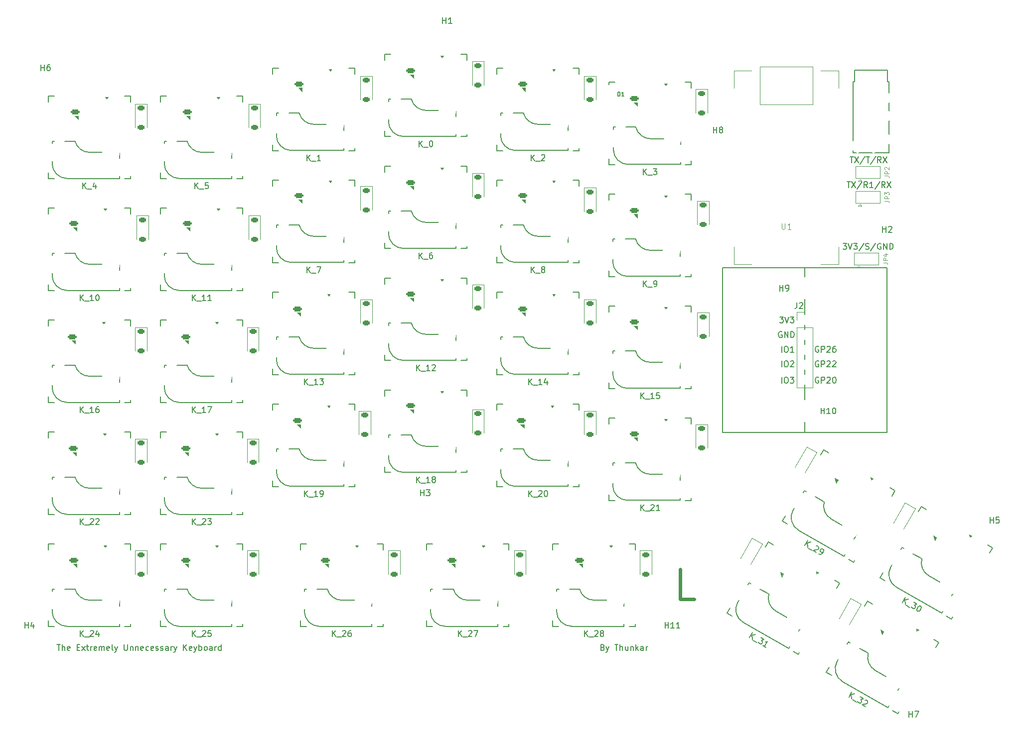
<source format=gbr>
%TF.GenerationSoftware,KiCad,Pcbnew,9.0.0*%
%TF.CreationDate,2025-07-27T21:57:38+02:00*%
%TF.ProjectId,keyboard,6b657962-6f61-4726-942e-6b696361645f,rev?*%
%TF.SameCoordinates,Original*%
%TF.FileFunction,Legend,Top*%
%TF.FilePolarity,Positive*%
%FSLAX46Y46*%
G04 Gerber Fmt 4.6, Leading zero omitted, Abs format (unit mm)*
G04 Created by KiCad (PCBNEW 9.0.0) date 2025-07-27 21:57:38*
%MOMM*%
%LPD*%
G01*
G04 APERTURE LIST*
G04 Aperture macros list*
%AMRoundRect*
0 Rectangle with rounded corners*
0 $1 Rounding radius*
0 $2 $3 $4 $5 $6 $7 $8 $9 X,Y pos of 4 corners*
0 Add a 4 corners polygon primitive as box body*
4,1,4,$2,$3,$4,$5,$6,$7,$8,$9,$2,$3,0*
0 Add four circle primitives for the rounded corners*
1,1,$1+$1,$2,$3*
1,1,$1+$1,$4,$5*
1,1,$1+$1,$6,$7*
1,1,$1+$1,$8,$9*
0 Add four rect primitives between the rounded corners*
20,1,$1+$1,$2,$3,$4,$5,0*
20,1,$1+$1,$4,$5,$6,$7,0*
20,1,$1+$1,$6,$7,$8,$9,0*
20,1,$1+$1,$8,$9,$2,$3,0*%
%AMHorizOval*
0 Thick line with rounded ends*
0 $1 width*
0 $2 $3 position (X,Y) of the first rounded end (center of the circle)*
0 $4 $5 position (X,Y) of the second rounded end (center of the circle)*
0 Add line between two ends*
20,1,$1,$2,$3,$4,$5,0*
0 Add two circle primitives to create the rounded ends*
1,1,$1,$2,$3*
1,1,$1,$4,$5*%
%AMRotRect*
0 Rectangle, with rotation*
0 The origin of the aperture is its center*
0 $1 length*
0 $2 width*
0 $3 Rotation angle, in degrees counterclockwise*
0 Add horizontal line*
21,1,$1,$2,0,0,$3*%
G04 Aperture macros list end*
%ADD10C,0.625000*%
%ADD11C,0.150000*%
%ADD12C,0.093750*%
%ADD13C,0.100000*%
%ADD14C,0.120000*%
%ADD15R,1.600000X1.600000*%
%ADD16RoundRect,0.225000X0.375000X-0.225000X0.375000X0.225000X-0.375000X0.225000X-0.375000X-0.225000X0*%
%ADD17O,1.600000X1.600000*%
%ADD18RotRect,1.600000X1.600000X240.000000*%
%ADD19RoundRect,0.225000X0.212260X-0.382356X0.437260X0.007356X-0.212260X0.382356X-0.437260X-0.007356X0*%
%ADD20HorizOval,1.600000X0.000000X0.000000X0.000000X0.000000X0*%
%ADD21R,1.450000X0.820000*%
%ADD22RoundRect,0.205000X-0.520000X-0.205000X0.520000X-0.205000X0.520000X0.205000X-0.520000X0.205000X0*%
%ADD23RotRect,1.450000X0.820000X330.000000*%
%ADD24RoundRect,0.205000X-0.552833X0.082465X0.347833X-0.437535X0.552833X-0.082465X-0.347833X0.437535X0*%
%ADD25RoundRect,0.205000X0.520000X0.205000X-0.520000X0.205000X-0.520000X-0.205000X0.520000X-0.205000X0*%
%ADD26C,3.800000*%
%ADD27R,1.700000X1.700000*%
%ADD28O,1.700000X1.700000*%
%ADD29R,1.000000X1.500000*%
%ADD30O,1.800000X2.500000*%
%ADD31C,1.300000*%
%ADD32C,1.701800*%
%ADD33C,3.000000*%
%ADD34C,3.987800*%
%ADD35R,2.550000X2.500000*%
%ADD36RotRect,2.550000X2.500000X330.000000*%
%ADD37C,1.524000*%
G04 APERTURE END LIST*
D10*
X294482612Y-237605595D02*
X292101660Y-237605595D01*
X292101660Y-237605595D02*
X292101660Y-232605595D01*
D11*
X278920112Y-245846009D02*
X279062969Y-245893628D01*
X279062969Y-245893628D02*
X279110588Y-245941247D01*
X279110588Y-245941247D02*
X279158207Y-246036485D01*
X279158207Y-246036485D02*
X279158207Y-246179342D01*
X279158207Y-246179342D02*
X279110588Y-246274580D01*
X279110588Y-246274580D02*
X279062969Y-246322200D01*
X279062969Y-246322200D02*
X278967731Y-246369819D01*
X278967731Y-246369819D02*
X278586779Y-246369819D01*
X278586779Y-246369819D02*
X278586779Y-245369819D01*
X278586779Y-245369819D02*
X278920112Y-245369819D01*
X278920112Y-245369819D02*
X279015350Y-245417438D01*
X279015350Y-245417438D02*
X279062969Y-245465057D01*
X279062969Y-245465057D02*
X279110588Y-245560295D01*
X279110588Y-245560295D02*
X279110588Y-245655533D01*
X279110588Y-245655533D02*
X279062969Y-245750771D01*
X279062969Y-245750771D02*
X279015350Y-245798390D01*
X279015350Y-245798390D02*
X278920112Y-245846009D01*
X278920112Y-245846009D02*
X278586779Y-245846009D01*
X279491541Y-245703152D02*
X279729636Y-246369819D01*
X279967731Y-245703152D02*
X279729636Y-246369819D01*
X279729636Y-246369819D02*
X279634398Y-246607914D01*
X279634398Y-246607914D02*
X279586779Y-246655533D01*
X279586779Y-246655533D02*
X279491541Y-246703152D01*
X280967732Y-245369819D02*
X281539160Y-245369819D01*
X281253446Y-246369819D02*
X281253446Y-245369819D01*
X281872494Y-246369819D02*
X281872494Y-245369819D01*
X282301065Y-246369819D02*
X282301065Y-245846009D01*
X282301065Y-245846009D02*
X282253446Y-245750771D01*
X282253446Y-245750771D02*
X282158208Y-245703152D01*
X282158208Y-245703152D02*
X282015351Y-245703152D01*
X282015351Y-245703152D02*
X281920113Y-245750771D01*
X281920113Y-245750771D02*
X281872494Y-245798390D01*
X283205827Y-245703152D02*
X283205827Y-246369819D01*
X282777256Y-245703152D02*
X282777256Y-246226961D01*
X282777256Y-246226961D02*
X282824875Y-246322200D01*
X282824875Y-246322200D02*
X282920113Y-246369819D01*
X282920113Y-246369819D02*
X283062970Y-246369819D01*
X283062970Y-246369819D02*
X283158208Y-246322200D01*
X283158208Y-246322200D02*
X283205827Y-246274580D01*
X283682018Y-245703152D02*
X283682018Y-246369819D01*
X283682018Y-245798390D02*
X283729637Y-245750771D01*
X283729637Y-245750771D02*
X283824875Y-245703152D01*
X283824875Y-245703152D02*
X283967732Y-245703152D01*
X283967732Y-245703152D02*
X284062970Y-245750771D01*
X284062970Y-245750771D02*
X284110589Y-245846009D01*
X284110589Y-245846009D02*
X284110589Y-246369819D01*
X284586780Y-246369819D02*
X284586780Y-245369819D01*
X284682018Y-245988866D02*
X284967732Y-246369819D01*
X284967732Y-245703152D02*
X284586780Y-246084104D01*
X285824875Y-246369819D02*
X285824875Y-245846009D01*
X285824875Y-245846009D02*
X285777256Y-245750771D01*
X285777256Y-245750771D02*
X285682018Y-245703152D01*
X285682018Y-245703152D02*
X285491542Y-245703152D01*
X285491542Y-245703152D02*
X285396304Y-245750771D01*
X285824875Y-246322200D02*
X285729637Y-246369819D01*
X285729637Y-246369819D02*
X285491542Y-246369819D01*
X285491542Y-246369819D02*
X285396304Y-246322200D01*
X285396304Y-246322200D02*
X285348685Y-246226961D01*
X285348685Y-246226961D02*
X285348685Y-246131723D01*
X285348685Y-246131723D02*
X285396304Y-246036485D01*
X285396304Y-246036485D02*
X285491542Y-245988866D01*
X285491542Y-245988866D02*
X285729637Y-245988866D01*
X285729637Y-245988866D02*
X285824875Y-245941247D01*
X286301066Y-246369819D02*
X286301066Y-245703152D01*
X286301066Y-245893628D02*
X286348685Y-245798390D01*
X286348685Y-245798390D02*
X286396304Y-245750771D01*
X286396304Y-245750771D02*
X286491542Y-245703152D01*
X286491542Y-245703152D02*
X286586780Y-245703152D01*
X186193922Y-245369819D02*
X186765350Y-245369819D01*
X186479636Y-246369819D02*
X186479636Y-245369819D01*
X187098684Y-246369819D02*
X187098684Y-245369819D01*
X187527255Y-246369819D02*
X187527255Y-245846009D01*
X187527255Y-245846009D02*
X187479636Y-245750771D01*
X187479636Y-245750771D02*
X187384398Y-245703152D01*
X187384398Y-245703152D02*
X187241541Y-245703152D01*
X187241541Y-245703152D02*
X187146303Y-245750771D01*
X187146303Y-245750771D02*
X187098684Y-245798390D01*
X188384398Y-246322200D02*
X188289160Y-246369819D01*
X188289160Y-246369819D02*
X188098684Y-246369819D01*
X188098684Y-246369819D02*
X188003446Y-246322200D01*
X188003446Y-246322200D02*
X187955827Y-246226961D01*
X187955827Y-246226961D02*
X187955827Y-245846009D01*
X187955827Y-245846009D02*
X188003446Y-245750771D01*
X188003446Y-245750771D02*
X188098684Y-245703152D01*
X188098684Y-245703152D02*
X188289160Y-245703152D01*
X188289160Y-245703152D02*
X188384398Y-245750771D01*
X188384398Y-245750771D02*
X188432017Y-245846009D01*
X188432017Y-245846009D02*
X188432017Y-245941247D01*
X188432017Y-245941247D02*
X187955827Y-246036485D01*
X189622494Y-245846009D02*
X189955827Y-245846009D01*
X190098684Y-246369819D02*
X189622494Y-246369819D01*
X189622494Y-246369819D02*
X189622494Y-245369819D01*
X189622494Y-245369819D02*
X190098684Y-245369819D01*
X190432018Y-246369819D02*
X190955827Y-245703152D01*
X190432018Y-245703152D02*
X190955827Y-246369819D01*
X191193923Y-245703152D02*
X191574875Y-245703152D01*
X191336780Y-245369819D02*
X191336780Y-246226961D01*
X191336780Y-246226961D02*
X191384399Y-246322200D01*
X191384399Y-246322200D02*
X191479637Y-246369819D01*
X191479637Y-246369819D02*
X191574875Y-246369819D01*
X191908209Y-246369819D02*
X191908209Y-245703152D01*
X191908209Y-245893628D02*
X191955828Y-245798390D01*
X191955828Y-245798390D02*
X192003447Y-245750771D01*
X192003447Y-245750771D02*
X192098685Y-245703152D01*
X192098685Y-245703152D02*
X192193923Y-245703152D01*
X192908209Y-246322200D02*
X192812971Y-246369819D01*
X192812971Y-246369819D02*
X192622495Y-246369819D01*
X192622495Y-246369819D02*
X192527257Y-246322200D01*
X192527257Y-246322200D02*
X192479638Y-246226961D01*
X192479638Y-246226961D02*
X192479638Y-245846009D01*
X192479638Y-245846009D02*
X192527257Y-245750771D01*
X192527257Y-245750771D02*
X192622495Y-245703152D01*
X192622495Y-245703152D02*
X192812971Y-245703152D01*
X192812971Y-245703152D02*
X192908209Y-245750771D01*
X192908209Y-245750771D02*
X192955828Y-245846009D01*
X192955828Y-245846009D02*
X192955828Y-245941247D01*
X192955828Y-245941247D02*
X192479638Y-246036485D01*
X193384400Y-246369819D02*
X193384400Y-245703152D01*
X193384400Y-245798390D02*
X193432019Y-245750771D01*
X193432019Y-245750771D02*
X193527257Y-245703152D01*
X193527257Y-245703152D02*
X193670114Y-245703152D01*
X193670114Y-245703152D02*
X193765352Y-245750771D01*
X193765352Y-245750771D02*
X193812971Y-245846009D01*
X193812971Y-245846009D02*
X193812971Y-246369819D01*
X193812971Y-245846009D02*
X193860590Y-245750771D01*
X193860590Y-245750771D02*
X193955828Y-245703152D01*
X193955828Y-245703152D02*
X194098685Y-245703152D01*
X194098685Y-245703152D02*
X194193924Y-245750771D01*
X194193924Y-245750771D02*
X194241543Y-245846009D01*
X194241543Y-245846009D02*
X194241543Y-246369819D01*
X195098685Y-246322200D02*
X195003447Y-246369819D01*
X195003447Y-246369819D02*
X194812971Y-246369819D01*
X194812971Y-246369819D02*
X194717733Y-246322200D01*
X194717733Y-246322200D02*
X194670114Y-246226961D01*
X194670114Y-246226961D02*
X194670114Y-245846009D01*
X194670114Y-245846009D02*
X194717733Y-245750771D01*
X194717733Y-245750771D02*
X194812971Y-245703152D01*
X194812971Y-245703152D02*
X195003447Y-245703152D01*
X195003447Y-245703152D02*
X195098685Y-245750771D01*
X195098685Y-245750771D02*
X195146304Y-245846009D01*
X195146304Y-245846009D02*
X195146304Y-245941247D01*
X195146304Y-245941247D02*
X194670114Y-246036485D01*
X195717733Y-246369819D02*
X195622495Y-246322200D01*
X195622495Y-246322200D02*
X195574876Y-246226961D01*
X195574876Y-246226961D02*
X195574876Y-245369819D01*
X196003448Y-245703152D02*
X196241543Y-246369819D01*
X196479638Y-245703152D02*
X196241543Y-246369819D01*
X196241543Y-246369819D02*
X196146305Y-246607914D01*
X196146305Y-246607914D02*
X196098686Y-246655533D01*
X196098686Y-246655533D02*
X196003448Y-246703152D01*
X197622496Y-245369819D02*
X197622496Y-246179342D01*
X197622496Y-246179342D02*
X197670115Y-246274580D01*
X197670115Y-246274580D02*
X197717734Y-246322200D01*
X197717734Y-246322200D02*
X197812972Y-246369819D01*
X197812972Y-246369819D02*
X198003448Y-246369819D01*
X198003448Y-246369819D02*
X198098686Y-246322200D01*
X198098686Y-246322200D02*
X198146305Y-246274580D01*
X198146305Y-246274580D02*
X198193924Y-246179342D01*
X198193924Y-246179342D02*
X198193924Y-245369819D01*
X198670115Y-245703152D02*
X198670115Y-246369819D01*
X198670115Y-245798390D02*
X198717734Y-245750771D01*
X198717734Y-245750771D02*
X198812972Y-245703152D01*
X198812972Y-245703152D02*
X198955829Y-245703152D01*
X198955829Y-245703152D02*
X199051067Y-245750771D01*
X199051067Y-245750771D02*
X199098686Y-245846009D01*
X199098686Y-245846009D02*
X199098686Y-246369819D01*
X199574877Y-245703152D02*
X199574877Y-246369819D01*
X199574877Y-245798390D02*
X199622496Y-245750771D01*
X199622496Y-245750771D02*
X199717734Y-245703152D01*
X199717734Y-245703152D02*
X199860591Y-245703152D01*
X199860591Y-245703152D02*
X199955829Y-245750771D01*
X199955829Y-245750771D02*
X200003448Y-245846009D01*
X200003448Y-245846009D02*
X200003448Y-246369819D01*
X200860591Y-246322200D02*
X200765353Y-246369819D01*
X200765353Y-246369819D02*
X200574877Y-246369819D01*
X200574877Y-246369819D02*
X200479639Y-246322200D01*
X200479639Y-246322200D02*
X200432020Y-246226961D01*
X200432020Y-246226961D02*
X200432020Y-245846009D01*
X200432020Y-245846009D02*
X200479639Y-245750771D01*
X200479639Y-245750771D02*
X200574877Y-245703152D01*
X200574877Y-245703152D02*
X200765353Y-245703152D01*
X200765353Y-245703152D02*
X200860591Y-245750771D01*
X200860591Y-245750771D02*
X200908210Y-245846009D01*
X200908210Y-245846009D02*
X200908210Y-245941247D01*
X200908210Y-245941247D02*
X200432020Y-246036485D01*
X201765353Y-246322200D02*
X201670115Y-246369819D01*
X201670115Y-246369819D02*
X201479639Y-246369819D01*
X201479639Y-246369819D02*
X201384401Y-246322200D01*
X201384401Y-246322200D02*
X201336782Y-246274580D01*
X201336782Y-246274580D02*
X201289163Y-246179342D01*
X201289163Y-246179342D02*
X201289163Y-245893628D01*
X201289163Y-245893628D02*
X201336782Y-245798390D01*
X201336782Y-245798390D02*
X201384401Y-245750771D01*
X201384401Y-245750771D02*
X201479639Y-245703152D01*
X201479639Y-245703152D02*
X201670115Y-245703152D01*
X201670115Y-245703152D02*
X201765353Y-245750771D01*
X202574877Y-246322200D02*
X202479639Y-246369819D01*
X202479639Y-246369819D02*
X202289163Y-246369819D01*
X202289163Y-246369819D02*
X202193925Y-246322200D01*
X202193925Y-246322200D02*
X202146306Y-246226961D01*
X202146306Y-246226961D02*
X202146306Y-245846009D01*
X202146306Y-245846009D02*
X202193925Y-245750771D01*
X202193925Y-245750771D02*
X202289163Y-245703152D01*
X202289163Y-245703152D02*
X202479639Y-245703152D01*
X202479639Y-245703152D02*
X202574877Y-245750771D01*
X202574877Y-245750771D02*
X202622496Y-245846009D01*
X202622496Y-245846009D02*
X202622496Y-245941247D01*
X202622496Y-245941247D02*
X202146306Y-246036485D01*
X203003449Y-246322200D02*
X203098687Y-246369819D01*
X203098687Y-246369819D02*
X203289163Y-246369819D01*
X203289163Y-246369819D02*
X203384401Y-246322200D01*
X203384401Y-246322200D02*
X203432020Y-246226961D01*
X203432020Y-246226961D02*
X203432020Y-246179342D01*
X203432020Y-246179342D02*
X203384401Y-246084104D01*
X203384401Y-246084104D02*
X203289163Y-246036485D01*
X203289163Y-246036485D02*
X203146306Y-246036485D01*
X203146306Y-246036485D02*
X203051068Y-245988866D01*
X203051068Y-245988866D02*
X203003449Y-245893628D01*
X203003449Y-245893628D02*
X203003449Y-245846009D01*
X203003449Y-245846009D02*
X203051068Y-245750771D01*
X203051068Y-245750771D02*
X203146306Y-245703152D01*
X203146306Y-245703152D02*
X203289163Y-245703152D01*
X203289163Y-245703152D02*
X203384401Y-245750771D01*
X203812973Y-246322200D02*
X203908211Y-246369819D01*
X203908211Y-246369819D02*
X204098687Y-246369819D01*
X204098687Y-246369819D02*
X204193925Y-246322200D01*
X204193925Y-246322200D02*
X204241544Y-246226961D01*
X204241544Y-246226961D02*
X204241544Y-246179342D01*
X204241544Y-246179342D02*
X204193925Y-246084104D01*
X204193925Y-246084104D02*
X204098687Y-246036485D01*
X204098687Y-246036485D02*
X203955830Y-246036485D01*
X203955830Y-246036485D02*
X203860592Y-245988866D01*
X203860592Y-245988866D02*
X203812973Y-245893628D01*
X203812973Y-245893628D02*
X203812973Y-245846009D01*
X203812973Y-245846009D02*
X203860592Y-245750771D01*
X203860592Y-245750771D02*
X203955830Y-245703152D01*
X203955830Y-245703152D02*
X204098687Y-245703152D01*
X204098687Y-245703152D02*
X204193925Y-245750771D01*
X205098687Y-246369819D02*
X205098687Y-245846009D01*
X205098687Y-245846009D02*
X205051068Y-245750771D01*
X205051068Y-245750771D02*
X204955830Y-245703152D01*
X204955830Y-245703152D02*
X204765354Y-245703152D01*
X204765354Y-245703152D02*
X204670116Y-245750771D01*
X205098687Y-246322200D02*
X205003449Y-246369819D01*
X205003449Y-246369819D02*
X204765354Y-246369819D01*
X204765354Y-246369819D02*
X204670116Y-246322200D01*
X204670116Y-246322200D02*
X204622497Y-246226961D01*
X204622497Y-246226961D02*
X204622497Y-246131723D01*
X204622497Y-246131723D02*
X204670116Y-246036485D01*
X204670116Y-246036485D02*
X204765354Y-245988866D01*
X204765354Y-245988866D02*
X205003449Y-245988866D01*
X205003449Y-245988866D02*
X205098687Y-245941247D01*
X205574878Y-246369819D02*
X205574878Y-245703152D01*
X205574878Y-245893628D02*
X205622497Y-245798390D01*
X205622497Y-245798390D02*
X205670116Y-245750771D01*
X205670116Y-245750771D02*
X205765354Y-245703152D01*
X205765354Y-245703152D02*
X205860592Y-245703152D01*
X206098688Y-245703152D02*
X206336783Y-246369819D01*
X206574878Y-245703152D02*
X206336783Y-246369819D01*
X206336783Y-246369819D02*
X206241545Y-246607914D01*
X206241545Y-246607914D02*
X206193926Y-246655533D01*
X206193926Y-246655533D02*
X206098688Y-246703152D01*
X207717736Y-246369819D02*
X207717736Y-245369819D01*
X208289164Y-246369819D02*
X207860593Y-245798390D01*
X208289164Y-245369819D02*
X207717736Y-245941247D01*
X209098688Y-246322200D02*
X209003450Y-246369819D01*
X209003450Y-246369819D02*
X208812974Y-246369819D01*
X208812974Y-246369819D02*
X208717736Y-246322200D01*
X208717736Y-246322200D02*
X208670117Y-246226961D01*
X208670117Y-246226961D02*
X208670117Y-245846009D01*
X208670117Y-245846009D02*
X208717736Y-245750771D01*
X208717736Y-245750771D02*
X208812974Y-245703152D01*
X208812974Y-245703152D02*
X209003450Y-245703152D01*
X209003450Y-245703152D02*
X209098688Y-245750771D01*
X209098688Y-245750771D02*
X209146307Y-245846009D01*
X209146307Y-245846009D02*
X209146307Y-245941247D01*
X209146307Y-245941247D02*
X208670117Y-246036485D01*
X209479641Y-245703152D02*
X209717736Y-246369819D01*
X209955831Y-245703152D02*
X209717736Y-246369819D01*
X209717736Y-246369819D02*
X209622498Y-246607914D01*
X209622498Y-246607914D02*
X209574879Y-246655533D01*
X209574879Y-246655533D02*
X209479641Y-246703152D01*
X210336784Y-246369819D02*
X210336784Y-245369819D01*
X210336784Y-245750771D02*
X210432022Y-245703152D01*
X210432022Y-245703152D02*
X210622498Y-245703152D01*
X210622498Y-245703152D02*
X210717736Y-245750771D01*
X210717736Y-245750771D02*
X210765355Y-245798390D01*
X210765355Y-245798390D02*
X210812974Y-245893628D01*
X210812974Y-245893628D02*
X210812974Y-246179342D01*
X210812974Y-246179342D02*
X210765355Y-246274580D01*
X210765355Y-246274580D02*
X210717736Y-246322200D01*
X210717736Y-246322200D02*
X210622498Y-246369819D01*
X210622498Y-246369819D02*
X210432022Y-246369819D01*
X210432022Y-246369819D02*
X210336784Y-246322200D01*
X211384403Y-246369819D02*
X211289165Y-246322200D01*
X211289165Y-246322200D02*
X211241546Y-246274580D01*
X211241546Y-246274580D02*
X211193927Y-246179342D01*
X211193927Y-246179342D02*
X211193927Y-245893628D01*
X211193927Y-245893628D02*
X211241546Y-245798390D01*
X211241546Y-245798390D02*
X211289165Y-245750771D01*
X211289165Y-245750771D02*
X211384403Y-245703152D01*
X211384403Y-245703152D02*
X211527260Y-245703152D01*
X211527260Y-245703152D02*
X211622498Y-245750771D01*
X211622498Y-245750771D02*
X211670117Y-245798390D01*
X211670117Y-245798390D02*
X211717736Y-245893628D01*
X211717736Y-245893628D02*
X211717736Y-246179342D01*
X211717736Y-246179342D02*
X211670117Y-246274580D01*
X211670117Y-246274580D02*
X211622498Y-246322200D01*
X211622498Y-246322200D02*
X211527260Y-246369819D01*
X211527260Y-246369819D02*
X211384403Y-246369819D01*
X212574879Y-246369819D02*
X212574879Y-245846009D01*
X212574879Y-245846009D02*
X212527260Y-245750771D01*
X212527260Y-245750771D02*
X212432022Y-245703152D01*
X212432022Y-245703152D02*
X212241546Y-245703152D01*
X212241546Y-245703152D02*
X212146308Y-245750771D01*
X212574879Y-246322200D02*
X212479641Y-246369819D01*
X212479641Y-246369819D02*
X212241546Y-246369819D01*
X212241546Y-246369819D02*
X212146308Y-246322200D01*
X212146308Y-246322200D02*
X212098689Y-246226961D01*
X212098689Y-246226961D02*
X212098689Y-246131723D01*
X212098689Y-246131723D02*
X212146308Y-246036485D01*
X212146308Y-246036485D02*
X212241546Y-245988866D01*
X212241546Y-245988866D02*
X212479641Y-245988866D01*
X212479641Y-245988866D02*
X212574879Y-245941247D01*
X213051070Y-246369819D02*
X213051070Y-245703152D01*
X213051070Y-245893628D02*
X213098689Y-245798390D01*
X213098689Y-245798390D02*
X213146308Y-245750771D01*
X213146308Y-245750771D02*
X213241546Y-245703152D01*
X213241546Y-245703152D02*
X213336784Y-245703152D01*
X214098689Y-246369819D02*
X214098689Y-245369819D01*
X214098689Y-246322200D02*
X214003451Y-246369819D01*
X214003451Y-246369819D02*
X213812975Y-246369819D01*
X213812975Y-246369819D02*
X213717737Y-246322200D01*
X213717737Y-246322200D02*
X213670118Y-246274580D01*
X213670118Y-246274580D02*
X213622499Y-246179342D01*
X213622499Y-246179342D02*
X213622499Y-245893628D01*
X213622499Y-245893628D02*
X213670118Y-245798390D01*
X213670118Y-245798390D02*
X213717737Y-245750771D01*
X213717737Y-245750771D02*
X213812975Y-245703152D01*
X213812975Y-245703152D02*
X214003451Y-245703152D01*
X214003451Y-245703152D02*
X214098689Y-245750771D01*
X315610588Y-199917438D02*
X315515350Y-199869819D01*
X315515350Y-199869819D02*
X315372493Y-199869819D01*
X315372493Y-199869819D02*
X315229636Y-199917438D01*
X315229636Y-199917438D02*
X315134398Y-200012676D01*
X315134398Y-200012676D02*
X315086779Y-200107914D01*
X315086779Y-200107914D02*
X315039160Y-200298390D01*
X315039160Y-200298390D02*
X315039160Y-200441247D01*
X315039160Y-200441247D02*
X315086779Y-200631723D01*
X315086779Y-200631723D02*
X315134398Y-200726961D01*
X315134398Y-200726961D02*
X315229636Y-200822200D01*
X315229636Y-200822200D02*
X315372493Y-200869819D01*
X315372493Y-200869819D02*
X315467731Y-200869819D01*
X315467731Y-200869819D02*
X315610588Y-200822200D01*
X315610588Y-200822200D02*
X315658207Y-200774580D01*
X315658207Y-200774580D02*
X315658207Y-200441247D01*
X315658207Y-200441247D02*
X315467731Y-200441247D01*
X316086779Y-200869819D02*
X316086779Y-199869819D01*
X316086779Y-199869819D02*
X316467731Y-199869819D01*
X316467731Y-199869819D02*
X316562969Y-199917438D01*
X316562969Y-199917438D02*
X316610588Y-199965057D01*
X316610588Y-199965057D02*
X316658207Y-200060295D01*
X316658207Y-200060295D02*
X316658207Y-200203152D01*
X316658207Y-200203152D02*
X316610588Y-200298390D01*
X316610588Y-200298390D02*
X316562969Y-200346009D01*
X316562969Y-200346009D02*
X316467731Y-200393628D01*
X316467731Y-200393628D02*
X316086779Y-200393628D01*
X317039160Y-199965057D02*
X317086779Y-199917438D01*
X317086779Y-199917438D02*
X317182017Y-199869819D01*
X317182017Y-199869819D02*
X317420112Y-199869819D01*
X317420112Y-199869819D02*
X317515350Y-199917438D01*
X317515350Y-199917438D02*
X317562969Y-199965057D01*
X317562969Y-199965057D02*
X317610588Y-200060295D01*
X317610588Y-200060295D02*
X317610588Y-200155533D01*
X317610588Y-200155533D02*
X317562969Y-200298390D01*
X317562969Y-200298390D02*
X316991541Y-200869819D01*
X316991541Y-200869819D02*
X317610588Y-200869819D01*
X318229636Y-199869819D02*
X318324874Y-199869819D01*
X318324874Y-199869819D02*
X318420112Y-199917438D01*
X318420112Y-199917438D02*
X318467731Y-199965057D01*
X318467731Y-199965057D02*
X318515350Y-200060295D01*
X318515350Y-200060295D02*
X318562969Y-200250771D01*
X318562969Y-200250771D02*
X318562969Y-200488866D01*
X318562969Y-200488866D02*
X318515350Y-200679342D01*
X318515350Y-200679342D02*
X318467731Y-200774580D01*
X318467731Y-200774580D02*
X318420112Y-200822200D01*
X318420112Y-200822200D02*
X318324874Y-200869819D01*
X318324874Y-200869819D02*
X318229636Y-200869819D01*
X318229636Y-200869819D02*
X318134398Y-200822200D01*
X318134398Y-200822200D02*
X318086779Y-200774580D01*
X318086779Y-200774580D02*
X318039160Y-200679342D01*
X318039160Y-200679342D02*
X317991541Y-200488866D01*
X317991541Y-200488866D02*
X317991541Y-200250771D01*
X317991541Y-200250771D02*
X318039160Y-200060295D01*
X318039160Y-200060295D02*
X318086779Y-199965057D01*
X318086779Y-199965057D02*
X318134398Y-199917438D01*
X318134398Y-199917438D02*
X318229636Y-199869819D01*
X315610588Y-197167438D02*
X315515350Y-197119819D01*
X315515350Y-197119819D02*
X315372493Y-197119819D01*
X315372493Y-197119819D02*
X315229636Y-197167438D01*
X315229636Y-197167438D02*
X315134398Y-197262676D01*
X315134398Y-197262676D02*
X315086779Y-197357914D01*
X315086779Y-197357914D02*
X315039160Y-197548390D01*
X315039160Y-197548390D02*
X315039160Y-197691247D01*
X315039160Y-197691247D02*
X315086779Y-197881723D01*
X315086779Y-197881723D02*
X315134398Y-197976961D01*
X315134398Y-197976961D02*
X315229636Y-198072200D01*
X315229636Y-198072200D02*
X315372493Y-198119819D01*
X315372493Y-198119819D02*
X315467731Y-198119819D01*
X315467731Y-198119819D02*
X315610588Y-198072200D01*
X315610588Y-198072200D02*
X315658207Y-198024580D01*
X315658207Y-198024580D02*
X315658207Y-197691247D01*
X315658207Y-197691247D02*
X315467731Y-197691247D01*
X316086779Y-198119819D02*
X316086779Y-197119819D01*
X316086779Y-197119819D02*
X316467731Y-197119819D01*
X316467731Y-197119819D02*
X316562969Y-197167438D01*
X316562969Y-197167438D02*
X316610588Y-197215057D01*
X316610588Y-197215057D02*
X316658207Y-197310295D01*
X316658207Y-197310295D02*
X316658207Y-197453152D01*
X316658207Y-197453152D02*
X316610588Y-197548390D01*
X316610588Y-197548390D02*
X316562969Y-197596009D01*
X316562969Y-197596009D02*
X316467731Y-197643628D01*
X316467731Y-197643628D02*
X316086779Y-197643628D01*
X317039160Y-197215057D02*
X317086779Y-197167438D01*
X317086779Y-197167438D02*
X317182017Y-197119819D01*
X317182017Y-197119819D02*
X317420112Y-197119819D01*
X317420112Y-197119819D02*
X317515350Y-197167438D01*
X317515350Y-197167438D02*
X317562969Y-197215057D01*
X317562969Y-197215057D02*
X317610588Y-197310295D01*
X317610588Y-197310295D02*
X317610588Y-197405533D01*
X317610588Y-197405533D02*
X317562969Y-197548390D01*
X317562969Y-197548390D02*
X316991541Y-198119819D01*
X316991541Y-198119819D02*
X317610588Y-198119819D01*
X317991541Y-197215057D02*
X318039160Y-197167438D01*
X318039160Y-197167438D02*
X318134398Y-197119819D01*
X318134398Y-197119819D02*
X318372493Y-197119819D01*
X318372493Y-197119819D02*
X318467731Y-197167438D01*
X318467731Y-197167438D02*
X318515350Y-197215057D01*
X318515350Y-197215057D02*
X318562969Y-197310295D01*
X318562969Y-197310295D02*
X318562969Y-197405533D01*
X318562969Y-197405533D02*
X318515350Y-197548390D01*
X318515350Y-197548390D02*
X317943922Y-198119819D01*
X317943922Y-198119819D02*
X318562969Y-198119819D01*
X315610588Y-194667438D02*
X315515350Y-194619819D01*
X315515350Y-194619819D02*
X315372493Y-194619819D01*
X315372493Y-194619819D02*
X315229636Y-194667438D01*
X315229636Y-194667438D02*
X315134398Y-194762676D01*
X315134398Y-194762676D02*
X315086779Y-194857914D01*
X315086779Y-194857914D02*
X315039160Y-195048390D01*
X315039160Y-195048390D02*
X315039160Y-195191247D01*
X315039160Y-195191247D02*
X315086779Y-195381723D01*
X315086779Y-195381723D02*
X315134398Y-195476961D01*
X315134398Y-195476961D02*
X315229636Y-195572200D01*
X315229636Y-195572200D02*
X315372493Y-195619819D01*
X315372493Y-195619819D02*
X315467731Y-195619819D01*
X315467731Y-195619819D02*
X315610588Y-195572200D01*
X315610588Y-195572200D02*
X315658207Y-195524580D01*
X315658207Y-195524580D02*
X315658207Y-195191247D01*
X315658207Y-195191247D02*
X315467731Y-195191247D01*
X316086779Y-195619819D02*
X316086779Y-194619819D01*
X316086779Y-194619819D02*
X316467731Y-194619819D01*
X316467731Y-194619819D02*
X316562969Y-194667438D01*
X316562969Y-194667438D02*
X316610588Y-194715057D01*
X316610588Y-194715057D02*
X316658207Y-194810295D01*
X316658207Y-194810295D02*
X316658207Y-194953152D01*
X316658207Y-194953152D02*
X316610588Y-195048390D01*
X316610588Y-195048390D02*
X316562969Y-195096009D01*
X316562969Y-195096009D02*
X316467731Y-195143628D01*
X316467731Y-195143628D02*
X316086779Y-195143628D01*
X317039160Y-194715057D02*
X317086779Y-194667438D01*
X317086779Y-194667438D02*
X317182017Y-194619819D01*
X317182017Y-194619819D02*
X317420112Y-194619819D01*
X317420112Y-194619819D02*
X317515350Y-194667438D01*
X317515350Y-194667438D02*
X317562969Y-194715057D01*
X317562969Y-194715057D02*
X317610588Y-194810295D01*
X317610588Y-194810295D02*
X317610588Y-194905533D01*
X317610588Y-194905533D02*
X317562969Y-195048390D01*
X317562969Y-195048390D02*
X316991541Y-195619819D01*
X316991541Y-195619819D02*
X317610588Y-195619819D01*
X318467731Y-194619819D02*
X318277255Y-194619819D01*
X318277255Y-194619819D02*
X318182017Y-194667438D01*
X318182017Y-194667438D02*
X318134398Y-194715057D01*
X318134398Y-194715057D02*
X318039160Y-194857914D01*
X318039160Y-194857914D02*
X317991541Y-195048390D01*
X317991541Y-195048390D02*
X317991541Y-195429342D01*
X317991541Y-195429342D02*
X318039160Y-195524580D01*
X318039160Y-195524580D02*
X318086779Y-195572200D01*
X318086779Y-195572200D02*
X318182017Y-195619819D01*
X318182017Y-195619819D02*
X318372493Y-195619819D01*
X318372493Y-195619819D02*
X318467731Y-195572200D01*
X318467731Y-195572200D02*
X318515350Y-195524580D01*
X318515350Y-195524580D02*
X318562969Y-195429342D01*
X318562969Y-195429342D02*
X318562969Y-195191247D01*
X318562969Y-195191247D02*
X318515350Y-195096009D01*
X318515350Y-195096009D02*
X318467731Y-195048390D01*
X318467731Y-195048390D02*
X318372493Y-195000771D01*
X318372493Y-195000771D02*
X318182017Y-195000771D01*
X318182017Y-195000771D02*
X318086779Y-195048390D01*
X318086779Y-195048390D02*
X318039160Y-195096009D01*
X318039160Y-195096009D02*
X317991541Y-195191247D01*
X309336779Y-200869819D02*
X309336779Y-199869819D01*
X310003445Y-199869819D02*
X310193921Y-199869819D01*
X310193921Y-199869819D02*
X310289159Y-199917438D01*
X310289159Y-199917438D02*
X310384397Y-200012676D01*
X310384397Y-200012676D02*
X310432016Y-200203152D01*
X310432016Y-200203152D02*
X310432016Y-200536485D01*
X310432016Y-200536485D02*
X310384397Y-200726961D01*
X310384397Y-200726961D02*
X310289159Y-200822200D01*
X310289159Y-200822200D02*
X310193921Y-200869819D01*
X310193921Y-200869819D02*
X310003445Y-200869819D01*
X310003445Y-200869819D02*
X309908207Y-200822200D01*
X309908207Y-200822200D02*
X309812969Y-200726961D01*
X309812969Y-200726961D02*
X309765350Y-200536485D01*
X309765350Y-200536485D02*
X309765350Y-200203152D01*
X309765350Y-200203152D02*
X309812969Y-200012676D01*
X309812969Y-200012676D02*
X309908207Y-199917438D01*
X309908207Y-199917438D02*
X310003445Y-199869819D01*
X310765350Y-199869819D02*
X311384397Y-199869819D01*
X311384397Y-199869819D02*
X311051064Y-200250771D01*
X311051064Y-200250771D02*
X311193921Y-200250771D01*
X311193921Y-200250771D02*
X311289159Y-200298390D01*
X311289159Y-200298390D02*
X311336778Y-200346009D01*
X311336778Y-200346009D02*
X311384397Y-200441247D01*
X311384397Y-200441247D02*
X311384397Y-200679342D01*
X311384397Y-200679342D02*
X311336778Y-200774580D01*
X311336778Y-200774580D02*
X311289159Y-200822200D01*
X311289159Y-200822200D02*
X311193921Y-200869819D01*
X311193921Y-200869819D02*
X310908207Y-200869819D01*
X310908207Y-200869819D02*
X310812969Y-200822200D01*
X310812969Y-200822200D02*
X310765350Y-200774580D01*
X309336779Y-198119819D02*
X309336779Y-197119819D01*
X310003445Y-197119819D02*
X310193921Y-197119819D01*
X310193921Y-197119819D02*
X310289159Y-197167438D01*
X310289159Y-197167438D02*
X310384397Y-197262676D01*
X310384397Y-197262676D02*
X310432016Y-197453152D01*
X310432016Y-197453152D02*
X310432016Y-197786485D01*
X310432016Y-197786485D02*
X310384397Y-197976961D01*
X310384397Y-197976961D02*
X310289159Y-198072200D01*
X310289159Y-198072200D02*
X310193921Y-198119819D01*
X310193921Y-198119819D02*
X310003445Y-198119819D01*
X310003445Y-198119819D02*
X309908207Y-198072200D01*
X309908207Y-198072200D02*
X309812969Y-197976961D01*
X309812969Y-197976961D02*
X309765350Y-197786485D01*
X309765350Y-197786485D02*
X309765350Y-197453152D01*
X309765350Y-197453152D02*
X309812969Y-197262676D01*
X309812969Y-197262676D02*
X309908207Y-197167438D01*
X309908207Y-197167438D02*
X310003445Y-197119819D01*
X310812969Y-197215057D02*
X310860588Y-197167438D01*
X310860588Y-197167438D02*
X310955826Y-197119819D01*
X310955826Y-197119819D02*
X311193921Y-197119819D01*
X311193921Y-197119819D02*
X311289159Y-197167438D01*
X311289159Y-197167438D02*
X311336778Y-197215057D01*
X311336778Y-197215057D02*
X311384397Y-197310295D01*
X311384397Y-197310295D02*
X311384397Y-197405533D01*
X311384397Y-197405533D02*
X311336778Y-197548390D01*
X311336778Y-197548390D02*
X310765350Y-198119819D01*
X310765350Y-198119819D02*
X311384397Y-198119819D01*
X309336779Y-195619819D02*
X309336779Y-194619819D01*
X310003445Y-194619819D02*
X310193921Y-194619819D01*
X310193921Y-194619819D02*
X310289159Y-194667438D01*
X310289159Y-194667438D02*
X310384397Y-194762676D01*
X310384397Y-194762676D02*
X310432016Y-194953152D01*
X310432016Y-194953152D02*
X310432016Y-195286485D01*
X310432016Y-195286485D02*
X310384397Y-195476961D01*
X310384397Y-195476961D02*
X310289159Y-195572200D01*
X310289159Y-195572200D02*
X310193921Y-195619819D01*
X310193921Y-195619819D02*
X310003445Y-195619819D01*
X310003445Y-195619819D02*
X309908207Y-195572200D01*
X309908207Y-195572200D02*
X309812969Y-195476961D01*
X309812969Y-195476961D02*
X309765350Y-195286485D01*
X309765350Y-195286485D02*
X309765350Y-194953152D01*
X309765350Y-194953152D02*
X309812969Y-194762676D01*
X309812969Y-194762676D02*
X309908207Y-194667438D01*
X309908207Y-194667438D02*
X310003445Y-194619819D01*
X311384397Y-195619819D02*
X310812969Y-195619819D01*
X311098683Y-195619819D02*
X311098683Y-194619819D01*
X311098683Y-194619819D02*
X311003445Y-194762676D01*
X311003445Y-194762676D02*
X310908207Y-194857914D01*
X310908207Y-194857914D02*
X310812969Y-194905533D01*
X309360588Y-192167438D02*
X309265350Y-192119819D01*
X309265350Y-192119819D02*
X309122493Y-192119819D01*
X309122493Y-192119819D02*
X308979636Y-192167438D01*
X308979636Y-192167438D02*
X308884398Y-192262676D01*
X308884398Y-192262676D02*
X308836779Y-192357914D01*
X308836779Y-192357914D02*
X308789160Y-192548390D01*
X308789160Y-192548390D02*
X308789160Y-192691247D01*
X308789160Y-192691247D02*
X308836779Y-192881723D01*
X308836779Y-192881723D02*
X308884398Y-192976961D01*
X308884398Y-192976961D02*
X308979636Y-193072200D01*
X308979636Y-193072200D02*
X309122493Y-193119819D01*
X309122493Y-193119819D02*
X309217731Y-193119819D01*
X309217731Y-193119819D02*
X309360588Y-193072200D01*
X309360588Y-193072200D02*
X309408207Y-193024580D01*
X309408207Y-193024580D02*
X309408207Y-192691247D01*
X309408207Y-192691247D02*
X309217731Y-192691247D01*
X309836779Y-193119819D02*
X309836779Y-192119819D01*
X309836779Y-192119819D02*
X310408207Y-193119819D01*
X310408207Y-193119819D02*
X310408207Y-192119819D01*
X310884398Y-193119819D02*
X310884398Y-192119819D01*
X310884398Y-192119819D02*
X311122493Y-192119819D01*
X311122493Y-192119819D02*
X311265350Y-192167438D01*
X311265350Y-192167438D02*
X311360588Y-192262676D01*
X311360588Y-192262676D02*
X311408207Y-192357914D01*
X311408207Y-192357914D02*
X311455826Y-192548390D01*
X311455826Y-192548390D02*
X311455826Y-192691247D01*
X311455826Y-192691247D02*
X311408207Y-192881723D01*
X311408207Y-192881723D02*
X311360588Y-192976961D01*
X311360588Y-192976961D02*
X311265350Y-193072200D01*
X311265350Y-193072200D02*
X311122493Y-193119819D01*
X311122493Y-193119819D02*
X310884398Y-193119819D01*
X308991541Y-189619819D02*
X309610588Y-189619819D01*
X309610588Y-189619819D02*
X309277255Y-190000771D01*
X309277255Y-190000771D02*
X309420112Y-190000771D01*
X309420112Y-190000771D02*
X309515350Y-190048390D01*
X309515350Y-190048390D02*
X309562969Y-190096009D01*
X309562969Y-190096009D02*
X309610588Y-190191247D01*
X309610588Y-190191247D02*
X309610588Y-190429342D01*
X309610588Y-190429342D02*
X309562969Y-190524580D01*
X309562969Y-190524580D02*
X309515350Y-190572200D01*
X309515350Y-190572200D02*
X309420112Y-190619819D01*
X309420112Y-190619819D02*
X309134398Y-190619819D01*
X309134398Y-190619819D02*
X309039160Y-190572200D01*
X309039160Y-190572200D02*
X308991541Y-190524580D01*
X309896303Y-189619819D02*
X310229636Y-190619819D01*
X310229636Y-190619819D02*
X310562969Y-189619819D01*
X310801065Y-189619819D02*
X311420112Y-189619819D01*
X311420112Y-189619819D02*
X311086779Y-190000771D01*
X311086779Y-190000771D02*
X311229636Y-190000771D01*
X311229636Y-190000771D02*
X311324874Y-190048390D01*
X311324874Y-190048390D02*
X311372493Y-190096009D01*
X311372493Y-190096009D02*
X311420112Y-190191247D01*
X311420112Y-190191247D02*
X311420112Y-190429342D01*
X311420112Y-190429342D02*
X311372493Y-190524580D01*
X311372493Y-190524580D02*
X311324874Y-190572200D01*
X311324874Y-190572200D02*
X311229636Y-190619819D01*
X311229636Y-190619819D02*
X310943922Y-190619819D01*
X310943922Y-190619819D02*
X310848684Y-190572200D01*
X310848684Y-190572200D02*
X310801065Y-190524580D01*
X319741541Y-177119819D02*
X320360588Y-177119819D01*
X320360588Y-177119819D02*
X320027255Y-177500771D01*
X320027255Y-177500771D02*
X320170112Y-177500771D01*
X320170112Y-177500771D02*
X320265350Y-177548390D01*
X320265350Y-177548390D02*
X320312969Y-177596009D01*
X320312969Y-177596009D02*
X320360588Y-177691247D01*
X320360588Y-177691247D02*
X320360588Y-177929342D01*
X320360588Y-177929342D02*
X320312969Y-178024580D01*
X320312969Y-178024580D02*
X320265350Y-178072200D01*
X320265350Y-178072200D02*
X320170112Y-178119819D01*
X320170112Y-178119819D02*
X319884398Y-178119819D01*
X319884398Y-178119819D02*
X319789160Y-178072200D01*
X319789160Y-178072200D02*
X319741541Y-178024580D01*
X320646303Y-177119819D02*
X320979636Y-178119819D01*
X320979636Y-178119819D02*
X321312969Y-177119819D01*
X321551065Y-177119819D02*
X322170112Y-177119819D01*
X322170112Y-177119819D02*
X321836779Y-177500771D01*
X321836779Y-177500771D02*
X321979636Y-177500771D01*
X321979636Y-177500771D02*
X322074874Y-177548390D01*
X322074874Y-177548390D02*
X322122493Y-177596009D01*
X322122493Y-177596009D02*
X322170112Y-177691247D01*
X322170112Y-177691247D02*
X322170112Y-177929342D01*
X322170112Y-177929342D02*
X322122493Y-178024580D01*
X322122493Y-178024580D02*
X322074874Y-178072200D01*
X322074874Y-178072200D02*
X321979636Y-178119819D01*
X321979636Y-178119819D02*
X321693922Y-178119819D01*
X321693922Y-178119819D02*
X321598684Y-178072200D01*
X321598684Y-178072200D02*
X321551065Y-178024580D01*
X323312969Y-177072200D02*
X322455827Y-178357914D01*
X323598684Y-178072200D02*
X323741541Y-178119819D01*
X323741541Y-178119819D02*
X323979636Y-178119819D01*
X323979636Y-178119819D02*
X324074874Y-178072200D01*
X324074874Y-178072200D02*
X324122493Y-178024580D01*
X324122493Y-178024580D02*
X324170112Y-177929342D01*
X324170112Y-177929342D02*
X324170112Y-177834104D01*
X324170112Y-177834104D02*
X324122493Y-177738866D01*
X324122493Y-177738866D02*
X324074874Y-177691247D01*
X324074874Y-177691247D02*
X323979636Y-177643628D01*
X323979636Y-177643628D02*
X323789160Y-177596009D01*
X323789160Y-177596009D02*
X323693922Y-177548390D01*
X323693922Y-177548390D02*
X323646303Y-177500771D01*
X323646303Y-177500771D02*
X323598684Y-177405533D01*
X323598684Y-177405533D02*
X323598684Y-177310295D01*
X323598684Y-177310295D02*
X323646303Y-177215057D01*
X323646303Y-177215057D02*
X323693922Y-177167438D01*
X323693922Y-177167438D02*
X323789160Y-177119819D01*
X323789160Y-177119819D02*
X324027255Y-177119819D01*
X324027255Y-177119819D02*
X324170112Y-177167438D01*
X325312969Y-177072200D02*
X324455827Y-178357914D01*
X326170112Y-177167438D02*
X326074874Y-177119819D01*
X326074874Y-177119819D02*
X325932017Y-177119819D01*
X325932017Y-177119819D02*
X325789160Y-177167438D01*
X325789160Y-177167438D02*
X325693922Y-177262676D01*
X325693922Y-177262676D02*
X325646303Y-177357914D01*
X325646303Y-177357914D02*
X325598684Y-177548390D01*
X325598684Y-177548390D02*
X325598684Y-177691247D01*
X325598684Y-177691247D02*
X325646303Y-177881723D01*
X325646303Y-177881723D02*
X325693922Y-177976961D01*
X325693922Y-177976961D02*
X325789160Y-178072200D01*
X325789160Y-178072200D02*
X325932017Y-178119819D01*
X325932017Y-178119819D02*
X326027255Y-178119819D01*
X326027255Y-178119819D02*
X326170112Y-178072200D01*
X326170112Y-178072200D02*
X326217731Y-178024580D01*
X326217731Y-178024580D02*
X326217731Y-177691247D01*
X326217731Y-177691247D02*
X326027255Y-177691247D01*
X326646303Y-178119819D02*
X326646303Y-177119819D01*
X326646303Y-177119819D02*
X327217731Y-178119819D01*
X327217731Y-178119819D02*
X327217731Y-177119819D01*
X327693922Y-178119819D02*
X327693922Y-177119819D01*
X327693922Y-177119819D02*
X327932017Y-177119819D01*
X327932017Y-177119819D02*
X328074874Y-177167438D01*
X328074874Y-177167438D02*
X328170112Y-177262676D01*
X328170112Y-177262676D02*
X328217731Y-177357914D01*
X328217731Y-177357914D02*
X328265350Y-177548390D01*
X328265350Y-177548390D02*
X328265350Y-177691247D01*
X328265350Y-177691247D02*
X328217731Y-177881723D01*
X328217731Y-177881723D02*
X328170112Y-177976961D01*
X328170112Y-177976961D02*
X328074874Y-178072200D01*
X328074874Y-178072200D02*
X327932017Y-178119819D01*
X327932017Y-178119819D02*
X327693922Y-178119819D01*
X320443922Y-166619819D02*
X321015350Y-166619819D01*
X320729636Y-167619819D02*
X320729636Y-166619819D01*
X321253446Y-166619819D02*
X321920112Y-167619819D01*
X321920112Y-166619819D02*
X321253446Y-167619819D01*
X323015350Y-166572200D02*
X322158208Y-167857914D01*
X323920112Y-167619819D02*
X323586779Y-167143628D01*
X323348684Y-167619819D02*
X323348684Y-166619819D01*
X323348684Y-166619819D02*
X323729636Y-166619819D01*
X323729636Y-166619819D02*
X323824874Y-166667438D01*
X323824874Y-166667438D02*
X323872493Y-166715057D01*
X323872493Y-166715057D02*
X323920112Y-166810295D01*
X323920112Y-166810295D02*
X323920112Y-166953152D01*
X323920112Y-166953152D02*
X323872493Y-167048390D01*
X323872493Y-167048390D02*
X323824874Y-167096009D01*
X323824874Y-167096009D02*
X323729636Y-167143628D01*
X323729636Y-167143628D02*
X323348684Y-167143628D01*
X324872493Y-167619819D02*
X324301065Y-167619819D01*
X324586779Y-167619819D02*
X324586779Y-166619819D01*
X324586779Y-166619819D02*
X324491541Y-166762676D01*
X324491541Y-166762676D02*
X324396303Y-166857914D01*
X324396303Y-166857914D02*
X324301065Y-166905533D01*
X326015350Y-166572200D02*
X325158208Y-167857914D01*
X326920112Y-167619819D02*
X326586779Y-167143628D01*
X326348684Y-167619819D02*
X326348684Y-166619819D01*
X326348684Y-166619819D02*
X326729636Y-166619819D01*
X326729636Y-166619819D02*
X326824874Y-166667438D01*
X326824874Y-166667438D02*
X326872493Y-166715057D01*
X326872493Y-166715057D02*
X326920112Y-166810295D01*
X326920112Y-166810295D02*
X326920112Y-166953152D01*
X326920112Y-166953152D02*
X326872493Y-167048390D01*
X326872493Y-167048390D02*
X326824874Y-167096009D01*
X326824874Y-167096009D02*
X326729636Y-167143628D01*
X326729636Y-167143628D02*
X326348684Y-167143628D01*
X327253446Y-166619819D02*
X327920112Y-167619819D01*
X327920112Y-166619819D02*
X327253446Y-167619819D01*
X320943922Y-162369819D02*
X321515350Y-162369819D01*
X321229636Y-163369819D02*
X321229636Y-162369819D01*
X321753446Y-162369819D02*
X322420112Y-163369819D01*
X322420112Y-162369819D02*
X321753446Y-163369819D01*
X323515350Y-162322200D02*
X322658208Y-163607914D01*
X323705827Y-162369819D02*
X324277255Y-162369819D01*
X323991541Y-163369819D02*
X323991541Y-162369819D01*
X325324874Y-162322200D02*
X324467732Y-163607914D01*
X326229636Y-163369819D02*
X325896303Y-162893628D01*
X325658208Y-163369819D02*
X325658208Y-162369819D01*
X325658208Y-162369819D02*
X326039160Y-162369819D01*
X326039160Y-162369819D02*
X326134398Y-162417438D01*
X326134398Y-162417438D02*
X326182017Y-162465057D01*
X326182017Y-162465057D02*
X326229636Y-162560295D01*
X326229636Y-162560295D02*
X326229636Y-162703152D01*
X326229636Y-162703152D02*
X326182017Y-162798390D01*
X326182017Y-162798390D02*
X326134398Y-162846009D01*
X326134398Y-162846009D02*
X326039160Y-162893628D01*
X326039160Y-162893628D02*
X325658208Y-162893628D01*
X326562970Y-162369819D02*
X327229636Y-163369819D01*
X327229636Y-162369819D02*
X326562970Y-163369819D01*
X313250000Y-181250000D02*
X313250000Y-209250000D01*
X299250000Y-181250000D02*
X327250000Y-181250000D01*
X327250000Y-209250000D01*
X299250000Y-209250000D01*
X299250000Y-181250000D01*
X281483333Y-152066033D02*
X281483333Y-151366033D01*
X281483333Y-151366033D02*
X281650000Y-151366033D01*
X281650000Y-151366033D02*
X281750000Y-151399366D01*
X281750000Y-151399366D02*
X281816667Y-151466033D01*
X281816667Y-151466033D02*
X281850000Y-151532700D01*
X281850000Y-151532700D02*
X281883333Y-151666033D01*
X281883333Y-151666033D02*
X281883333Y-151766033D01*
X281883333Y-151766033D02*
X281850000Y-151899366D01*
X281850000Y-151899366D02*
X281816667Y-151966033D01*
X281816667Y-151966033D02*
X281750000Y-152032700D01*
X281750000Y-152032700D02*
X281650000Y-152066033D01*
X281650000Y-152066033D02*
X281483333Y-152066033D01*
X282550000Y-152066033D02*
X282150000Y-152066033D01*
X282350000Y-152066033D02*
X282350000Y-151366033D01*
X282350000Y-151366033D02*
X282283333Y-151466033D01*
X282283333Y-151466033D02*
X282216667Y-151532700D01*
X282216667Y-151532700D02*
X282150000Y-151566033D01*
X289511905Y-242554819D02*
X289511905Y-241554819D01*
X289511905Y-242031009D02*
X290083333Y-242031009D01*
X290083333Y-242554819D02*
X290083333Y-241554819D01*
X291083333Y-242554819D02*
X290511905Y-242554819D01*
X290797619Y-242554819D02*
X290797619Y-241554819D01*
X290797619Y-241554819D02*
X290702381Y-241697676D01*
X290702381Y-241697676D02*
X290607143Y-241792914D01*
X290607143Y-241792914D02*
X290511905Y-241840533D01*
X292035714Y-242554819D02*
X291464286Y-242554819D01*
X291750000Y-242554819D02*
X291750000Y-241554819D01*
X291750000Y-241554819D02*
X291654762Y-241697676D01*
X291654762Y-241697676D02*
X291559524Y-241792914D01*
X291559524Y-241792914D02*
X291464286Y-241840533D01*
X311916666Y-187204819D02*
X311916666Y-187919104D01*
X311916666Y-187919104D02*
X311869047Y-188061961D01*
X311869047Y-188061961D02*
X311773809Y-188157200D01*
X311773809Y-188157200D02*
X311630952Y-188204819D01*
X311630952Y-188204819D02*
X311535714Y-188204819D01*
X312345238Y-187300057D02*
X312392857Y-187252438D01*
X312392857Y-187252438D02*
X312488095Y-187204819D01*
X312488095Y-187204819D02*
X312726190Y-187204819D01*
X312726190Y-187204819D02*
X312821428Y-187252438D01*
X312821428Y-187252438D02*
X312869047Y-187300057D01*
X312869047Y-187300057D02*
X312916666Y-187395295D01*
X312916666Y-187395295D02*
X312916666Y-187490533D01*
X312916666Y-187490533D02*
X312869047Y-187633390D01*
X312869047Y-187633390D02*
X312297619Y-188204819D01*
X312297619Y-188204819D02*
X312916666Y-188204819D01*
D12*
X326592089Y-180374999D02*
X327127803Y-180374999D01*
X327127803Y-180374999D02*
X327234946Y-180410714D01*
X327234946Y-180410714D02*
X327306375Y-180482142D01*
X327306375Y-180482142D02*
X327342089Y-180589285D01*
X327342089Y-180589285D02*
X327342089Y-180660714D01*
X327342089Y-180017856D02*
X326592089Y-180017856D01*
X326592089Y-180017856D02*
X326592089Y-179732142D01*
X326592089Y-179732142D02*
X326627803Y-179660713D01*
X326627803Y-179660713D02*
X326663517Y-179624999D01*
X326663517Y-179624999D02*
X326734946Y-179589285D01*
X326734946Y-179589285D02*
X326842089Y-179589285D01*
X326842089Y-179589285D02*
X326913517Y-179624999D01*
X326913517Y-179624999D02*
X326949232Y-179660713D01*
X326949232Y-179660713D02*
X326984946Y-179732142D01*
X326984946Y-179732142D02*
X326984946Y-180017856D01*
X326842089Y-178946428D02*
X327342089Y-178946428D01*
X326556375Y-179124999D02*
X327092089Y-179303570D01*
X327092089Y-179303570D02*
X327092089Y-178839285D01*
D11*
X316011905Y-206104819D02*
X316011905Y-205104819D01*
X316011905Y-205581009D02*
X316583333Y-205581009D01*
X316583333Y-206104819D02*
X316583333Y-205104819D01*
X317583333Y-206104819D02*
X317011905Y-206104819D01*
X317297619Y-206104819D02*
X317297619Y-205104819D01*
X317297619Y-205104819D02*
X317202381Y-205247676D01*
X317202381Y-205247676D02*
X317107143Y-205342914D01*
X317107143Y-205342914D02*
X317011905Y-205390533D01*
X318202381Y-205104819D02*
X318297619Y-205104819D01*
X318297619Y-205104819D02*
X318392857Y-205152438D01*
X318392857Y-205152438D02*
X318440476Y-205200057D01*
X318440476Y-205200057D02*
X318488095Y-205295295D01*
X318488095Y-205295295D02*
X318535714Y-205485771D01*
X318535714Y-205485771D02*
X318535714Y-205723866D01*
X318535714Y-205723866D02*
X318488095Y-205914342D01*
X318488095Y-205914342D02*
X318440476Y-206009580D01*
X318440476Y-206009580D02*
X318392857Y-206057200D01*
X318392857Y-206057200D02*
X318297619Y-206104819D01*
X318297619Y-206104819D02*
X318202381Y-206104819D01*
X318202381Y-206104819D02*
X318107143Y-206057200D01*
X318107143Y-206057200D02*
X318059524Y-206009580D01*
X318059524Y-206009580D02*
X318011905Y-205914342D01*
X318011905Y-205914342D02*
X317964286Y-205723866D01*
X317964286Y-205723866D02*
X317964286Y-205485771D01*
X317964286Y-205485771D02*
X318011905Y-205295295D01*
X318011905Y-205295295D02*
X318059524Y-205200057D01*
X318059524Y-205200057D02*
X318107143Y-205152438D01*
X318107143Y-205152438D02*
X318202381Y-205104819D01*
X308988095Y-185204819D02*
X308988095Y-184204819D01*
X308988095Y-184681009D02*
X309559523Y-184681009D01*
X309559523Y-185204819D02*
X309559523Y-184204819D01*
X310083333Y-185204819D02*
X310273809Y-185204819D01*
X310273809Y-185204819D02*
X310369047Y-185157200D01*
X310369047Y-185157200D02*
X310416666Y-185109580D01*
X310416666Y-185109580D02*
X310511904Y-184966723D01*
X310511904Y-184966723D02*
X310559523Y-184776247D01*
X310559523Y-184776247D02*
X310559523Y-184395295D01*
X310559523Y-184395295D02*
X310511904Y-184300057D01*
X310511904Y-184300057D02*
X310464285Y-184252438D01*
X310464285Y-184252438D02*
X310369047Y-184204819D01*
X310369047Y-184204819D02*
X310178571Y-184204819D01*
X310178571Y-184204819D02*
X310083333Y-184252438D01*
X310083333Y-184252438D02*
X310035714Y-184300057D01*
X310035714Y-184300057D02*
X309988095Y-184395295D01*
X309988095Y-184395295D02*
X309988095Y-184633390D01*
X309988095Y-184633390D02*
X310035714Y-184728628D01*
X310035714Y-184728628D02*
X310083333Y-184776247D01*
X310083333Y-184776247D02*
X310178571Y-184823866D01*
X310178571Y-184823866D02*
X310369047Y-184823866D01*
X310369047Y-184823866D02*
X310464285Y-184776247D01*
X310464285Y-184776247D02*
X310511904Y-184728628D01*
X310511904Y-184728628D02*
X310559523Y-184633390D01*
X297738095Y-158304819D02*
X297738095Y-157304819D01*
X297738095Y-157781009D02*
X298309523Y-157781009D01*
X298309523Y-158304819D02*
X298309523Y-157304819D01*
X298928571Y-157733390D02*
X298833333Y-157685771D01*
X298833333Y-157685771D02*
X298785714Y-157638152D01*
X298785714Y-157638152D02*
X298738095Y-157542914D01*
X298738095Y-157542914D02*
X298738095Y-157495295D01*
X298738095Y-157495295D02*
X298785714Y-157400057D01*
X298785714Y-157400057D02*
X298833333Y-157352438D01*
X298833333Y-157352438D02*
X298928571Y-157304819D01*
X298928571Y-157304819D02*
X299119047Y-157304819D01*
X299119047Y-157304819D02*
X299214285Y-157352438D01*
X299214285Y-157352438D02*
X299261904Y-157400057D01*
X299261904Y-157400057D02*
X299309523Y-157495295D01*
X299309523Y-157495295D02*
X299309523Y-157542914D01*
X299309523Y-157542914D02*
X299261904Y-157638152D01*
X299261904Y-157638152D02*
X299214285Y-157685771D01*
X299214285Y-157685771D02*
X299119047Y-157733390D01*
X299119047Y-157733390D02*
X298928571Y-157733390D01*
X298928571Y-157733390D02*
X298833333Y-157781009D01*
X298833333Y-157781009D02*
X298785714Y-157828628D01*
X298785714Y-157828628D02*
X298738095Y-157923866D01*
X298738095Y-157923866D02*
X298738095Y-158114342D01*
X298738095Y-158114342D02*
X298785714Y-158209580D01*
X298785714Y-158209580D02*
X298833333Y-158257200D01*
X298833333Y-158257200D02*
X298928571Y-158304819D01*
X298928571Y-158304819D02*
X299119047Y-158304819D01*
X299119047Y-158304819D02*
X299214285Y-158257200D01*
X299214285Y-158257200D02*
X299261904Y-158209580D01*
X299261904Y-158209580D02*
X299309523Y-158114342D01*
X299309523Y-158114342D02*
X299309523Y-157923866D01*
X299309523Y-157923866D02*
X299261904Y-157828628D01*
X299261904Y-157828628D02*
X299214285Y-157781009D01*
X299214285Y-157781009D02*
X299119047Y-157733390D01*
X330988095Y-257704819D02*
X330988095Y-256704819D01*
X330988095Y-257181009D02*
X331559523Y-257181009D01*
X331559523Y-257704819D02*
X331559523Y-256704819D01*
X331940476Y-256704819D02*
X332607142Y-256704819D01*
X332607142Y-256704819D02*
X332178571Y-257704819D01*
X183488095Y-147704819D02*
X183488095Y-146704819D01*
X183488095Y-147181009D02*
X184059523Y-147181009D01*
X184059523Y-147704819D02*
X184059523Y-146704819D01*
X184964285Y-146704819D02*
X184773809Y-146704819D01*
X184773809Y-146704819D02*
X184678571Y-146752438D01*
X184678571Y-146752438D02*
X184630952Y-146800057D01*
X184630952Y-146800057D02*
X184535714Y-146942914D01*
X184535714Y-146942914D02*
X184488095Y-147133390D01*
X184488095Y-147133390D02*
X184488095Y-147514342D01*
X184488095Y-147514342D02*
X184535714Y-147609580D01*
X184535714Y-147609580D02*
X184583333Y-147657200D01*
X184583333Y-147657200D02*
X184678571Y-147704819D01*
X184678571Y-147704819D02*
X184869047Y-147704819D01*
X184869047Y-147704819D02*
X184964285Y-147657200D01*
X184964285Y-147657200D02*
X185011904Y-147609580D01*
X185011904Y-147609580D02*
X185059523Y-147514342D01*
X185059523Y-147514342D02*
X185059523Y-147276247D01*
X185059523Y-147276247D02*
X185011904Y-147181009D01*
X185011904Y-147181009D02*
X184964285Y-147133390D01*
X184964285Y-147133390D02*
X184869047Y-147085771D01*
X184869047Y-147085771D02*
X184678571Y-147085771D01*
X184678571Y-147085771D02*
X184583333Y-147133390D01*
X184583333Y-147133390D02*
X184535714Y-147181009D01*
X184535714Y-147181009D02*
X184488095Y-147276247D01*
X344738095Y-224704819D02*
X344738095Y-223704819D01*
X344738095Y-224181009D02*
X345309523Y-224181009D01*
X345309523Y-224704819D02*
X345309523Y-223704819D01*
X346261904Y-223704819D02*
X345785714Y-223704819D01*
X345785714Y-223704819D02*
X345738095Y-224181009D01*
X345738095Y-224181009D02*
X345785714Y-224133390D01*
X345785714Y-224133390D02*
X345880952Y-224085771D01*
X345880952Y-224085771D02*
X346119047Y-224085771D01*
X346119047Y-224085771D02*
X346214285Y-224133390D01*
X346214285Y-224133390D02*
X346261904Y-224181009D01*
X346261904Y-224181009D02*
X346309523Y-224276247D01*
X346309523Y-224276247D02*
X346309523Y-224514342D01*
X346309523Y-224514342D02*
X346261904Y-224609580D01*
X346261904Y-224609580D02*
X346214285Y-224657200D01*
X346214285Y-224657200D02*
X346119047Y-224704819D01*
X346119047Y-224704819D02*
X345880952Y-224704819D01*
X345880952Y-224704819D02*
X345785714Y-224657200D01*
X345785714Y-224657200D02*
X345738095Y-224609580D01*
X180738095Y-242554819D02*
X180738095Y-241554819D01*
X180738095Y-242031009D02*
X181309523Y-242031009D01*
X181309523Y-242554819D02*
X181309523Y-241554819D01*
X182214285Y-241888152D02*
X182214285Y-242554819D01*
X181976190Y-241507200D02*
X181738095Y-242221485D01*
X181738095Y-242221485D02*
X182357142Y-242221485D01*
X247988095Y-220054819D02*
X247988095Y-219054819D01*
X247988095Y-219531009D02*
X248559523Y-219531009D01*
X248559523Y-220054819D02*
X248559523Y-219054819D01*
X248940476Y-219054819D02*
X249559523Y-219054819D01*
X249559523Y-219054819D02*
X249226190Y-219435771D01*
X249226190Y-219435771D02*
X249369047Y-219435771D01*
X249369047Y-219435771D02*
X249464285Y-219483390D01*
X249464285Y-219483390D02*
X249511904Y-219531009D01*
X249511904Y-219531009D02*
X249559523Y-219626247D01*
X249559523Y-219626247D02*
X249559523Y-219864342D01*
X249559523Y-219864342D02*
X249511904Y-219959580D01*
X249511904Y-219959580D02*
X249464285Y-220007200D01*
X249464285Y-220007200D02*
X249369047Y-220054819D01*
X249369047Y-220054819D02*
X249083333Y-220054819D01*
X249083333Y-220054819D02*
X248988095Y-220007200D01*
X248988095Y-220007200D02*
X248940476Y-219959580D01*
X326488095Y-175204819D02*
X326488095Y-174204819D01*
X326488095Y-174681009D02*
X327059523Y-174681009D01*
X327059523Y-175204819D02*
X327059523Y-174204819D01*
X327488095Y-174300057D02*
X327535714Y-174252438D01*
X327535714Y-174252438D02*
X327630952Y-174204819D01*
X327630952Y-174204819D02*
X327869047Y-174204819D01*
X327869047Y-174204819D02*
X327964285Y-174252438D01*
X327964285Y-174252438D02*
X328011904Y-174300057D01*
X328011904Y-174300057D02*
X328059523Y-174395295D01*
X328059523Y-174395295D02*
X328059523Y-174490533D01*
X328059523Y-174490533D02*
X328011904Y-174633390D01*
X328011904Y-174633390D02*
X327440476Y-175204819D01*
X327440476Y-175204819D02*
X328059523Y-175204819D01*
X251738095Y-139704819D02*
X251738095Y-138704819D01*
X251738095Y-139181009D02*
X252309523Y-139181009D01*
X252309523Y-139704819D02*
X252309523Y-138704819D01*
X253309523Y-139704819D02*
X252738095Y-139704819D01*
X253023809Y-139704819D02*
X253023809Y-138704819D01*
X253023809Y-138704819D02*
X252928571Y-138847676D01*
X252928571Y-138847676D02*
X252833333Y-138942914D01*
X252833333Y-138942914D02*
X252738095Y-138990533D01*
X247755952Y-160647319D02*
X247755952Y-159647319D01*
X248327380Y-160647319D02*
X247898809Y-160075890D01*
X248327380Y-159647319D02*
X247755952Y-160218747D01*
X248517857Y-160742557D02*
X249279761Y-160742557D01*
X249708333Y-159647319D02*
X249803571Y-159647319D01*
X249803571Y-159647319D02*
X249898809Y-159694938D01*
X249898809Y-159694938D02*
X249946428Y-159742557D01*
X249946428Y-159742557D02*
X249994047Y-159837795D01*
X249994047Y-159837795D02*
X250041666Y-160028271D01*
X250041666Y-160028271D02*
X250041666Y-160266366D01*
X250041666Y-160266366D02*
X249994047Y-160456842D01*
X249994047Y-160456842D02*
X249946428Y-160552080D01*
X249946428Y-160552080D02*
X249898809Y-160599700D01*
X249898809Y-160599700D02*
X249803571Y-160647319D01*
X249803571Y-160647319D02*
X249708333Y-160647319D01*
X249708333Y-160647319D02*
X249613095Y-160599700D01*
X249613095Y-160599700D02*
X249565476Y-160552080D01*
X249565476Y-160552080D02*
X249517857Y-160456842D01*
X249517857Y-160456842D02*
X249470238Y-160266366D01*
X249470238Y-160266366D02*
X249470238Y-160028271D01*
X249470238Y-160028271D02*
X249517857Y-159837795D01*
X249517857Y-159837795D02*
X249565476Y-159742557D01*
X249565476Y-159742557D02*
X249613095Y-159694938D01*
X249613095Y-159694938D02*
X249708333Y-159647319D01*
X228705952Y-163028569D02*
X228705952Y-162028569D01*
X229277380Y-163028569D02*
X228848809Y-162457140D01*
X229277380Y-162028569D02*
X228705952Y-162599997D01*
X229467857Y-163123807D02*
X230229761Y-163123807D01*
X230991666Y-163028569D02*
X230420238Y-163028569D01*
X230705952Y-163028569D02*
X230705952Y-162028569D01*
X230705952Y-162028569D02*
X230610714Y-162171426D01*
X230610714Y-162171426D02*
X230515476Y-162266664D01*
X230515476Y-162266664D02*
X230420238Y-162314283D01*
X266805952Y-163028569D02*
X266805952Y-162028569D01*
X267377380Y-163028569D02*
X266948809Y-162457140D01*
X267377380Y-162028569D02*
X266805952Y-162599997D01*
X267567857Y-163123807D02*
X268329761Y-163123807D01*
X268520238Y-162123807D02*
X268567857Y-162076188D01*
X268567857Y-162076188D02*
X268663095Y-162028569D01*
X268663095Y-162028569D02*
X268901190Y-162028569D01*
X268901190Y-162028569D02*
X268996428Y-162076188D01*
X268996428Y-162076188D02*
X269044047Y-162123807D01*
X269044047Y-162123807D02*
X269091666Y-162219045D01*
X269091666Y-162219045D02*
X269091666Y-162314283D01*
X269091666Y-162314283D02*
X269044047Y-162457140D01*
X269044047Y-162457140D02*
X268472619Y-163028569D01*
X268472619Y-163028569D02*
X269091666Y-163028569D01*
X285855952Y-165409819D02*
X285855952Y-164409819D01*
X286427380Y-165409819D02*
X285998809Y-164838390D01*
X286427380Y-164409819D02*
X285855952Y-164981247D01*
X286617857Y-165505057D02*
X287379761Y-165505057D01*
X287522619Y-164409819D02*
X288141666Y-164409819D01*
X288141666Y-164409819D02*
X287808333Y-164790771D01*
X287808333Y-164790771D02*
X287951190Y-164790771D01*
X287951190Y-164790771D02*
X288046428Y-164838390D01*
X288046428Y-164838390D02*
X288094047Y-164886009D01*
X288094047Y-164886009D02*
X288141666Y-164981247D01*
X288141666Y-164981247D02*
X288141666Y-165219342D01*
X288141666Y-165219342D02*
X288094047Y-165314580D01*
X288094047Y-165314580D02*
X288046428Y-165362200D01*
X288046428Y-165362200D02*
X287951190Y-165409819D01*
X287951190Y-165409819D02*
X287665476Y-165409819D01*
X287665476Y-165409819D02*
X287570238Y-165362200D01*
X287570238Y-165362200D02*
X287522619Y-165314580D01*
X190605952Y-167791069D02*
X190605952Y-166791069D01*
X191177380Y-167791069D02*
X190748809Y-167219640D01*
X191177380Y-166791069D02*
X190605952Y-167362497D01*
X191367857Y-167886307D02*
X192129761Y-167886307D01*
X192796428Y-167124402D02*
X192796428Y-167791069D01*
X192558333Y-166743450D02*
X192320238Y-167457735D01*
X192320238Y-167457735D02*
X192939285Y-167457735D01*
X209655952Y-167791069D02*
X209655952Y-166791069D01*
X210227380Y-167791069D02*
X209798809Y-167219640D01*
X210227380Y-166791069D02*
X209655952Y-167362497D01*
X210417857Y-167886307D02*
X211179761Y-167886307D01*
X211894047Y-166791069D02*
X211417857Y-166791069D01*
X211417857Y-166791069D02*
X211370238Y-167267259D01*
X211370238Y-167267259D02*
X211417857Y-167219640D01*
X211417857Y-167219640D02*
X211513095Y-167172021D01*
X211513095Y-167172021D02*
X211751190Y-167172021D01*
X211751190Y-167172021D02*
X211846428Y-167219640D01*
X211846428Y-167219640D02*
X211894047Y-167267259D01*
X211894047Y-167267259D02*
X211941666Y-167362497D01*
X211941666Y-167362497D02*
X211941666Y-167600592D01*
X211941666Y-167600592D02*
X211894047Y-167695830D01*
X211894047Y-167695830D02*
X211846428Y-167743450D01*
X211846428Y-167743450D02*
X211751190Y-167791069D01*
X211751190Y-167791069D02*
X211513095Y-167791069D01*
X211513095Y-167791069D02*
X211417857Y-167743450D01*
X211417857Y-167743450D02*
X211370238Y-167695830D01*
X247755952Y-179697319D02*
X247755952Y-178697319D01*
X248327380Y-179697319D02*
X247898809Y-179125890D01*
X248327380Y-178697319D02*
X247755952Y-179268747D01*
X248517857Y-179792557D02*
X249279761Y-179792557D01*
X249946428Y-178697319D02*
X249755952Y-178697319D01*
X249755952Y-178697319D02*
X249660714Y-178744938D01*
X249660714Y-178744938D02*
X249613095Y-178792557D01*
X249613095Y-178792557D02*
X249517857Y-178935414D01*
X249517857Y-178935414D02*
X249470238Y-179125890D01*
X249470238Y-179125890D02*
X249470238Y-179506842D01*
X249470238Y-179506842D02*
X249517857Y-179602080D01*
X249517857Y-179602080D02*
X249565476Y-179649700D01*
X249565476Y-179649700D02*
X249660714Y-179697319D01*
X249660714Y-179697319D02*
X249851190Y-179697319D01*
X249851190Y-179697319D02*
X249946428Y-179649700D01*
X249946428Y-179649700D02*
X249994047Y-179602080D01*
X249994047Y-179602080D02*
X250041666Y-179506842D01*
X250041666Y-179506842D02*
X250041666Y-179268747D01*
X250041666Y-179268747D02*
X249994047Y-179173509D01*
X249994047Y-179173509D02*
X249946428Y-179125890D01*
X249946428Y-179125890D02*
X249851190Y-179078271D01*
X249851190Y-179078271D02*
X249660714Y-179078271D01*
X249660714Y-179078271D02*
X249565476Y-179125890D01*
X249565476Y-179125890D02*
X249517857Y-179173509D01*
X249517857Y-179173509D02*
X249470238Y-179268747D01*
X228705952Y-182078569D02*
X228705952Y-181078569D01*
X229277380Y-182078569D02*
X228848809Y-181507140D01*
X229277380Y-181078569D02*
X228705952Y-181649997D01*
X229467857Y-182173807D02*
X230229761Y-182173807D01*
X230372619Y-181078569D02*
X231039285Y-181078569D01*
X231039285Y-181078569D02*
X230610714Y-182078569D01*
X266805952Y-182078569D02*
X266805952Y-181078569D01*
X267377380Y-182078569D02*
X266948809Y-181507140D01*
X267377380Y-181078569D02*
X266805952Y-181649997D01*
X267567857Y-182173807D02*
X268329761Y-182173807D01*
X268710714Y-181507140D02*
X268615476Y-181459521D01*
X268615476Y-181459521D02*
X268567857Y-181411902D01*
X268567857Y-181411902D02*
X268520238Y-181316664D01*
X268520238Y-181316664D02*
X268520238Y-181269045D01*
X268520238Y-181269045D02*
X268567857Y-181173807D01*
X268567857Y-181173807D02*
X268615476Y-181126188D01*
X268615476Y-181126188D02*
X268710714Y-181078569D01*
X268710714Y-181078569D02*
X268901190Y-181078569D01*
X268901190Y-181078569D02*
X268996428Y-181126188D01*
X268996428Y-181126188D02*
X269044047Y-181173807D01*
X269044047Y-181173807D02*
X269091666Y-181269045D01*
X269091666Y-181269045D02*
X269091666Y-181316664D01*
X269091666Y-181316664D02*
X269044047Y-181411902D01*
X269044047Y-181411902D02*
X268996428Y-181459521D01*
X268996428Y-181459521D02*
X268901190Y-181507140D01*
X268901190Y-181507140D02*
X268710714Y-181507140D01*
X268710714Y-181507140D02*
X268615476Y-181554759D01*
X268615476Y-181554759D02*
X268567857Y-181602378D01*
X268567857Y-181602378D02*
X268520238Y-181697616D01*
X268520238Y-181697616D02*
X268520238Y-181888092D01*
X268520238Y-181888092D02*
X268567857Y-181983330D01*
X268567857Y-181983330D02*
X268615476Y-182030950D01*
X268615476Y-182030950D02*
X268710714Y-182078569D01*
X268710714Y-182078569D02*
X268901190Y-182078569D01*
X268901190Y-182078569D02*
X268996428Y-182030950D01*
X268996428Y-182030950D02*
X269044047Y-181983330D01*
X269044047Y-181983330D02*
X269091666Y-181888092D01*
X269091666Y-181888092D02*
X269091666Y-181697616D01*
X269091666Y-181697616D02*
X269044047Y-181602378D01*
X269044047Y-181602378D02*
X268996428Y-181554759D01*
X268996428Y-181554759D02*
X268901190Y-181507140D01*
X285855952Y-184459819D02*
X285855952Y-183459819D01*
X286427380Y-184459819D02*
X285998809Y-183888390D01*
X286427380Y-183459819D02*
X285855952Y-184031247D01*
X286617857Y-184555057D02*
X287379761Y-184555057D01*
X287665476Y-184459819D02*
X287855952Y-184459819D01*
X287855952Y-184459819D02*
X287951190Y-184412200D01*
X287951190Y-184412200D02*
X287998809Y-184364580D01*
X287998809Y-184364580D02*
X288094047Y-184221723D01*
X288094047Y-184221723D02*
X288141666Y-184031247D01*
X288141666Y-184031247D02*
X288141666Y-183650295D01*
X288141666Y-183650295D02*
X288094047Y-183555057D01*
X288094047Y-183555057D02*
X288046428Y-183507438D01*
X288046428Y-183507438D02*
X287951190Y-183459819D01*
X287951190Y-183459819D02*
X287760714Y-183459819D01*
X287760714Y-183459819D02*
X287665476Y-183507438D01*
X287665476Y-183507438D02*
X287617857Y-183555057D01*
X287617857Y-183555057D02*
X287570238Y-183650295D01*
X287570238Y-183650295D02*
X287570238Y-183888390D01*
X287570238Y-183888390D02*
X287617857Y-183983628D01*
X287617857Y-183983628D02*
X287665476Y-184031247D01*
X287665476Y-184031247D02*
X287760714Y-184078866D01*
X287760714Y-184078866D02*
X287951190Y-184078866D01*
X287951190Y-184078866D02*
X288046428Y-184031247D01*
X288046428Y-184031247D02*
X288094047Y-183983628D01*
X288094047Y-183983628D02*
X288141666Y-183888390D01*
X190129762Y-186841069D02*
X190129762Y-185841069D01*
X190701190Y-186841069D02*
X190272619Y-186269640D01*
X190701190Y-185841069D02*
X190129762Y-186412497D01*
X190891667Y-186936307D02*
X191653571Y-186936307D01*
X192415476Y-186841069D02*
X191844048Y-186841069D01*
X192129762Y-186841069D02*
X192129762Y-185841069D01*
X192129762Y-185841069D02*
X192034524Y-185983926D01*
X192034524Y-185983926D02*
X191939286Y-186079164D01*
X191939286Y-186079164D02*
X191844048Y-186126783D01*
X193034524Y-185841069D02*
X193129762Y-185841069D01*
X193129762Y-185841069D02*
X193225000Y-185888688D01*
X193225000Y-185888688D02*
X193272619Y-185936307D01*
X193272619Y-185936307D02*
X193320238Y-186031545D01*
X193320238Y-186031545D02*
X193367857Y-186222021D01*
X193367857Y-186222021D02*
X193367857Y-186460116D01*
X193367857Y-186460116D02*
X193320238Y-186650592D01*
X193320238Y-186650592D02*
X193272619Y-186745830D01*
X193272619Y-186745830D02*
X193225000Y-186793450D01*
X193225000Y-186793450D02*
X193129762Y-186841069D01*
X193129762Y-186841069D02*
X193034524Y-186841069D01*
X193034524Y-186841069D02*
X192939286Y-186793450D01*
X192939286Y-186793450D02*
X192891667Y-186745830D01*
X192891667Y-186745830D02*
X192844048Y-186650592D01*
X192844048Y-186650592D02*
X192796429Y-186460116D01*
X192796429Y-186460116D02*
X192796429Y-186222021D01*
X192796429Y-186222021D02*
X192844048Y-186031545D01*
X192844048Y-186031545D02*
X192891667Y-185936307D01*
X192891667Y-185936307D02*
X192939286Y-185888688D01*
X192939286Y-185888688D02*
X193034524Y-185841069D01*
X209179762Y-186841069D02*
X209179762Y-185841069D01*
X209751190Y-186841069D02*
X209322619Y-186269640D01*
X209751190Y-185841069D02*
X209179762Y-186412497D01*
X209941667Y-186936307D02*
X210703571Y-186936307D01*
X211465476Y-186841069D02*
X210894048Y-186841069D01*
X211179762Y-186841069D02*
X211179762Y-185841069D01*
X211179762Y-185841069D02*
X211084524Y-185983926D01*
X211084524Y-185983926D02*
X210989286Y-186079164D01*
X210989286Y-186079164D02*
X210894048Y-186126783D01*
X212417857Y-186841069D02*
X211846429Y-186841069D01*
X212132143Y-186841069D02*
X212132143Y-185841069D01*
X212132143Y-185841069D02*
X212036905Y-185983926D01*
X212036905Y-185983926D02*
X211941667Y-186079164D01*
X211941667Y-186079164D02*
X211846429Y-186126783D01*
X247279762Y-198747319D02*
X247279762Y-197747319D01*
X247851190Y-198747319D02*
X247422619Y-198175890D01*
X247851190Y-197747319D02*
X247279762Y-198318747D01*
X248041667Y-198842557D02*
X248803571Y-198842557D01*
X249565476Y-198747319D02*
X248994048Y-198747319D01*
X249279762Y-198747319D02*
X249279762Y-197747319D01*
X249279762Y-197747319D02*
X249184524Y-197890176D01*
X249184524Y-197890176D02*
X249089286Y-197985414D01*
X249089286Y-197985414D02*
X248994048Y-198033033D01*
X249946429Y-197842557D02*
X249994048Y-197794938D01*
X249994048Y-197794938D02*
X250089286Y-197747319D01*
X250089286Y-197747319D02*
X250327381Y-197747319D01*
X250327381Y-197747319D02*
X250422619Y-197794938D01*
X250422619Y-197794938D02*
X250470238Y-197842557D01*
X250470238Y-197842557D02*
X250517857Y-197937795D01*
X250517857Y-197937795D02*
X250517857Y-198033033D01*
X250517857Y-198033033D02*
X250470238Y-198175890D01*
X250470238Y-198175890D02*
X249898810Y-198747319D01*
X249898810Y-198747319D02*
X250517857Y-198747319D01*
X228229762Y-201128569D02*
X228229762Y-200128569D01*
X228801190Y-201128569D02*
X228372619Y-200557140D01*
X228801190Y-200128569D02*
X228229762Y-200699997D01*
X228991667Y-201223807D02*
X229753571Y-201223807D01*
X230515476Y-201128569D02*
X229944048Y-201128569D01*
X230229762Y-201128569D02*
X230229762Y-200128569D01*
X230229762Y-200128569D02*
X230134524Y-200271426D01*
X230134524Y-200271426D02*
X230039286Y-200366664D01*
X230039286Y-200366664D02*
X229944048Y-200414283D01*
X230848810Y-200128569D02*
X231467857Y-200128569D01*
X231467857Y-200128569D02*
X231134524Y-200509521D01*
X231134524Y-200509521D02*
X231277381Y-200509521D01*
X231277381Y-200509521D02*
X231372619Y-200557140D01*
X231372619Y-200557140D02*
X231420238Y-200604759D01*
X231420238Y-200604759D02*
X231467857Y-200699997D01*
X231467857Y-200699997D02*
X231467857Y-200938092D01*
X231467857Y-200938092D02*
X231420238Y-201033330D01*
X231420238Y-201033330D02*
X231372619Y-201080950D01*
X231372619Y-201080950D02*
X231277381Y-201128569D01*
X231277381Y-201128569D02*
X230991667Y-201128569D01*
X230991667Y-201128569D02*
X230896429Y-201080950D01*
X230896429Y-201080950D02*
X230848810Y-201033330D01*
X266329762Y-201128569D02*
X266329762Y-200128569D01*
X266901190Y-201128569D02*
X266472619Y-200557140D01*
X266901190Y-200128569D02*
X266329762Y-200699997D01*
X267091667Y-201223807D02*
X267853571Y-201223807D01*
X268615476Y-201128569D02*
X268044048Y-201128569D01*
X268329762Y-201128569D02*
X268329762Y-200128569D01*
X268329762Y-200128569D02*
X268234524Y-200271426D01*
X268234524Y-200271426D02*
X268139286Y-200366664D01*
X268139286Y-200366664D02*
X268044048Y-200414283D01*
X269472619Y-200461902D02*
X269472619Y-201128569D01*
X269234524Y-200080950D02*
X268996429Y-200795235D01*
X268996429Y-200795235D02*
X269615476Y-200795235D01*
X285379762Y-203509819D02*
X285379762Y-202509819D01*
X285951190Y-203509819D02*
X285522619Y-202938390D01*
X285951190Y-202509819D02*
X285379762Y-203081247D01*
X286141667Y-203605057D02*
X286903571Y-203605057D01*
X287665476Y-203509819D02*
X287094048Y-203509819D01*
X287379762Y-203509819D02*
X287379762Y-202509819D01*
X287379762Y-202509819D02*
X287284524Y-202652676D01*
X287284524Y-202652676D02*
X287189286Y-202747914D01*
X287189286Y-202747914D02*
X287094048Y-202795533D01*
X288570238Y-202509819D02*
X288094048Y-202509819D01*
X288094048Y-202509819D02*
X288046429Y-202986009D01*
X288046429Y-202986009D02*
X288094048Y-202938390D01*
X288094048Y-202938390D02*
X288189286Y-202890771D01*
X288189286Y-202890771D02*
X288427381Y-202890771D01*
X288427381Y-202890771D02*
X288522619Y-202938390D01*
X288522619Y-202938390D02*
X288570238Y-202986009D01*
X288570238Y-202986009D02*
X288617857Y-203081247D01*
X288617857Y-203081247D02*
X288617857Y-203319342D01*
X288617857Y-203319342D02*
X288570238Y-203414580D01*
X288570238Y-203414580D02*
X288522619Y-203462200D01*
X288522619Y-203462200D02*
X288427381Y-203509819D01*
X288427381Y-203509819D02*
X288189286Y-203509819D01*
X288189286Y-203509819D02*
X288094048Y-203462200D01*
X288094048Y-203462200D02*
X288046429Y-203414580D01*
X190129762Y-205891069D02*
X190129762Y-204891069D01*
X190701190Y-205891069D02*
X190272619Y-205319640D01*
X190701190Y-204891069D02*
X190129762Y-205462497D01*
X190891667Y-205986307D02*
X191653571Y-205986307D01*
X192415476Y-205891069D02*
X191844048Y-205891069D01*
X192129762Y-205891069D02*
X192129762Y-204891069D01*
X192129762Y-204891069D02*
X192034524Y-205033926D01*
X192034524Y-205033926D02*
X191939286Y-205129164D01*
X191939286Y-205129164D02*
X191844048Y-205176783D01*
X193272619Y-204891069D02*
X193082143Y-204891069D01*
X193082143Y-204891069D02*
X192986905Y-204938688D01*
X192986905Y-204938688D02*
X192939286Y-204986307D01*
X192939286Y-204986307D02*
X192844048Y-205129164D01*
X192844048Y-205129164D02*
X192796429Y-205319640D01*
X192796429Y-205319640D02*
X192796429Y-205700592D01*
X192796429Y-205700592D02*
X192844048Y-205795830D01*
X192844048Y-205795830D02*
X192891667Y-205843450D01*
X192891667Y-205843450D02*
X192986905Y-205891069D01*
X192986905Y-205891069D02*
X193177381Y-205891069D01*
X193177381Y-205891069D02*
X193272619Y-205843450D01*
X193272619Y-205843450D02*
X193320238Y-205795830D01*
X193320238Y-205795830D02*
X193367857Y-205700592D01*
X193367857Y-205700592D02*
X193367857Y-205462497D01*
X193367857Y-205462497D02*
X193320238Y-205367259D01*
X193320238Y-205367259D02*
X193272619Y-205319640D01*
X193272619Y-205319640D02*
X193177381Y-205272021D01*
X193177381Y-205272021D02*
X192986905Y-205272021D01*
X192986905Y-205272021D02*
X192891667Y-205319640D01*
X192891667Y-205319640D02*
X192844048Y-205367259D01*
X192844048Y-205367259D02*
X192796429Y-205462497D01*
X209179762Y-205891069D02*
X209179762Y-204891069D01*
X209751190Y-205891069D02*
X209322619Y-205319640D01*
X209751190Y-204891069D02*
X209179762Y-205462497D01*
X209941667Y-205986307D02*
X210703571Y-205986307D01*
X211465476Y-205891069D02*
X210894048Y-205891069D01*
X211179762Y-205891069D02*
X211179762Y-204891069D01*
X211179762Y-204891069D02*
X211084524Y-205033926D01*
X211084524Y-205033926D02*
X210989286Y-205129164D01*
X210989286Y-205129164D02*
X210894048Y-205176783D01*
X211798810Y-204891069D02*
X212465476Y-204891069D01*
X212465476Y-204891069D02*
X212036905Y-205891069D01*
X247279762Y-217797319D02*
X247279762Y-216797319D01*
X247851190Y-217797319D02*
X247422619Y-217225890D01*
X247851190Y-216797319D02*
X247279762Y-217368747D01*
X248041667Y-217892557D02*
X248803571Y-217892557D01*
X249565476Y-217797319D02*
X248994048Y-217797319D01*
X249279762Y-217797319D02*
X249279762Y-216797319D01*
X249279762Y-216797319D02*
X249184524Y-216940176D01*
X249184524Y-216940176D02*
X249089286Y-217035414D01*
X249089286Y-217035414D02*
X248994048Y-217083033D01*
X250136905Y-217225890D02*
X250041667Y-217178271D01*
X250041667Y-217178271D02*
X249994048Y-217130652D01*
X249994048Y-217130652D02*
X249946429Y-217035414D01*
X249946429Y-217035414D02*
X249946429Y-216987795D01*
X249946429Y-216987795D02*
X249994048Y-216892557D01*
X249994048Y-216892557D02*
X250041667Y-216844938D01*
X250041667Y-216844938D02*
X250136905Y-216797319D01*
X250136905Y-216797319D02*
X250327381Y-216797319D01*
X250327381Y-216797319D02*
X250422619Y-216844938D01*
X250422619Y-216844938D02*
X250470238Y-216892557D01*
X250470238Y-216892557D02*
X250517857Y-216987795D01*
X250517857Y-216987795D02*
X250517857Y-217035414D01*
X250517857Y-217035414D02*
X250470238Y-217130652D01*
X250470238Y-217130652D02*
X250422619Y-217178271D01*
X250422619Y-217178271D02*
X250327381Y-217225890D01*
X250327381Y-217225890D02*
X250136905Y-217225890D01*
X250136905Y-217225890D02*
X250041667Y-217273509D01*
X250041667Y-217273509D02*
X249994048Y-217321128D01*
X249994048Y-217321128D02*
X249946429Y-217416366D01*
X249946429Y-217416366D02*
X249946429Y-217606842D01*
X249946429Y-217606842D02*
X249994048Y-217702080D01*
X249994048Y-217702080D02*
X250041667Y-217749700D01*
X250041667Y-217749700D02*
X250136905Y-217797319D01*
X250136905Y-217797319D02*
X250327381Y-217797319D01*
X250327381Y-217797319D02*
X250422619Y-217749700D01*
X250422619Y-217749700D02*
X250470238Y-217702080D01*
X250470238Y-217702080D02*
X250517857Y-217606842D01*
X250517857Y-217606842D02*
X250517857Y-217416366D01*
X250517857Y-217416366D02*
X250470238Y-217321128D01*
X250470238Y-217321128D02*
X250422619Y-217273509D01*
X250422619Y-217273509D02*
X250327381Y-217225890D01*
X228229762Y-220178569D02*
X228229762Y-219178569D01*
X228801190Y-220178569D02*
X228372619Y-219607140D01*
X228801190Y-219178569D02*
X228229762Y-219749997D01*
X228991667Y-220273807D02*
X229753571Y-220273807D01*
X230515476Y-220178569D02*
X229944048Y-220178569D01*
X230229762Y-220178569D02*
X230229762Y-219178569D01*
X230229762Y-219178569D02*
X230134524Y-219321426D01*
X230134524Y-219321426D02*
X230039286Y-219416664D01*
X230039286Y-219416664D02*
X229944048Y-219464283D01*
X230991667Y-220178569D02*
X231182143Y-220178569D01*
X231182143Y-220178569D02*
X231277381Y-220130950D01*
X231277381Y-220130950D02*
X231325000Y-220083330D01*
X231325000Y-220083330D02*
X231420238Y-219940473D01*
X231420238Y-219940473D02*
X231467857Y-219749997D01*
X231467857Y-219749997D02*
X231467857Y-219369045D01*
X231467857Y-219369045D02*
X231420238Y-219273807D01*
X231420238Y-219273807D02*
X231372619Y-219226188D01*
X231372619Y-219226188D02*
X231277381Y-219178569D01*
X231277381Y-219178569D02*
X231086905Y-219178569D01*
X231086905Y-219178569D02*
X230991667Y-219226188D01*
X230991667Y-219226188D02*
X230944048Y-219273807D01*
X230944048Y-219273807D02*
X230896429Y-219369045D01*
X230896429Y-219369045D02*
X230896429Y-219607140D01*
X230896429Y-219607140D02*
X230944048Y-219702378D01*
X230944048Y-219702378D02*
X230991667Y-219749997D01*
X230991667Y-219749997D02*
X231086905Y-219797616D01*
X231086905Y-219797616D02*
X231277381Y-219797616D01*
X231277381Y-219797616D02*
X231372619Y-219749997D01*
X231372619Y-219749997D02*
X231420238Y-219702378D01*
X231420238Y-219702378D02*
X231467857Y-219607140D01*
X266329762Y-220178569D02*
X266329762Y-219178569D01*
X266901190Y-220178569D02*
X266472619Y-219607140D01*
X266901190Y-219178569D02*
X266329762Y-219749997D01*
X267091667Y-220273807D02*
X267853571Y-220273807D01*
X268044048Y-219273807D02*
X268091667Y-219226188D01*
X268091667Y-219226188D02*
X268186905Y-219178569D01*
X268186905Y-219178569D02*
X268425000Y-219178569D01*
X268425000Y-219178569D02*
X268520238Y-219226188D01*
X268520238Y-219226188D02*
X268567857Y-219273807D01*
X268567857Y-219273807D02*
X268615476Y-219369045D01*
X268615476Y-219369045D02*
X268615476Y-219464283D01*
X268615476Y-219464283D02*
X268567857Y-219607140D01*
X268567857Y-219607140D02*
X267996429Y-220178569D01*
X267996429Y-220178569D02*
X268615476Y-220178569D01*
X269234524Y-219178569D02*
X269329762Y-219178569D01*
X269329762Y-219178569D02*
X269425000Y-219226188D01*
X269425000Y-219226188D02*
X269472619Y-219273807D01*
X269472619Y-219273807D02*
X269520238Y-219369045D01*
X269520238Y-219369045D02*
X269567857Y-219559521D01*
X269567857Y-219559521D02*
X269567857Y-219797616D01*
X269567857Y-219797616D02*
X269520238Y-219988092D01*
X269520238Y-219988092D02*
X269472619Y-220083330D01*
X269472619Y-220083330D02*
X269425000Y-220130950D01*
X269425000Y-220130950D02*
X269329762Y-220178569D01*
X269329762Y-220178569D02*
X269234524Y-220178569D01*
X269234524Y-220178569D02*
X269139286Y-220130950D01*
X269139286Y-220130950D02*
X269091667Y-220083330D01*
X269091667Y-220083330D02*
X269044048Y-219988092D01*
X269044048Y-219988092D02*
X268996429Y-219797616D01*
X268996429Y-219797616D02*
X268996429Y-219559521D01*
X268996429Y-219559521D02*
X269044048Y-219369045D01*
X269044048Y-219369045D02*
X269091667Y-219273807D01*
X269091667Y-219273807D02*
X269139286Y-219226188D01*
X269139286Y-219226188D02*
X269234524Y-219178569D01*
X285379762Y-222559819D02*
X285379762Y-221559819D01*
X285951190Y-222559819D02*
X285522619Y-221988390D01*
X285951190Y-221559819D02*
X285379762Y-222131247D01*
X286141667Y-222655057D02*
X286903571Y-222655057D01*
X287094048Y-221655057D02*
X287141667Y-221607438D01*
X287141667Y-221607438D02*
X287236905Y-221559819D01*
X287236905Y-221559819D02*
X287475000Y-221559819D01*
X287475000Y-221559819D02*
X287570238Y-221607438D01*
X287570238Y-221607438D02*
X287617857Y-221655057D01*
X287617857Y-221655057D02*
X287665476Y-221750295D01*
X287665476Y-221750295D02*
X287665476Y-221845533D01*
X287665476Y-221845533D02*
X287617857Y-221988390D01*
X287617857Y-221988390D02*
X287046429Y-222559819D01*
X287046429Y-222559819D02*
X287665476Y-222559819D01*
X288617857Y-222559819D02*
X288046429Y-222559819D01*
X288332143Y-222559819D02*
X288332143Y-221559819D01*
X288332143Y-221559819D02*
X288236905Y-221702676D01*
X288236905Y-221702676D02*
X288141667Y-221797914D01*
X288141667Y-221797914D02*
X288046429Y-221845533D01*
X190129762Y-224941069D02*
X190129762Y-223941069D01*
X190701190Y-224941069D02*
X190272619Y-224369640D01*
X190701190Y-223941069D02*
X190129762Y-224512497D01*
X190891667Y-225036307D02*
X191653571Y-225036307D01*
X191844048Y-224036307D02*
X191891667Y-223988688D01*
X191891667Y-223988688D02*
X191986905Y-223941069D01*
X191986905Y-223941069D02*
X192225000Y-223941069D01*
X192225000Y-223941069D02*
X192320238Y-223988688D01*
X192320238Y-223988688D02*
X192367857Y-224036307D01*
X192367857Y-224036307D02*
X192415476Y-224131545D01*
X192415476Y-224131545D02*
X192415476Y-224226783D01*
X192415476Y-224226783D02*
X192367857Y-224369640D01*
X192367857Y-224369640D02*
X191796429Y-224941069D01*
X191796429Y-224941069D02*
X192415476Y-224941069D01*
X192796429Y-224036307D02*
X192844048Y-223988688D01*
X192844048Y-223988688D02*
X192939286Y-223941069D01*
X192939286Y-223941069D02*
X193177381Y-223941069D01*
X193177381Y-223941069D02*
X193272619Y-223988688D01*
X193272619Y-223988688D02*
X193320238Y-224036307D01*
X193320238Y-224036307D02*
X193367857Y-224131545D01*
X193367857Y-224131545D02*
X193367857Y-224226783D01*
X193367857Y-224226783D02*
X193320238Y-224369640D01*
X193320238Y-224369640D02*
X192748810Y-224941069D01*
X192748810Y-224941069D02*
X193367857Y-224941069D01*
X209179762Y-224941069D02*
X209179762Y-223941069D01*
X209751190Y-224941069D02*
X209322619Y-224369640D01*
X209751190Y-223941069D02*
X209179762Y-224512497D01*
X209941667Y-225036307D02*
X210703571Y-225036307D01*
X210894048Y-224036307D02*
X210941667Y-223988688D01*
X210941667Y-223988688D02*
X211036905Y-223941069D01*
X211036905Y-223941069D02*
X211275000Y-223941069D01*
X211275000Y-223941069D02*
X211370238Y-223988688D01*
X211370238Y-223988688D02*
X211417857Y-224036307D01*
X211417857Y-224036307D02*
X211465476Y-224131545D01*
X211465476Y-224131545D02*
X211465476Y-224226783D01*
X211465476Y-224226783D02*
X211417857Y-224369640D01*
X211417857Y-224369640D02*
X210846429Y-224941069D01*
X210846429Y-224941069D02*
X211465476Y-224941069D01*
X211798810Y-223941069D02*
X212417857Y-223941069D01*
X212417857Y-223941069D02*
X212084524Y-224322021D01*
X212084524Y-224322021D02*
X212227381Y-224322021D01*
X212227381Y-224322021D02*
X212322619Y-224369640D01*
X212322619Y-224369640D02*
X212370238Y-224417259D01*
X212370238Y-224417259D02*
X212417857Y-224512497D01*
X212417857Y-224512497D02*
X212417857Y-224750592D01*
X212417857Y-224750592D02*
X212370238Y-224845830D01*
X212370238Y-224845830D02*
X212322619Y-224893450D01*
X212322619Y-224893450D02*
X212227381Y-224941069D01*
X212227381Y-224941069D02*
X211941667Y-224941069D01*
X211941667Y-224941069D02*
X211846429Y-224893450D01*
X211846429Y-224893450D02*
X211798810Y-224845830D01*
X190129762Y-243991069D02*
X190129762Y-242991069D01*
X190701190Y-243991069D02*
X190272619Y-243419640D01*
X190701190Y-242991069D02*
X190129762Y-243562497D01*
X190891667Y-244086307D02*
X191653571Y-244086307D01*
X191844048Y-243086307D02*
X191891667Y-243038688D01*
X191891667Y-243038688D02*
X191986905Y-242991069D01*
X191986905Y-242991069D02*
X192225000Y-242991069D01*
X192225000Y-242991069D02*
X192320238Y-243038688D01*
X192320238Y-243038688D02*
X192367857Y-243086307D01*
X192367857Y-243086307D02*
X192415476Y-243181545D01*
X192415476Y-243181545D02*
X192415476Y-243276783D01*
X192415476Y-243276783D02*
X192367857Y-243419640D01*
X192367857Y-243419640D02*
X191796429Y-243991069D01*
X191796429Y-243991069D02*
X192415476Y-243991069D01*
X193272619Y-243324402D02*
X193272619Y-243991069D01*
X193034524Y-242943450D02*
X192796429Y-243657735D01*
X192796429Y-243657735D02*
X193415476Y-243657735D01*
X209179762Y-243991069D02*
X209179762Y-242991069D01*
X209751190Y-243991069D02*
X209322619Y-243419640D01*
X209751190Y-242991069D02*
X209179762Y-243562497D01*
X209941667Y-244086307D02*
X210703571Y-244086307D01*
X210894048Y-243086307D02*
X210941667Y-243038688D01*
X210941667Y-243038688D02*
X211036905Y-242991069D01*
X211036905Y-242991069D02*
X211275000Y-242991069D01*
X211275000Y-242991069D02*
X211370238Y-243038688D01*
X211370238Y-243038688D02*
X211417857Y-243086307D01*
X211417857Y-243086307D02*
X211465476Y-243181545D01*
X211465476Y-243181545D02*
X211465476Y-243276783D01*
X211465476Y-243276783D02*
X211417857Y-243419640D01*
X211417857Y-243419640D02*
X210846429Y-243991069D01*
X210846429Y-243991069D02*
X211465476Y-243991069D01*
X212370238Y-242991069D02*
X211894048Y-242991069D01*
X211894048Y-242991069D02*
X211846429Y-243467259D01*
X211846429Y-243467259D02*
X211894048Y-243419640D01*
X211894048Y-243419640D02*
X211989286Y-243372021D01*
X211989286Y-243372021D02*
X212227381Y-243372021D01*
X212227381Y-243372021D02*
X212322619Y-243419640D01*
X212322619Y-243419640D02*
X212370238Y-243467259D01*
X212370238Y-243467259D02*
X212417857Y-243562497D01*
X212417857Y-243562497D02*
X212417857Y-243800592D01*
X212417857Y-243800592D02*
X212370238Y-243895830D01*
X212370238Y-243895830D02*
X212322619Y-243943450D01*
X212322619Y-243943450D02*
X212227381Y-243991069D01*
X212227381Y-243991069D02*
X211989286Y-243991069D01*
X211989286Y-243991069D02*
X211894048Y-243943450D01*
X211894048Y-243943450D02*
X211846429Y-243895830D01*
X232992262Y-243991069D02*
X232992262Y-242991069D01*
X233563690Y-243991069D02*
X233135119Y-243419640D01*
X233563690Y-242991069D02*
X232992262Y-243562497D01*
X233754167Y-244086307D02*
X234516071Y-244086307D01*
X234706548Y-243086307D02*
X234754167Y-243038688D01*
X234754167Y-243038688D02*
X234849405Y-242991069D01*
X234849405Y-242991069D02*
X235087500Y-242991069D01*
X235087500Y-242991069D02*
X235182738Y-243038688D01*
X235182738Y-243038688D02*
X235230357Y-243086307D01*
X235230357Y-243086307D02*
X235277976Y-243181545D01*
X235277976Y-243181545D02*
X235277976Y-243276783D01*
X235277976Y-243276783D02*
X235230357Y-243419640D01*
X235230357Y-243419640D02*
X234658929Y-243991069D01*
X234658929Y-243991069D02*
X235277976Y-243991069D01*
X236135119Y-242991069D02*
X235944643Y-242991069D01*
X235944643Y-242991069D02*
X235849405Y-243038688D01*
X235849405Y-243038688D02*
X235801786Y-243086307D01*
X235801786Y-243086307D02*
X235706548Y-243229164D01*
X235706548Y-243229164D02*
X235658929Y-243419640D01*
X235658929Y-243419640D02*
X235658929Y-243800592D01*
X235658929Y-243800592D02*
X235706548Y-243895830D01*
X235706548Y-243895830D02*
X235754167Y-243943450D01*
X235754167Y-243943450D02*
X235849405Y-243991069D01*
X235849405Y-243991069D02*
X236039881Y-243991069D01*
X236039881Y-243991069D02*
X236135119Y-243943450D01*
X236135119Y-243943450D02*
X236182738Y-243895830D01*
X236182738Y-243895830D02*
X236230357Y-243800592D01*
X236230357Y-243800592D02*
X236230357Y-243562497D01*
X236230357Y-243562497D02*
X236182738Y-243467259D01*
X236182738Y-243467259D02*
X236135119Y-243419640D01*
X236135119Y-243419640D02*
X236039881Y-243372021D01*
X236039881Y-243372021D02*
X235849405Y-243372021D01*
X235849405Y-243372021D02*
X235754167Y-243419640D01*
X235754167Y-243419640D02*
X235706548Y-243467259D01*
X235706548Y-243467259D02*
X235658929Y-243562497D01*
X254404762Y-243991069D02*
X254404762Y-242991069D01*
X254976190Y-243991069D02*
X254547619Y-243419640D01*
X254976190Y-242991069D02*
X254404762Y-243562497D01*
X255166667Y-244086307D02*
X255928571Y-244086307D01*
X256119048Y-243086307D02*
X256166667Y-243038688D01*
X256166667Y-243038688D02*
X256261905Y-242991069D01*
X256261905Y-242991069D02*
X256500000Y-242991069D01*
X256500000Y-242991069D02*
X256595238Y-243038688D01*
X256595238Y-243038688D02*
X256642857Y-243086307D01*
X256642857Y-243086307D02*
X256690476Y-243181545D01*
X256690476Y-243181545D02*
X256690476Y-243276783D01*
X256690476Y-243276783D02*
X256642857Y-243419640D01*
X256642857Y-243419640D02*
X256071429Y-243991069D01*
X256071429Y-243991069D02*
X256690476Y-243991069D01*
X257023810Y-242991069D02*
X257690476Y-242991069D01*
X257690476Y-242991069D02*
X257261905Y-243991069D01*
X275854762Y-243991069D02*
X275854762Y-242991069D01*
X276426190Y-243991069D02*
X275997619Y-243419640D01*
X276426190Y-242991069D02*
X275854762Y-243562497D01*
X276616667Y-244086307D02*
X277378571Y-244086307D01*
X277569048Y-243086307D02*
X277616667Y-243038688D01*
X277616667Y-243038688D02*
X277711905Y-242991069D01*
X277711905Y-242991069D02*
X277950000Y-242991069D01*
X277950000Y-242991069D02*
X278045238Y-243038688D01*
X278045238Y-243038688D02*
X278092857Y-243086307D01*
X278092857Y-243086307D02*
X278140476Y-243181545D01*
X278140476Y-243181545D02*
X278140476Y-243276783D01*
X278140476Y-243276783D02*
X278092857Y-243419640D01*
X278092857Y-243419640D02*
X277521429Y-243991069D01*
X277521429Y-243991069D02*
X278140476Y-243991069D01*
X278711905Y-243419640D02*
X278616667Y-243372021D01*
X278616667Y-243372021D02*
X278569048Y-243324402D01*
X278569048Y-243324402D02*
X278521429Y-243229164D01*
X278521429Y-243229164D02*
X278521429Y-243181545D01*
X278521429Y-243181545D02*
X278569048Y-243086307D01*
X278569048Y-243086307D02*
X278616667Y-243038688D01*
X278616667Y-243038688D02*
X278711905Y-242991069D01*
X278711905Y-242991069D02*
X278902381Y-242991069D01*
X278902381Y-242991069D02*
X278997619Y-243038688D01*
X278997619Y-243038688D02*
X279045238Y-243086307D01*
X279045238Y-243086307D02*
X279092857Y-243181545D01*
X279092857Y-243181545D02*
X279092857Y-243229164D01*
X279092857Y-243229164D02*
X279045238Y-243324402D01*
X279045238Y-243324402D02*
X278997619Y-243372021D01*
X278997619Y-243372021D02*
X278902381Y-243419640D01*
X278902381Y-243419640D02*
X278711905Y-243419640D01*
X278711905Y-243419640D02*
X278616667Y-243467259D01*
X278616667Y-243467259D02*
X278569048Y-243514878D01*
X278569048Y-243514878D02*
X278521429Y-243610116D01*
X278521429Y-243610116D02*
X278521429Y-243800592D01*
X278521429Y-243800592D02*
X278569048Y-243895830D01*
X278569048Y-243895830D02*
X278616667Y-243943450D01*
X278616667Y-243943450D02*
X278711905Y-243991069D01*
X278711905Y-243991069D02*
X278902381Y-243991069D01*
X278902381Y-243991069D02*
X278997619Y-243943450D01*
X278997619Y-243943450D02*
X279045238Y-243895830D01*
X279045238Y-243895830D02*
X279092857Y-243800592D01*
X279092857Y-243800592D02*
X279092857Y-243610116D01*
X279092857Y-243610116D02*
X279045238Y-243514878D01*
X279045238Y-243514878D02*
X278997619Y-243467259D01*
X278997619Y-243467259D02*
X278902381Y-243419640D01*
X313263574Y-228527704D02*
X313763574Y-227661679D01*
X313758445Y-228813419D02*
X313673006Y-228104261D01*
X314258445Y-227947393D02*
X313477859Y-228156551D01*
X313875783Y-228991135D02*
X314535612Y-229372088D01*
X315200570Y-228601301D02*
X315265619Y-228583871D01*
X315265619Y-228583871D02*
X315371907Y-228590251D01*
X315371907Y-228590251D02*
X315578103Y-228709298D01*
X315578103Y-228709298D02*
X315636772Y-228798157D01*
X315636772Y-228798157D02*
X315654202Y-228863205D01*
X315654202Y-228863205D02*
X315647822Y-228969494D01*
X315647822Y-228969494D02*
X315600203Y-229051972D01*
X315600203Y-229051972D02*
X315487535Y-229151881D01*
X315487535Y-229151881D02*
X314706949Y-229361038D01*
X314706949Y-229361038D02*
X315243060Y-229670562D01*
X315655453Y-229908657D02*
X315820411Y-230003895D01*
X315820411Y-230003895D02*
X315926699Y-230010275D01*
X315926699Y-230010275D02*
X315991748Y-229992845D01*
X315991748Y-229992845D02*
X316145655Y-229916746D01*
X316145655Y-229916746D02*
X316282132Y-229775598D01*
X316282132Y-229775598D02*
X316472608Y-229445684D01*
X316472608Y-229445684D02*
X316478988Y-229339396D01*
X316478988Y-229339396D02*
X316461558Y-229274347D01*
X316461558Y-229274347D02*
X316402889Y-229185489D01*
X316402889Y-229185489D02*
X316237932Y-229090251D01*
X316237932Y-229090251D02*
X316131644Y-229083871D01*
X316131644Y-229083871D02*
X316066595Y-229101301D01*
X316066595Y-229101301D02*
X315977737Y-229159970D01*
X315977737Y-229159970D02*
X315858689Y-229366166D01*
X315858689Y-229366166D02*
X315852309Y-229472454D01*
X315852309Y-229472454D02*
X315869739Y-229537503D01*
X315869739Y-229537503D02*
X315928408Y-229626362D01*
X315928408Y-229626362D02*
X316093366Y-229721600D01*
X316093366Y-229721600D02*
X316199654Y-229727979D01*
X316199654Y-229727979D02*
X316264702Y-229710550D01*
X316264702Y-229710550D02*
X316353561Y-229651881D01*
X329864165Y-238205305D02*
X330364165Y-237339280D01*
X330359036Y-238491020D02*
X330273597Y-237781862D01*
X330859036Y-237624994D02*
X330078450Y-237834152D01*
X330476374Y-238668736D02*
X331136203Y-239049689D01*
X331807540Y-238172614D02*
X332343651Y-238482137D01*
X332343651Y-238482137D02*
X331864500Y-238645385D01*
X331864500Y-238645385D02*
X331988218Y-238716814D01*
X331988218Y-238716814D02*
X332046887Y-238805672D01*
X332046887Y-238805672D02*
X332064317Y-238870721D01*
X332064317Y-238870721D02*
X332057937Y-238977009D01*
X332057937Y-238977009D02*
X331938889Y-239183206D01*
X331938889Y-239183206D02*
X331850031Y-239241875D01*
X331850031Y-239241875D02*
X331784982Y-239259304D01*
X331784982Y-239259304D02*
X331678694Y-239252925D01*
X331678694Y-239252925D02*
X331431258Y-239110067D01*
X331431258Y-239110067D02*
X331372589Y-239021209D01*
X331372589Y-239021209D02*
X331355159Y-238956160D01*
X332879762Y-238791661D02*
X332962241Y-238839280D01*
X332962241Y-238839280D02*
X333020910Y-238928139D01*
X333020910Y-238928139D02*
X333038340Y-238993187D01*
X333038340Y-238993187D02*
X333031960Y-239099476D01*
X333031960Y-239099476D02*
X332977961Y-239288242D01*
X332977961Y-239288242D02*
X332858914Y-239494439D01*
X332858914Y-239494439D02*
X332722436Y-239635586D01*
X332722436Y-239635586D02*
X332633578Y-239694256D01*
X332633578Y-239694256D02*
X332568529Y-239711685D01*
X332568529Y-239711685D02*
X332462241Y-239705306D01*
X332462241Y-239705306D02*
X332379762Y-239657687D01*
X332379762Y-239657687D02*
X332321093Y-239568828D01*
X332321093Y-239568828D02*
X332303664Y-239503779D01*
X332303664Y-239503779D02*
X332310043Y-239397491D01*
X332310043Y-239397491D02*
X332364042Y-239208725D01*
X332364042Y-239208725D02*
X332483090Y-239002528D01*
X332483090Y-239002528D02*
X332619567Y-238861380D01*
X332619567Y-238861380D02*
X332708425Y-238802711D01*
X332708425Y-238802711D02*
X332773474Y-238785281D01*
X332773474Y-238785281D02*
X332879762Y-238791661D01*
X303864165Y-244205305D02*
X304364165Y-243339280D01*
X304359036Y-244491020D02*
X304273597Y-243781862D01*
X304859036Y-243624994D02*
X304078450Y-243834152D01*
X304476374Y-244668736D02*
X305136203Y-245049689D01*
X305807540Y-244172614D02*
X306343651Y-244482137D01*
X306343651Y-244482137D02*
X305864500Y-244645385D01*
X305864500Y-244645385D02*
X305988218Y-244716814D01*
X305988218Y-244716814D02*
X306046887Y-244805672D01*
X306046887Y-244805672D02*
X306064317Y-244870721D01*
X306064317Y-244870721D02*
X306057937Y-244977009D01*
X306057937Y-244977009D02*
X305938889Y-245183206D01*
X305938889Y-245183206D02*
X305850031Y-245241875D01*
X305850031Y-245241875D02*
X305784982Y-245259304D01*
X305784982Y-245259304D02*
X305678694Y-245252925D01*
X305678694Y-245252925D02*
X305431258Y-245110067D01*
X305431258Y-245110067D02*
X305372589Y-245021209D01*
X305372589Y-245021209D02*
X305355159Y-244956160D01*
X306668438Y-245824353D02*
X306173566Y-245538639D01*
X306421002Y-245681496D02*
X306921002Y-244815471D01*
X306921002Y-244815471D02*
X306767095Y-244891570D01*
X306767095Y-244891570D02*
X306636997Y-244926429D01*
X306636997Y-244926429D02*
X306530709Y-244920049D01*
X320749858Y-254285305D02*
X321249858Y-253419280D01*
X321244729Y-254571020D02*
X321159290Y-253861862D01*
X321744729Y-253704994D02*
X320964143Y-253914152D01*
X321362067Y-254748736D02*
X322021896Y-255129689D01*
X322693233Y-254252614D02*
X323229344Y-254562137D01*
X323229344Y-254562137D02*
X322750193Y-254725385D01*
X322750193Y-254725385D02*
X322873911Y-254796814D01*
X322873911Y-254796814D02*
X322932580Y-254885672D01*
X322932580Y-254885672D02*
X322950010Y-254950721D01*
X322950010Y-254950721D02*
X322943630Y-255057009D01*
X322943630Y-255057009D02*
X322824582Y-255263206D01*
X322824582Y-255263206D02*
X322735724Y-255321875D01*
X322735724Y-255321875D02*
X322670675Y-255339304D01*
X322670675Y-255339304D02*
X322564387Y-255332925D01*
X322564387Y-255332925D02*
X322316951Y-255190067D01*
X322316951Y-255190067D02*
X322258282Y-255101209D01*
X322258282Y-255101209D02*
X322240852Y-255036160D01*
X323511640Y-254835092D02*
X323576689Y-254817662D01*
X323576689Y-254817662D02*
X323682977Y-254824042D01*
X323682977Y-254824042D02*
X323889173Y-254943090D01*
X323889173Y-254943090D02*
X323947842Y-255031948D01*
X323947842Y-255031948D02*
X323965272Y-255096997D01*
X323965272Y-255096997D02*
X323958892Y-255203285D01*
X323958892Y-255203285D02*
X323911273Y-255285764D01*
X323911273Y-255285764D02*
X323798606Y-255385672D01*
X323798606Y-255385672D02*
X323018020Y-255594829D01*
X323018020Y-255594829D02*
X323554131Y-255904353D01*
D12*
X326842089Y-169874999D02*
X327377803Y-169874999D01*
X327377803Y-169874999D02*
X327484946Y-169910714D01*
X327484946Y-169910714D02*
X327556375Y-169982142D01*
X327556375Y-169982142D02*
X327592089Y-170089285D01*
X327592089Y-170089285D02*
X327592089Y-170160714D01*
X327592089Y-169517856D02*
X326842089Y-169517856D01*
X326842089Y-169517856D02*
X326842089Y-169232142D01*
X326842089Y-169232142D02*
X326877803Y-169160713D01*
X326877803Y-169160713D02*
X326913517Y-169124999D01*
X326913517Y-169124999D02*
X326984946Y-169089285D01*
X326984946Y-169089285D02*
X327092089Y-169089285D01*
X327092089Y-169089285D02*
X327163517Y-169124999D01*
X327163517Y-169124999D02*
X327199232Y-169160713D01*
X327199232Y-169160713D02*
X327234946Y-169232142D01*
X327234946Y-169232142D02*
X327234946Y-169517856D01*
X326842089Y-168839285D02*
X326842089Y-168374999D01*
X326842089Y-168374999D02*
X327127803Y-168624999D01*
X327127803Y-168624999D02*
X327127803Y-168517856D01*
X327127803Y-168517856D02*
X327163517Y-168446428D01*
X327163517Y-168446428D02*
X327199232Y-168410713D01*
X327199232Y-168410713D02*
X327270660Y-168374999D01*
X327270660Y-168374999D02*
X327449232Y-168374999D01*
X327449232Y-168374999D02*
X327520660Y-168410713D01*
X327520660Y-168410713D02*
X327556375Y-168446428D01*
X327556375Y-168446428D02*
X327592089Y-168517856D01*
X327592089Y-168517856D02*
X327592089Y-168732142D01*
X327592089Y-168732142D02*
X327556375Y-168803570D01*
X327556375Y-168803570D02*
X327520660Y-168839285D01*
X326842089Y-165624999D02*
X327377803Y-165624999D01*
X327377803Y-165624999D02*
X327484946Y-165660714D01*
X327484946Y-165660714D02*
X327556375Y-165732142D01*
X327556375Y-165732142D02*
X327592089Y-165839285D01*
X327592089Y-165839285D02*
X327592089Y-165910714D01*
X327592089Y-165267856D02*
X326842089Y-165267856D01*
X326842089Y-165267856D02*
X326842089Y-164982142D01*
X326842089Y-164982142D02*
X326877803Y-164910713D01*
X326877803Y-164910713D02*
X326913517Y-164874999D01*
X326913517Y-164874999D02*
X326984946Y-164839285D01*
X326984946Y-164839285D02*
X327092089Y-164839285D01*
X327092089Y-164839285D02*
X327163517Y-164874999D01*
X327163517Y-164874999D02*
X327199232Y-164910713D01*
X327199232Y-164910713D02*
X327234946Y-164982142D01*
X327234946Y-164982142D02*
X327234946Y-165267856D01*
X326913517Y-164553570D02*
X326877803Y-164517856D01*
X326877803Y-164517856D02*
X326842089Y-164446428D01*
X326842089Y-164446428D02*
X326842089Y-164267856D01*
X326842089Y-164267856D02*
X326877803Y-164196428D01*
X326877803Y-164196428D02*
X326913517Y-164160713D01*
X326913517Y-164160713D02*
X326984946Y-164124999D01*
X326984946Y-164124999D02*
X327056375Y-164124999D01*
X327056375Y-164124999D02*
X327163517Y-164160713D01*
X327163517Y-164160713D02*
X327592089Y-164589285D01*
X327592089Y-164589285D02*
X327592089Y-164124999D01*
D13*
X309338095Y-173697419D02*
X309338095Y-174506942D01*
X309338095Y-174506942D02*
X309385714Y-174602180D01*
X309385714Y-174602180D02*
X309433333Y-174649800D01*
X309433333Y-174649800D02*
X309528571Y-174697419D01*
X309528571Y-174697419D02*
X309719047Y-174697419D01*
X309719047Y-174697419D02*
X309814285Y-174649800D01*
X309814285Y-174649800D02*
X309861904Y-174602180D01*
X309861904Y-174602180D02*
X309909523Y-174506942D01*
X309909523Y-174506942D02*
X309909523Y-173697419D01*
X310909523Y-174697419D02*
X310338095Y-174697419D01*
X310623809Y-174697419D02*
X310623809Y-173697419D01*
X310623809Y-173697419D02*
X310528571Y-173840276D01*
X310528571Y-173840276D02*
X310433333Y-173935514D01*
X310433333Y-173935514D02*
X310338095Y-173983133D01*
D14*
%TO.C,D_6*%
X256750000Y-165140000D02*
X256750000Y-169150000D01*
X258750000Y-165140000D02*
X256750000Y-165140000D01*
X258750000Y-165140000D02*
X258750000Y-169150000D01*
%TO.C,D_7*%
X237750000Y-167390000D02*
X237750000Y-171400000D01*
X239750000Y-167390000D02*
X237750000Y-167390000D01*
X239750000Y-167390000D02*
X239750000Y-171400000D01*
%TO.C,D_8*%
X275750000Y-167640000D02*
X275750000Y-171650000D01*
X277750000Y-167640000D02*
X275750000Y-167640000D01*
X277750000Y-167640000D02*
X277750000Y-171650000D01*
%TO.C,D_10*%
X199750000Y-172390000D02*
X199750000Y-176400000D01*
X201750000Y-172390000D02*
X199750000Y-172390000D01*
X201750000Y-172390000D02*
X201750000Y-176400000D01*
%TO.C,D_11*%
X218750000Y-172390000D02*
X218750000Y-176400000D01*
X220750000Y-172390000D02*
X218750000Y-172390000D01*
X220750000Y-172390000D02*
X220750000Y-176400000D01*
%TO.C,D_17*%
X218500000Y-191390000D02*
X218500000Y-195400000D01*
X220500000Y-191390000D02*
X218500000Y-191390000D01*
X220500000Y-191390000D02*
X220500000Y-195400000D01*
%TO.C,D_0*%
X256750000Y-146140000D02*
X256750000Y-150150000D01*
X258750000Y-146140000D02*
X256750000Y-146140000D01*
X258750000Y-146140000D02*
X258750000Y-150150000D01*
%TO.C,D_1*%
X237750000Y-148640000D02*
X237750000Y-152650000D01*
X239750000Y-148640000D02*
X237750000Y-148640000D01*
X239750000Y-148640000D02*
X239750000Y-152650000D01*
%TO.C,D_2*%
X275750000Y-148640000D02*
X275750000Y-152650000D01*
X277750000Y-148640000D02*
X275750000Y-148640000D01*
X277750000Y-148640000D02*
X277750000Y-152650000D01*
%TO.C,D_3*%
X294750000Y-150890000D02*
X294750000Y-154900000D01*
X296750000Y-150890000D02*
X294750000Y-150890000D01*
X296750000Y-150890000D02*
X296750000Y-154900000D01*
%TO.C,D_4*%
X199500000Y-153390000D02*
X199500000Y-157400000D01*
X201500000Y-153390000D02*
X199500000Y-153390000D01*
X201500000Y-153390000D02*
X201500000Y-157400000D01*
%TO.C,D_5*%
X218750000Y-153390000D02*
X218750000Y-157400000D01*
X220750000Y-153390000D02*
X218750000Y-153390000D01*
X220750000Y-153390000D02*
X220750000Y-157400000D01*
%TO.C,D_9*%
X295000000Y-169890000D02*
X295000000Y-173900000D01*
X297000000Y-169890000D02*
X295000000Y-169890000D01*
X297000000Y-169890000D02*
X297000000Y-173900000D01*
%TO.C,D_12*%
X256750000Y-184140000D02*
X256750000Y-188150000D01*
X258750000Y-184140000D02*
X256750000Y-184140000D01*
X258750000Y-184140000D02*
X258750000Y-188150000D01*
%TO.C,D_13*%
X237750000Y-186640000D02*
X237750000Y-190650000D01*
X239750000Y-186640000D02*
X237750000Y-186640000D01*
X239750000Y-186640000D02*
X239750000Y-190650000D01*
%TO.C,D_15*%
X295000000Y-188890000D02*
X295000000Y-192900000D01*
X297000000Y-188890000D02*
X295000000Y-188890000D01*
X297000000Y-188890000D02*
X297000000Y-192900000D01*
%TO.C,D_16*%
X199500000Y-191390000D02*
X199500000Y-195400000D01*
X201500000Y-191390000D02*
X199500000Y-191390000D01*
X201500000Y-191390000D02*
X201500000Y-195400000D01*
%TO.C,D_18*%
X256750000Y-205390000D02*
X256750000Y-209400000D01*
X258750000Y-205390000D02*
X256750000Y-205390000D01*
X258750000Y-205390000D02*
X258750000Y-209400000D01*
%TO.C,D_19*%
X237500000Y-205640000D02*
X237500000Y-209650000D01*
X239500000Y-205640000D02*
X237500000Y-205640000D01*
X239500000Y-205640000D02*
X239500000Y-209650000D01*
%TO.C,D_20*%
X275750000Y-205640000D02*
X275750000Y-209650000D01*
X277750000Y-205640000D02*
X275750000Y-205640000D01*
X277750000Y-205640000D02*
X277750000Y-209650000D01*
%TO.C,D_21*%
X294750000Y-207890000D02*
X294750000Y-211900000D01*
X296750000Y-207890000D02*
X294750000Y-207890000D01*
X296750000Y-207890000D02*
X296750000Y-211900000D01*
%TO.C,D_22*%
X199500000Y-210390000D02*
X199500000Y-214400000D01*
X201500000Y-210390000D02*
X199500000Y-210390000D01*
X201500000Y-210390000D02*
X201500000Y-214400000D01*
%TO.C,D_23*%
X218500000Y-210390000D02*
X218500000Y-214400000D01*
X220500000Y-210390000D02*
X218500000Y-210390000D01*
X220500000Y-210390000D02*
X220500000Y-214400000D01*
%TO.C,D_24*%
X199500000Y-229390000D02*
X199500000Y-233400000D01*
X201500000Y-229390000D02*
X199500000Y-229390000D01*
X201500000Y-229390000D02*
X201500000Y-233400000D01*
%TO.C,D_25*%
X218500000Y-229390000D02*
X218500000Y-233400000D01*
X220500000Y-229390000D02*
X218500000Y-229390000D01*
X220500000Y-229390000D02*
X220500000Y-233400000D01*
%TO.C,D_26*%
X242500000Y-229390000D02*
X242500000Y-233400000D01*
X244500000Y-229390000D02*
X242500000Y-229390000D01*
X244500000Y-229390000D02*
X244500000Y-233400000D01*
%TO.C,D_27*%
X263862500Y-229390000D02*
X263862500Y-233400000D01*
X265862500Y-229390000D02*
X263862500Y-229390000D01*
X265862500Y-229390000D02*
X265862500Y-233400000D01*
%TO.C,D_28*%
X285250000Y-229390000D02*
X285250000Y-233400000D01*
X287250000Y-229390000D02*
X285250000Y-229390000D01*
X287250000Y-229390000D02*
X287250000Y-233400000D01*
%TO.C,D_29*%
X313563975Y-211706180D02*
X311558975Y-215178942D01*
X315296025Y-212706180D02*
X313563975Y-211706180D01*
X315296025Y-212706180D02*
X313291025Y-216178942D01*
%TO.C,D_30*%
X330313975Y-221206180D02*
X328308975Y-224678942D01*
X332046025Y-222206180D02*
X330313975Y-221206180D01*
X332046025Y-222206180D02*
X330041025Y-225678942D01*
%TO.C,D_31*%
X304313975Y-227206180D02*
X302308975Y-230678942D01*
X306046025Y-228206180D02*
X304313975Y-227206180D01*
X306046025Y-228206180D02*
X304041025Y-231678942D01*
%TO.C,D_14*%
X275750000Y-186640000D02*
X275750000Y-190650000D01*
X277750000Y-186640000D02*
X275750000Y-186640000D01*
X277750000Y-186640000D02*
X277750000Y-190650000D01*
%TO.C,D_32*%
X321063975Y-237456180D02*
X319058975Y-240928942D01*
X322796025Y-238456180D02*
X321063975Y-237456180D01*
X322796025Y-238456180D02*
X320791025Y-241928942D01*
D13*
%TO.C,D22*%
X246800000Y-206000000D02*
X246200000Y-205400000D01*
X246800000Y-205400000D01*
X246800000Y-206000000D01*
G36*
X246800000Y-206000000D02*
G01*
X246200000Y-205400000D01*
X246800000Y-205400000D01*
X246800000Y-206000000D01*
G37*
D14*
X251620000Y-202552000D02*
X251380000Y-202222000D01*
X251860000Y-202222000D01*
X251620000Y-202552000D01*
G36*
X251620000Y-202552000D02*
G01*
X251380000Y-202222000D01*
X251860000Y-202222000D01*
X251620000Y-202552000D01*
G37*
D13*
%TO.C,D23*%
X265550000Y-208500000D02*
X264950000Y-207900000D01*
X265550000Y-207900000D01*
X265550000Y-208500000D01*
G36*
X265550000Y-208500000D02*
G01*
X264950000Y-207900000D01*
X265550000Y-207900000D01*
X265550000Y-208500000D01*
G37*
D14*
X270370000Y-205052000D02*
X270130000Y-204722000D01*
X270610000Y-204722000D01*
X270370000Y-205052000D01*
G36*
X270370000Y-205052000D02*
G01*
X270130000Y-204722000D01*
X270610000Y-204722000D01*
X270370000Y-205052000D01*
G37*
D13*
%TO.C,D25*%
X318894744Y-217362436D02*
X318594744Y-217882051D01*
X318375129Y-217062436D01*
X318894744Y-217362436D01*
G36*
X318894744Y-217362436D02*
G01*
X318594744Y-217882051D01*
X318375129Y-217062436D01*
X318894744Y-217362436D01*
G37*
D14*
X324865833Y-217140207D02*
X324492987Y-217305995D01*
X324450140Y-216900207D01*
X324865833Y-217140207D01*
G36*
X324865833Y-217140207D02*
G01*
X324492987Y-217305995D01*
X324450140Y-216900207D01*
X324865833Y-217140207D01*
G37*
D13*
%TO.C,D2*%
X265800000Y-151250000D02*
X265200000Y-150650000D01*
X265800000Y-150650000D01*
X265800000Y-151250000D01*
G36*
X265800000Y-151250000D02*
G01*
X265200000Y-150650000D01*
X265800000Y-150650000D01*
X265800000Y-151250000D01*
G37*
D14*
X270620000Y-147802000D02*
X270380000Y-147472000D01*
X270860000Y-147472000D01*
X270620000Y-147802000D01*
G36*
X270620000Y-147802000D02*
G01*
X270380000Y-147472000D01*
X270860000Y-147472000D01*
X270620000Y-147802000D01*
G37*
D13*
%TO.C,D27*%
X326644744Y-243112436D02*
X326344744Y-243632051D01*
X326125129Y-242812436D01*
X326644744Y-243112436D01*
G36*
X326644744Y-243112436D02*
G01*
X326344744Y-243632051D01*
X326125129Y-242812436D01*
X326644744Y-243112436D01*
G37*
D14*
X332615833Y-242890207D02*
X332242987Y-243055995D01*
X332200140Y-242650207D01*
X332615833Y-242890207D01*
G36*
X332615833Y-242890207D02*
G01*
X332242987Y-243055995D01*
X332200140Y-242650207D01*
X332615833Y-242890207D01*
G37*
D13*
%TO.C,D33*%
X189550000Y-232250000D02*
X188950000Y-231650000D01*
X189550000Y-231650000D01*
X189550000Y-232250000D01*
G36*
X189550000Y-232250000D02*
G01*
X188950000Y-231650000D01*
X189550000Y-231650000D01*
X189550000Y-232250000D01*
G37*
D14*
X194370000Y-228802000D02*
X194130000Y-228472000D01*
X194610000Y-228472000D01*
X194370000Y-228802000D01*
G36*
X194370000Y-228802000D02*
G01*
X194130000Y-228472000D01*
X194610000Y-228472000D01*
X194370000Y-228802000D01*
G37*
D13*
%TO.C,D28*%
X309644744Y-233362436D02*
X309344744Y-233882051D01*
X309125129Y-233062436D01*
X309644744Y-233362436D01*
G36*
X309644744Y-233362436D02*
G01*
X309344744Y-233882051D01*
X309125129Y-233062436D01*
X309644744Y-233362436D01*
G37*
D14*
X315615833Y-233140207D02*
X315242987Y-233305995D01*
X315200140Y-232900207D01*
X315615833Y-233140207D01*
G36*
X315615833Y-233140207D02*
G01*
X315242987Y-233305995D01*
X315200140Y-232900207D01*
X315615833Y-233140207D01*
G37*
D13*
%TO.C,D32*%
X208550000Y-232250000D02*
X207950000Y-231650000D01*
X208550000Y-231650000D01*
X208550000Y-232250000D01*
G36*
X208550000Y-232250000D02*
G01*
X207950000Y-231650000D01*
X208550000Y-231650000D01*
X208550000Y-232250000D01*
G37*
D14*
X213370000Y-228802000D02*
X213130000Y-228472000D01*
X213610000Y-228472000D01*
X213370000Y-228802000D01*
G36*
X213370000Y-228802000D02*
G01*
X213130000Y-228472000D01*
X213610000Y-228472000D01*
X213370000Y-228802000D01*
G37*
D13*
%TO.C,D31*%
X232300000Y-232250000D02*
X231700000Y-231650000D01*
X232300000Y-231650000D01*
X232300000Y-232250000D01*
G36*
X232300000Y-232250000D02*
G01*
X231700000Y-231650000D01*
X232300000Y-231650000D01*
X232300000Y-232250000D01*
G37*
D14*
X237120000Y-228802000D02*
X236880000Y-228472000D01*
X237360000Y-228472000D01*
X237120000Y-228802000D01*
G36*
X237120000Y-228802000D02*
G01*
X236880000Y-228472000D01*
X237360000Y-228472000D01*
X237120000Y-228802000D01*
G37*
D13*
%TO.C,D3*%
X246800000Y-149000000D02*
X246200000Y-148400000D01*
X246800000Y-148400000D01*
X246800000Y-149000000D01*
G36*
X246800000Y-149000000D02*
G01*
X246200000Y-148400000D01*
X246800000Y-148400000D01*
X246800000Y-149000000D01*
G37*
D14*
X251620000Y-145552000D02*
X251380000Y-145222000D01*
X251860000Y-145222000D01*
X251620000Y-145552000D01*
G36*
X251620000Y-145552000D02*
G01*
X251380000Y-145222000D01*
X251860000Y-145222000D01*
X251620000Y-145552000D01*
G37*
D13*
%TO.C,D12*%
X284800000Y-172750000D02*
X284200000Y-172150000D01*
X284800000Y-172150000D01*
X284800000Y-172750000D01*
G36*
X284800000Y-172750000D02*
G01*
X284200000Y-172150000D01*
X284800000Y-172150000D01*
X284800000Y-172750000D01*
G37*
D14*
X289620000Y-169302000D02*
X289380000Y-168972000D01*
X289860000Y-168972000D01*
X289620000Y-169302000D01*
G36*
X289620000Y-169302000D02*
G01*
X289380000Y-168972000D01*
X289860000Y-168972000D01*
X289620000Y-169302000D01*
G37*
D13*
%TO.C,D15*%
X246800000Y-187000000D02*
X246200000Y-186400000D01*
X246800000Y-186400000D01*
X246800000Y-187000000D01*
G36*
X246800000Y-187000000D02*
G01*
X246200000Y-186400000D01*
X246800000Y-186400000D01*
X246800000Y-187000000D01*
G37*
D14*
X251620000Y-183552000D02*
X251380000Y-183222000D01*
X251860000Y-183222000D01*
X251620000Y-183552000D01*
G36*
X251620000Y-183552000D02*
G01*
X251380000Y-183222000D01*
X251860000Y-183222000D01*
X251620000Y-183552000D01*
G37*
D13*
%TO.C,D1*%
X284800000Y-153750000D02*
X284200000Y-153150000D01*
X284800000Y-153150000D01*
X284800000Y-153750000D01*
G36*
X284800000Y-153750000D02*
G01*
X284200000Y-153150000D01*
X284800000Y-153150000D01*
X284800000Y-153750000D01*
G37*
D14*
X289620000Y-150302000D02*
X289380000Y-149972000D01*
X289860000Y-149972000D01*
X289620000Y-150302000D01*
G36*
X289620000Y-150302000D02*
G01*
X289380000Y-149972000D01*
X289860000Y-149972000D01*
X289620000Y-150302000D01*
G37*
D13*
%TO.C,D16*%
X227550000Y-189500000D02*
X226950000Y-188900000D01*
X227550000Y-188900000D01*
X227550000Y-189500000D01*
G36*
X227550000Y-189500000D02*
G01*
X226950000Y-188900000D01*
X227550000Y-188900000D01*
X227550000Y-189500000D01*
G37*
D14*
X232370000Y-186052000D02*
X232130000Y-185722000D01*
X232610000Y-185722000D01*
X232370000Y-186052000D01*
G36*
X232370000Y-186052000D02*
G01*
X232130000Y-185722000D01*
X232610000Y-185722000D01*
X232370000Y-186052000D01*
G37*
D13*
%TO.C,D18*%
X189300000Y-194250000D02*
X188700000Y-193650000D01*
X189300000Y-193650000D01*
X189300000Y-194250000D01*
G36*
X189300000Y-194250000D02*
G01*
X188700000Y-193650000D01*
X189300000Y-193650000D01*
X189300000Y-194250000D01*
G37*
D14*
X194120000Y-190802000D02*
X193880000Y-190472000D01*
X194360000Y-190472000D01*
X194120000Y-190802000D01*
G36*
X194120000Y-190802000D02*
G01*
X193880000Y-190472000D01*
X194360000Y-190472000D01*
X194120000Y-190802000D01*
G37*
D13*
%TO.C,D29*%
X275475000Y-232250000D02*
X274875000Y-231650000D01*
X275475000Y-231650000D01*
X275475000Y-232250000D01*
G36*
X275475000Y-232250000D02*
G01*
X274875000Y-231650000D01*
X275475000Y-231650000D01*
X275475000Y-232250000D01*
G37*
D14*
X280295000Y-228802000D02*
X280055000Y-228472000D01*
X280535000Y-228472000D01*
X280295000Y-228802000D01*
G36*
X280295000Y-228802000D02*
G01*
X280055000Y-228472000D01*
X280535000Y-228472000D01*
X280295000Y-228802000D01*
G37*
D13*
%TO.C,D13*%
X284800000Y-191750000D02*
X284200000Y-191150000D01*
X284800000Y-191150000D01*
X284800000Y-191750000D01*
G36*
X284800000Y-191750000D02*
G01*
X284200000Y-191150000D01*
X284800000Y-191150000D01*
X284800000Y-191750000D01*
G37*
D14*
X289620000Y-188302000D02*
X289380000Y-187972000D01*
X289860000Y-187972000D01*
X289620000Y-188302000D01*
G36*
X289620000Y-188302000D02*
G01*
X289380000Y-187972000D01*
X289860000Y-187972000D01*
X289620000Y-188302000D01*
G37*
D13*
%TO.C,D6*%
X189800000Y-156000000D02*
X189200000Y-155400000D01*
X189800000Y-155400000D01*
X189800000Y-156000000D01*
G36*
X189800000Y-156000000D02*
G01*
X189200000Y-155400000D01*
X189800000Y-155400000D01*
X189800000Y-156000000D01*
G37*
D14*
X194620000Y-152552000D02*
X194380000Y-152222000D01*
X194860000Y-152222000D01*
X194620000Y-152552000D01*
G36*
X194620000Y-152552000D02*
G01*
X194380000Y-152222000D01*
X194860000Y-152222000D01*
X194620000Y-152552000D01*
G37*
D13*
%TO.C,D21*%
X227550000Y-208500000D02*
X226950000Y-207900000D01*
X227550000Y-207900000D01*
X227550000Y-208500000D01*
G36*
X227550000Y-208500000D02*
G01*
X226950000Y-207900000D01*
X227550000Y-207900000D01*
X227550000Y-208500000D01*
G37*
D14*
X232370000Y-205052000D02*
X232130000Y-204722000D01*
X232610000Y-204722000D01*
X232370000Y-205052000D01*
G36*
X232370000Y-205052000D02*
G01*
X232130000Y-204722000D01*
X232610000Y-204722000D01*
X232370000Y-205052000D01*
G37*
D13*
%TO.C,D4*%
X227800000Y-151250000D02*
X227200000Y-150650000D01*
X227800000Y-150650000D01*
X227800000Y-151250000D01*
G36*
X227800000Y-151250000D02*
G01*
X227200000Y-150650000D01*
X227800000Y-150650000D01*
X227800000Y-151250000D01*
G37*
D14*
X232620000Y-147802000D02*
X232380000Y-147472000D01*
X232860000Y-147472000D01*
X232620000Y-147802000D01*
G36*
X232620000Y-147802000D02*
G01*
X232380000Y-147472000D01*
X232860000Y-147472000D01*
X232620000Y-147802000D01*
G37*
D13*
%TO.C,D26*%
X335644744Y-227112436D02*
X335344744Y-227632051D01*
X335125129Y-226812436D01*
X335644744Y-227112436D01*
G36*
X335644744Y-227112436D02*
G01*
X335344744Y-227632051D01*
X335125129Y-226812436D01*
X335644744Y-227112436D01*
G37*
D14*
X341615833Y-226890207D02*
X341242987Y-227055995D01*
X341200140Y-226650207D01*
X341615833Y-226890207D01*
G36*
X341615833Y-226890207D02*
G01*
X341242987Y-227055995D01*
X341200140Y-226650207D01*
X341615833Y-226890207D01*
G37*
D13*
%TO.C,D20*%
X208550000Y-213250000D02*
X207950000Y-212650000D01*
X208550000Y-212650000D01*
X208550000Y-213250000D01*
G36*
X208550000Y-213250000D02*
G01*
X207950000Y-212650000D01*
X208550000Y-212650000D01*
X208550000Y-213250000D01*
G37*
D14*
X213370000Y-209802000D02*
X213130000Y-209472000D01*
X213610000Y-209472000D01*
X213370000Y-209802000D01*
G36*
X213370000Y-209802000D02*
G01*
X213130000Y-209472000D01*
X213610000Y-209472000D01*
X213370000Y-209802000D01*
G37*
D13*
%TO.C,D17*%
X208550000Y-194250000D02*
X207950000Y-193650000D01*
X208550000Y-193650000D01*
X208550000Y-194250000D01*
G36*
X208550000Y-194250000D02*
G01*
X207950000Y-193650000D01*
X208550000Y-193650000D01*
X208550000Y-194250000D01*
G37*
D14*
X213370000Y-190802000D02*
X213130000Y-190472000D01*
X213610000Y-190472000D01*
X213370000Y-190802000D01*
G36*
X213370000Y-190802000D02*
G01*
X213130000Y-190472000D01*
X213610000Y-190472000D01*
X213370000Y-190802000D01*
G37*
D13*
%TO.C,D5*%
X208800000Y-156000000D02*
X208200000Y-155400000D01*
X208800000Y-155400000D01*
X208800000Y-156000000D01*
G36*
X208800000Y-156000000D02*
G01*
X208200000Y-155400000D01*
X208800000Y-155400000D01*
X208800000Y-156000000D01*
G37*
D14*
X213620000Y-152552000D02*
X213380000Y-152222000D01*
X213860000Y-152222000D01*
X213620000Y-152552000D01*
G36*
X213620000Y-152552000D02*
G01*
X213380000Y-152222000D01*
X213860000Y-152222000D01*
X213620000Y-152552000D01*
G37*
D13*
%TO.C,D11*%
X265800000Y-170250000D02*
X265200000Y-169650000D01*
X265800000Y-169650000D01*
X265800000Y-170250000D01*
G36*
X265800000Y-170250000D02*
G01*
X265200000Y-169650000D01*
X265800000Y-169650000D01*
X265800000Y-170250000D01*
G37*
D14*
X270620000Y-166802000D02*
X270380000Y-166472000D01*
X270860000Y-166472000D01*
X270620000Y-166802000D01*
G36*
X270620000Y-166802000D02*
G01*
X270380000Y-166472000D01*
X270860000Y-166472000D01*
X270620000Y-166802000D01*
G37*
D13*
%TO.C,D30*%
X253800000Y-232250000D02*
X253200000Y-231650000D01*
X253800000Y-231650000D01*
X253800000Y-232250000D01*
G36*
X253800000Y-232250000D02*
G01*
X253200000Y-231650000D01*
X253800000Y-231650000D01*
X253800000Y-232250000D01*
G37*
D14*
X258620000Y-228802000D02*
X258380000Y-228472000D01*
X258860000Y-228472000D01*
X258620000Y-228802000D01*
G36*
X258620000Y-228802000D02*
G01*
X258380000Y-228472000D01*
X258860000Y-228472000D01*
X258620000Y-228802000D01*
G37*
D13*
%TO.C,D8*%
X208800000Y-175000000D02*
X208200000Y-174400000D01*
X208800000Y-174400000D01*
X208800000Y-175000000D01*
G36*
X208800000Y-175000000D02*
G01*
X208200000Y-174400000D01*
X208800000Y-174400000D01*
X208800000Y-175000000D01*
G37*
D14*
X213620000Y-171552000D02*
X213380000Y-171222000D01*
X213860000Y-171222000D01*
X213620000Y-171552000D01*
G36*
X213620000Y-171552000D02*
G01*
X213380000Y-171222000D01*
X213860000Y-171222000D01*
X213620000Y-171552000D01*
G37*
D13*
%TO.C,D7*%
X189550000Y-175000000D02*
X188950000Y-174400000D01*
X189550000Y-174400000D01*
X189550000Y-175000000D01*
G36*
X189550000Y-175000000D02*
G01*
X188950000Y-174400000D01*
X189550000Y-174400000D01*
X189550000Y-175000000D01*
G37*
D14*
X194370000Y-171552000D02*
X194130000Y-171222000D01*
X194610000Y-171222000D01*
X194370000Y-171552000D01*
G36*
X194370000Y-171552000D02*
G01*
X194130000Y-171222000D01*
X194610000Y-171222000D01*
X194370000Y-171552000D01*
G37*
D13*
%TO.C,D10*%
X246800000Y-168000000D02*
X246200000Y-167400000D01*
X246800000Y-167400000D01*
X246800000Y-168000000D01*
G36*
X246800000Y-168000000D02*
G01*
X246200000Y-167400000D01*
X246800000Y-167400000D01*
X246800000Y-168000000D01*
G37*
D14*
X251620000Y-164552000D02*
X251380000Y-164222000D01*
X251860000Y-164222000D01*
X251620000Y-164552000D01*
G36*
X251620000Y-164552000D02*
G01*
X251380000Y-164222000D01*
X251860000Y-164222000D01*
X251620000Y-164552000D01*
G37*
D13*
%TO.C,D14*%
X265800000Y-189500000D02*
X265200000Y-188900000D01*
X265800000Y-188900000D01*
X265800000Y-189500000D01*
G36*
X265800000Y-189500000D02*
G01*
X265200000Y-188900000D01*
X265800000Y-188900000D01*
X265800000Y-189500000D01*
G37*
D14*
X270620000Y-186052000D02*
X270380000Y-185722000D01*
X270860000Y-185722000D01*
X270620000Y-186052000D01*
G36*
X270620000Y-186052000D02*
G01*
X270380000Y-185722000D01*
X270860000Y-185722000D01*
X270620000Y-186052000D01*
G37*
D13*
%TO.C,D9*%
X227800000Y-170250000D02*
X227200000Y-169650000D01*
X227800000Y-169650000D01*
X227800000Y-170250000D01*
G36*
X227800000Y-170250000D02*
G01*
X227200000Y-169650000D01*
X227800000Y-169650000D01*
X227800000Y-170250000D01*
G37*
D14*
X232620000Y-166802000D02*
X232380000Y-166472000D01*
X232860000Y-166472000D01*
X232620000Y-166802000D01*
G36*
X232620000Y-166802000D02*
G01*
X232380000Y-166472000D01*
X232860000Y-166472000D01*
X232620000Y-166802000D01*
G37*
D13*
%TO.C,D24*%
X284800000Y-210750000D02*
X284200000Y-210150000D01*
X284800000Y-210150000D01*
X284800000Y-210750000D01*
G36*
X284800000Y-210750000D02*
G01*
X284200000Y-210150000D01*
X284800000Y-210150000D01*
X284800000Y-210750000D01*
G37*
D14*
X289620000Y-207302000D02*
X289380000Y-206972000D01*
X289860000Y-206972000D01*
X289620000Y-207302000D01*
G36*
X289620000Y-207302000D02*
G01*
X289380000Y-206972000D01*
X289860000Y-206972000D01*
X289620000Y-207302000D01*
G37*
D13*
%TO.C,D19*%
X189475000Y-213250000D02*
X188875000Y-212650000D01*
X189475000Y-212650000D01*
X189475000Y-213250000D01*
G36*
X189475000Y-213250000D02*
G01*
X188875000Y-212650000D01*
X189475000Y-212650000D01*
X189475000Y-213250000D01*
G37*
D14*
X194295000Y-209802000D02*
X194055000Y-209472000D01*
X194535000Y-209472000D01*
X194295000Y-209802000D01*
G36*
X194295000Y-209802000D02*
G01*
X194055000Y-209472000D01*
X194535000Y-209472000D01*
X194295000Y-209802000D01*
G37*
%TO.C,J2*%
X311920000Y-188800000D02*
X313250000Y-188800000D01*
X311920000Y-190130000D02*
X311920000Y-188800000D01*
X311920000Y-191400000D02*
X311920000Y-201620000D01*
X311920000Y-191400000D02*
X314580000Y-191400000D01*
X311920000Y-201620000D02*
X314580000Y-201620000D01*
X314580000Y-191400000D02*
X314580000Y-201620000D01*
%TO.C,JP4*%
X321650000Y-178750000D02*
X325750000Y-178750000D01*
X321650000Y-180750000D02*
X321650000Y-178750000D01*
X322100000Y-181250000D02*
X322700000Y-181250000D01*
X322400000Y-180950000D02*
X322100000Y-181250000D01*
X322400000Y-180950000D02*
X322700000Y-181250000D01*
X325750000Y-178750000D02*
X325750000Y-180750000D01*
X325750000Y-180750000D02*
X321650000Y-180750000D01*
D11*
%TO.C,J1*%
X321450000Y-149612500D02*
X321700000Y-149612500D01*
X321450000Y-161712500D02*
X321450000Y-149612500D01*
X321700000Y-149612500D02*
X321700000Y-147612500D01*
X321750000Y-147612500D02*
X327300000Y-147612500D01*
X327300000Y-149612500D02*
X327300000Y-147612500D01*
X327550000Y-149612500D02*
X327300000Y-149612500D01*
X327550000Y-161712500D02*
X321450000Y-161712500D01*
X327550000Y-161712500D02*
X327550000Y-149612500D01*
%TO.C,K_0*%
X241875000Y-144937500D02*
X241875000Y-145937500D01*
X241875000Y-157937500D02*
X241875000Y-158937500D01*
X241875000Y-158937500D02*
X242875000Y-158937500D01*
X242525000Y-152572500D02*
X242906000Y-152572500D01*
X242525000Y-152953500D02*
X242525000Y-152572500D01*
X242525000Y-156382500D02*
X242525000Y-156001500D01*
X242875000Y-144937500D02*
X241875000Y-144937500D01*
X244684000Y-152572500D02*
X246335000Y-152572500D01*
X248875000Y-154477500D02*
X253955000Y-154477500D01*
X253955000Y-154477500D02*
X253955000Y-155493500D01*
X253955000Y-158541500D02*
X253955000Y-158922500D01*
X253955000Y-158922500D02*
X245065000Y-158922500D01*
X254875000Y-158937500D02*
X255875000Y-158937500D01*
X255875000Y-144937500D02*
X254875000Y-144937500D01*
X255875000Y-145937500D02*
X255875000Y-144937500D01*
X255875000Y-158937500D02*
X255875000Y-158541500D01*
X245065000Y-158922500D02*
G75*
G02*
X242525000Y-156382500I1J2540001D01*
G01*
X248875000Y-154477500D02*
G75*
G02*
X246413732Y-152565003I0J2540000D01*
G01*
%TO.C,K_1*%
X222825000Y-147318750D02*
X222825000Y-148318750D01*
X222825000Y-160318750D02*
X222825000Y-161318750D01*
X222825000Y-161318750D02*
X223825000Y-161318750D01*
X223475000Y-154953750D02*
X223856000Y-154953750D01*
X223475000Y-155334750D02*
X223475000Y-154953750D01*
X223475000Y-158763750D02*
X223475000Y-158382750D01*
X223825000Y-147318750D02*
X222825000Y-147318750D01*
X225634000Y-154953750D02*
X227285000Y-154953750D01*
X229825000Y-156858750D02*
X234905000Y-156858750D01*
X234905000Y-156858750D02*
X234905000Y-157874750D01*
X234905000Y-160922750D02*
X234905000Y-161303750D01*
X234905000Y-161303750D02*
X226015000Y-161303750D01*
X235825000Y-161318750D02*
X236825000Y-161318750D01*
X236825000Y-147318750D02*
X235825000Y-147318750D01*
X236825000Y-148318750D02*
X236825000Y-147318750D01*
X236825000Y-161318750D02*
X236825000Y-160922750D01*
X226015000Y-161303750D02*
G75*
G02*
X223475000Y-158763750I1J2540001D01*
G01*
X229825000Y-156858750D02*
G75*
G02*
X227363732Y-154946253I0J2540000D01*
G01*
%TO.C,K_2*%
X260925000Y-147318750D02*
X260925000Y-148318750D01*
X260925000Y-160318750D02*
X260925000Y-161318750D01*
X260925000Y-161318750D02*
X261925000Y-161318750D01*
X261575000Y-154953750D02*
X261956000Y-154953750D01*
X261575000Y-155334750D02*
X261575000Y-154953750D01*
X261575000Y-158763750D02*
X261575000Y-158382750D01*
X261925000Y-147318750D02*
X260925000Y-147318750D01*
X263734000Y-154953750D02*
X265385000Y-154953750D01*
X267925000Y-156858750D02*
X273005000Y-156858750D01*
X273005000Y-156858750D02*
X273005000Y-157874750D01*
X273005000Y-160922750D02*
X273005000Y-161303750D01*
X273005000Y-161303750D02*
X264115000Y-161303750D01*
X273925000Y-161318750D02*
X274925000Y-161318750D01*
X274925000Y-147318750D02*
X273925000Y-147318750D01*
X274925000Y-148318750D02*
X274925000Y-147318750D01*
X274925000Y-161318750D02*
X274925000Y-160922750D01*
X264115000Y-161303750D02*
G75*
G02*
X261575000Y-158763750I1J2540001D01*
G01*
X267925000Y-156858750D02*
G75*
G02*
X265463732Y-154946253I0J2540000D01*
G01*
%TO.C,K_3*%
X279975000Y-149700000D02*
X280975000Y-149700000D01*
X279975000Y-150096000D02*
X279975000Y-149700000D01*
X279975000Y-163700000D02*
X279975000Y-162700000D01*
X280735000Y-157335000D02*
X281116000Y-157335000D01*
X280735000Y-157716000D02*
X280735000Y-157335000D01*
X280755000Y-161145000D02*
X280755000Y-160764000D01*
X280975000Y-163700000D02*
X279975000Y-163700000D01*
X282894000Y-157335000D02*
X284545001Y-157334999D01*
X287084999Y-159318170D02*
X292164999Y-159318170D01*
X292164999Y-159318170D02*
X292165000Y-160256000D01*
X292165000Y-163304000D02*
X292165000Y-163685000D01*
X292165000Y-163685000D02*
X283275000Y-163685000D01*
X292975000Y-149700000D02*
X293975000Y-149700000D01*
X293975000Y-149700000D02*
X293975000Y-150700000D01*
X293975000Y-162700000D02*
X293975000Y-163700000D01*
X293975000Y-163700000D02*
X292975000Y-163700000D01*
X283275000Y-163685000D02*
G75*
G02*
X280735000Y-161145000I0J2540000D01*
G01*
X287084999Y-159318171D02*
G75*
G02*
X284545001Y-157334999I1J2618171D01*
G01*
%TO.C,K_4*%
X184725000Y-152081250D02*
X184725000Y-153081250D01*
X184725000Y-165081250D02*
X184725000Y-166081250D01*
X184725000Y-166081250D02*
X185725000Y-166081250D01*
X185375000Y-159716250D02*
X185756000Y-159716250D01*
X185375000Y-160097250D02*
X185375000Y-159716250D01*
X185375000Y-163526250D02*
X185375000Y-163145250D01*
X185725000Y-152081250D02*
X184725000Y-152081250D01*
X187534000Y-159716250D02*
X189185000Y-159716250D01*
X191725000Y-161621250D02*
X196805000Y-161621250D01*
X196805000Y-161621250D02*
X196805000Y-162637250D01*
X196805000Y-165685250D02*
X196805000Y-166066250D01*
X196805000Y-166066250D02*
X187915000Y-166066250D01*
X197725000Y-166081250D02*
X198725000Y-166081250D01*
X198725000Y-152081250D02*
X197725000Y-152081250D01*
X198725000Y-153081250D02*
X198725000Y-152081250D01*
X198725000Y-166081250D02*
X198725000Y-165685250D01*
X187915000Y-166066250D02*
G75*
G02*
X185375000Y-163526250I1J2540001D01*
G01*
X191725000Y-161621250D02*
G75*
G02*
X189263732Y-159708753I0J2540000D01*
G01*
%TO.C,K_5*%
X203775000Y-152081250D02*
X203775000Y-153081250D01*
X203775000Y-165081250D02*
X203775000Y-166081250D01*
X203775000Y-166081250D02*
X204775000Y-166081250D01*
X204425000Y-159716250D02*
X204806000Y-159716250D01*
X204425000Y-160097250D02*
X204425000Y-159716250D01*
X204425000Y-163526250D02*
X204425000Y-163145250D01*
X204775000Y-152081250D02*
X203775000Y-152081250D01*
X206584000Y-159716250D02*
X208235000Y-159716250D01*
X210775000Y-161621250D02*
X215855000Y-161621250D01*
X215855000Y-161621250D02*
X215855000Y-162637250D01*
X215855000Y-165685250D02*
X215855000Y-166066250D01*
X215855000Y-166066250D02*
X206965000Y-166066250D01*
X216775000Y-166081250D02*
X217775000Y-166081250D01*
X217775000Y-152081250D02*
X216775000Y-152081250D01*
X217775000Y-153081250D02*
X217775000Y-152081250D01*
X217775000Y-166081250D02*
X217775000Y-165685250D01*
X206965000Y-166066250D02*
G75*
G02*
X204425000Y-163526250I1J2540001D01*
G01*
X210775000Y-161621250D02*
G75*
G02*
X208313732Y-159708753I0J2540000D01*
G01*
%TO.C,K_6*%
X241875000Y-163987500D02*
X241875000Y-164987500D01*
X241875000Y-176987500D02*
X241875000Y-177987500D01*
X241875000Y-177987500D02*
X242875000Y-177987500D01*
X242525000Y-171622500D02*
X242906000Y-171622500D01*
X242525000Y-172003500D02*
X242525000Y-171622500D01*
X242525000Y-175432500D02*
X242525000Y-175051500D01*
X242875000Y-163987500D02*
X241875000Y-163987500D01*
X244684000Y-171622500D02*
X246335000Y-171622500D01*
X248875000Y-173527500D02*
X253955000Y-173527500D01*
X253955000Y-173527500D02*
X253955000Y-174543500D01*
X253955000Y-177591500D02*
X253955000Y-177972500D01*
X253955000Y-177972500D02*
X245065000Y-177972500D01*
X254875000Y-177987500D02*
X255875000Y-177987500D01*
X255875000Y-163987500D02*
X254875000Y-163987500D01*
X255875000Y-164987500D02*
X255875000Y-163987500D01*
X255875000Y-177987500D02*
X255875000Y-177591500D01*
X245065000Y-177972500D02*
G75*
G02*
X242525000Y-175432500I1J2540001D01*
G01*
X248875000Y-173527500D02*
G75*
G02*
X246413732Y-171615003I0J2540000D01*
G01*
%TO.C,K_7*%
X222825000Y-166368750D02*
X222825000Y-167368750D01*
X222825000Y-179368750D02*
X222825000Y-180368750D01*
X222825000Y-180368750D02*
X223825000Y-180368750D01*
X223475000Y-174003750D02*
X223856000Y-174003750D01*
X223475000Y-174384750D02*
X223475000Y-174003750D01*
X223475000Y-177813750D02*
X223475000Y-177432750D01*
X223825000Y-166368750D02*
X222825000Y-166368750D01*
X225634000Y-174003750D02*
X227285000Y-174003750D01*
X229825000Y-175908750D02*
X234905000Y-175908750D01*
X234905000Y-175908750D02*
X234905000Y-176924750D01*
X234905000Y-179972750D02*
X234905000Y-180353750D01*
X234905000Y-180353750D02*
X226015000Y-180353750D01*
X235825000Y-180368750D02*
X236825000Y-180368750D01*
X236825000Y-166368750D02*
X235825000Y-166368750D01*
X236825000Y-167368750D02*
X236825000Y-166368750D01*
X236825000Y-180368750D02*
X236825000Y-179972750D01*
X226015000Y-180353750D02*
G75*
G02*
X223475000Y-177813750I1J2540001D01*
G01*
X229825000Y-175908750D02*
G75*
G02*
X227363732Y-173996253I0J2540000D01*
G01*
%TO.C,K_8*%
X260925000Y-166368750D02*
X260925000Y-167368750D01*
X260925000Y-179368750D02*
X260925000Y-180368750D01*
X260925000Y-180368750D02*
X261925000Y-180368750D01*
X261575000Y-174003750D02*
X261956000Y-174003750D01*
X261575000Y-174384750D02*
X261575000Y-174003750D01*
X261575000Y-177813750D02*
X261575000Y-177432750D01*
X261925000Y-166368750D02*
X260925000Y-166368750D01*
X263734000Y-174003750D02*
X265385000Y-174003750D01*
X267925000Y-175908750D02*
X273005000Y-175908750D01*
X273005000Y-175908750D02*
X273005000Y-176924750D01*
X273005000Y-179972750D02*
X273005000Y-180353750D01*
X273005000Y-180353750D02*
X264115000Y-180353750D01*
X273925000Y-180368750D02*
X274925000Y-180368750D01*
X274925000Y-166368750D02*
X273925000Y-166368750D01*
X274925000Y-167368750D02*
X274925000Y-166368750D01*
X274925000Y-180368750D02*
X274925000Y-179972750D01*
X264115000Y-180353750D02*
G75*
G02*
X261575000Y-177813750I1J2540001D01*
G01*
X267925000Y-175908750D02*
G75*
G02*
X265463732Y-173996253I0J2540000D01*
G01*
%TO.C,K_9*%
X286975000Y-178290000D02*
G75*
G02*
X284513732Y-176377503I0J2540000D01*
G01*
X283165000Y-182735000D02*
G75*
G02*
X280625000Y-180195000I1J2540001D01*
G01*
X293975000Y-182750000D02*
X293975000Y-182354000D01*
X293975000Y-169750000D02*
X293975000Y-168750000D01*
X293975000Y-168750000D02*
X292975000Y-168750000D01*
X292975000Y-182750000D02*
X293975000Y-182750000D01*
X292055000Y-182735000D02*
X283165000Y-182735000D01*
X292055000Y-182354000D02*
X292055000Y-182735000D01*
X292055000Y-178290000D02*
X292055000Y-179306000D01*
X286975000Y-178290000D02*
X292055000Y-178290000D01*
X282784000Y-176385000D02*
X284435000Y-176385000D01*
X280975000Y-168750000D02*
X279975000Y-168750000D01*
X280625000Y-180195000D02*
X280625000Y-179814000D01*
X280625000Y-176766000D02*
X280625000Y-176385000D01*
X280625000Y-176385000D02*
X281006000Y-176385000D01*
X279975000Y-182750000D02*
X280975000Y-182750000D01*
X279975000Y-181750000D02*
X279975000Y-182750000D01*
X279975000Y-168750000D02*
X279975000Y-169750000D01*
%TO.C,K_10*%
X191725000Y-180671250D02*
G75*
G02*
X189263732Y-178758753I0J2540000D01*
G01*
X187915000Y-185116250D02*
G75*
G02*
X185375000Y-182576250I1J2540001D01*
G01*
X198725000Y-185131250D02*
X198725000Y-184735250D01*
X198725000Y-172131250D02*
X198725000Y-171131250D01*
X198725000Y-171131250D02*
X197725000Y-171131250D01*
X197725000Y-185131250D02*
X198725000Y-185131250D01*
X196805000Y-185116250D02*
X187915000Y-185116250D01*
X196805000Y-184735250D02*
X196805000Y-185116250D01*
X196805000Y-180671250D02*
X196805000Y-181687250D01*
X191725000Y-180671250D02*
X196805000Y-180671250D01*
X187534000Y-178766250D02*
X189185000Y-178766250D01*
X185725000Y-171131250D02*
X184725000Y-171131250D01*
X185375000Y-182576250D02*
X185375000Y-182195250D01*
X185375000Y-179147250D02*
X185375000Y-178766250D01*
X185375000Y-178766250D02*
X185756000Y-178766250D01*
X184725000Y-185131250D02*
X185725000Y-185131250D01*
X184725000Y-184131250D02*
X184725000Y-185131250D01*
X184725000Y-171131250D02*
X184725000Y-172131250D01*
%TO.C,K_11*%
X203775000Y-171131250D02*
X203775000Y-172131250D01*
X203775000Y-184131250D02*
X203775000Y-185131250D01*
X203775000Y-185131250D02*
X204775000Y-185131250D01*
X204425000Y-178766250D02*
X204806000Y-178766250D01*
X204425000Y-179147250D02*
X204425000Y-178766250D01*
X204425000Y-182576250D02*
X204425000Y-182195250D01*
X204775000Y-171131250D02*
X203775000Y-171131250D01*
X206584000Y-178766250D02*
X208235000Y-178766250D01*
X210775000Y-180671250D02*
X215855000Y-180671250D01*
X215855000Y-180671250D02*
X215855000Y-181687250D01*
X215855000Y-184735250D02*
X215855000Y-185116250D01*
X215855000Y-185116250D02*
X206965000Y-185116250D01*
X216775000Y-185131250D02*
X217775000Y-185131250D01*
X217775000Y-171131250D02*
X216775000Y-171131250D01*
X217775000Y-172131250D02*
X217775000Y-171131250D01*
X217775000Y-185131250D02*
X217775000Y-184735250D01*
X206965000Y-185116250D02*
G75*
G02*
X204425000Y-182576250I1J2540001D01*
G01*
X210775000Y-180671250D02*
G75*
G02*
X208313732Y-178758753I0J2540000D01*
G01*
%TO.C,K_12*%
X241875000Y-183037500D02*
X241875000Y-184037500D01*
X241875000Y-196037500D02*
X241875000Y-197037500D01*
X241875000Y-197037500D02*
X242875000Y-197037500D01*
X242525000Y-190672500D02*
X242906000Y-190672500D01*
X242525000Y-191053500D02*
X242525000Y-190672500D01*
X242525000Y-194482500D02*
X242525000Y-194101500D01*
X242875000Y-183037500D02*
X241875000Y-183037500D01*
X244684000Y-190672500D02*
X246335000Y-190672500D01*
X248875000Y-192577500D02*
X253955000Y-192577500D01*
X253955000Y-192577500D02*
X253955000Y-193593500D01*
X253955000Y-196641500D02*
X253955000Y-197022500D01*
X253955000Y-197022500D02*
X245065000Y-197022500D01*
X254875000Y-197037500D02*
X255875000Y-197037500D01*
X255875000Y-183037500D02*
X254875000Y-183037500D01*
X255875000Y-184037500D02*
X255875000Y-183037500D01*
X255875000Y-197037500D02*
X255875000Y-196641500D01*
X245065000Y-197022500D02*
G75*
G02*
X242525000Y-194482500I1J2540001D01*
G01*
X248875000Y-192577500D02*
G75*
G02*
X246413732Y-190665003I0J2540000D01*
G01*
%TO.C,K_13*%
X222825000Y-185418750D02*
X222825000Y-186418750D01*
X222825000Y-198418750D02*
X222825000Y-199418750D01*
X222825000Y-199418750D02*
X223825000Y-199418750D01*
X223475000Y-193053750D02*
X223856000Y-193053750D01*
X223475000Y-193434750D02*
X223475000Y-193053750D01*
X223475000Y-196863750D02*
X223475000Y-196482750D01*
X223825000Y-185418750D02*
X222825000Y-185418750D01*
X225634000Y-193053750D02*
X227285000Y-193053750D01*
X229825000Y-194958750D02*
X234905000Y-194958750D01*
X234905000Y-194958750D02*
X234905000Y-195974750D01*
X234905000Y-199022750D02*
X234905000Y-199403750D01*
X234905000Y-199403750D02*
X226015000Y-199403750D01*
X235825000Y-199418750D02*
X236825000Y-199418750D01*
X236825000Y-185418750D02*
X235825000Y-185418750D01*
X236825000Y-186418750D02*
X236825000Y-185418750D01*
X236825000Y-199418750D02*
X236825000Y-199022750D01*
X226015000Y-199403750D02*
G75*
G02*
X223475000Y-196863750I1J2540001D01*
G01*
X229825000Y-194958750D02*
G75*
G02*
X227363732Y-193046253I0J2540000D01*
G01*
%TO.C,K_14*%
X260925000Y-185418750D02*
X260925000Y-186418750D01*
X260925000Y-198418750D02*
X260925000Y-199418750D01*
X260925000Y-199418750D02*
X261925000Y-199418750D01*
X261575000Y-193053750D02*
X261956000Y-193053750D01*
X261575000Y-193434750D02*
X261575000Y-193053750D01*
X261575000Y-196863750D02*
X261575000Y-196482750D01*
X261925000Y-185418750D02*
X260925000Y-185418750D01*
X263734000Y-193053750D02*
X265385000Y-193053750D01*
X267925000Y-194958750D02*
X273005000Y-194958750D01*
X273005000Y-194958750D02*
X273005000Y-195974750D01*
X273005000Y-199022750D02*
X273005000Y-199403750D01*
X273005000Y-199403750D02*
X264115000Y-199403750D01*
X273925000Y-199418750D02*
X274925000Y-199418750D01*
X274925000Y-185418750D02*
X273925000Y-185418750D01*
X274925000Y-186418750D02*
X274925000Y-185418750D01*
X274925000Y-199418750D02*
X274925000Y-199022750D01*
X264115000Y-199403750D02*
G75*
G02*
X261575000Y-196863750I1J2540001D01*
G01*
X267925000Y-194958750D02*
G75*
G02*
X265463732Y-193046253I0J2540000D01*
G01*
%TO.C,K_15*%
X286975000Y-197340000D02*
G75*
G02*
X284513732Y-195427503I0J2540000D01*
G01*
X283165000Y-201785000D02*
G75*
G02*
X280625000Y-199245000I1J2540001D01*
G01*
X293975000Y-201800000D02*
X293975000Y-201404000D01*
X293975000Y-188800000D02*
X293975000Y-187800000D01*
X293975000Y-187800000D02*
X292975000Y-187800000D01*
X292975000Y-201800000D02*
X293975000Y-201800000D01*
X292055000Y-201785000D02*
X283165000Y-201785000D01*
X292055000Y-201404000D02*
X292055000Y-201785000D01*
X292055000Y-197340000D02*
X292055000Y-198356000D01*
X286975000Y-197340000D02*
X292055000Y-197340000D01*
X282784000Y-195435000D02*
X284435000Y-195435000D01*
X280975000Y-187800000D02*
X279975000Y-187800000D01*
X280625000Y-199245000D02*
X280625000Y-198864000D01*
X280625000Y-195816000D02*
X280625000Y-195435000D01*
X280625000Y-195435000D02*
X281006000Y-195435000D01*
X279975000Y-201800000D02*
X280975000Y-201800000D01*
X279975000Y-200800000D02*
X279975000Y-201800000D01*
X279975000Y-187800000D02*
X279975000Y-188800000D01*
%TO.C,K_16*%
X184725000Y-190181250D02*
X184725000Y-191181250D01*
X184725000Y-203181250D02*
X184725000Y-204181250D01*
X184725000Y-204181250D02*
X185725000Y-204181250D01*
X185375000Y-197816250D02*
X185756000Y-197816250D01*
X185375000Y-198197250D02*
X185375000Y-197816250D01*
X185375000Y-201626250D02*
X185375000Y-201245250D01*
X185725000Y-190181250D02*
X184725000Y-190181250D01*
X187534000Y-197816250D02*
X189185000Y-197816250D01*
X191725000Y-199721250D02*
X196805000Y-199721250D01*
X196805000Y-199721250D02*
X196805000Y-200737250D01*
X196805000Y-203785250D02*
X196805000Y-204166250D01*
X196805000Y-204166250D02*
X187915000Y-204166250D01*
X197725000Y-204181250D02*
X198725000Y-204181250D01*
X198725000Y-190181250D02*
X197725000Y-190181250D01*
X198725000Y-191181250D02*
X198725000Y-190181250D01*
X198725000Y-204181250D02*
X198725000Y-203785250D01*
X187915000Y-204166250D02*
G75*
G02*
X185375000Y-201626250I1J2540001D01*
G01*
X191725000Y-199721250D02*
G75*
G02*
X189263732Y-197808753I0J2540000D01*
G01*
%TO.C,K_17*%
X203775000Y-190181250D02*
X203775000Y-191181250D01*
X203775000Y-203181250D02*
X203775000Y-204181250D01*
X203775000Y-204181250D02*
X204775000Y-204181250D01*
X204425000Y-197816250D02*
X204806000Y-197816250D01*
X204425000Y-198197250D02*
X204425000Y-197816250D01*
X204425000Y-201626250D02*
X204425000Y-201245250D01*
X204775000Y-190181250D02*
X203775000Y-190181250D01*
X206584000Y-197816250D02*
X208235000Y-197816250D01*
X210775000Y-199721250D02*
X215855000Y-199721250D01*
X215855000Y-199721250D02*
X215855000Y-200737250D01*
X215855000Y-203785250D02*
X215855000Y-204166250D01*
X215855000Y-204166250D02*
X206965000Y-204166250D01*
X216775000Y-204181250D02*
X217775000Y-204181250D01*
X217775000Y-190181250D02*
X216775000Y-190181250D01*
X217775000Y-191181250D02*
X217775000Y-190181250D01*
X217775000Y-204181250D02*
X217775000Y-203785250D01*
X206965000Y-204166250D02*
G75*
G02*
X204425000Y-201626250I1J2540001D01*
G01*
X210775000Y-199721250D02*
G75*
G02*
X208313732Y-197808753I0J2540000D01*
G01*
%TO.C,K_18*%
X241875000Y-202087500D02*
X241875000Y-203087500D01*
X241875000Y-215087500D02*
X241875000Y-216087500D01*
X241875000Y-216087500D02*
X242875000Y-216087500D01*
X242525000Y-209722500D02*
X242906000Y-209722500D01*
X242525000Y-210103500D02*
X242525000Y-209722500D01*
X242525000Y-213532500D02*
X242525000Y-213151500D01*
X242875000Y-202087500D02*
X241875000Y-202087500D01*
X244684000Y-209722500D02*
X246335000Y-209722500D01*
X248875000Y-211627500D02*
X253955000Y-211627500D01*
X253955000Y-211627500D02*
X253955000Y-212643500D01*
X253955000Y-215691500D02*
X253955000Y-216072500D01*
X253955000Y-216072500D02*
X245065000Y-216072500D01*
X254875000Y-216087500D02*
X255875000Y-216087500D01*
X255875000Y-202087500D02*
X254875000Y-202087500D01*
X255875000Y-203087500D02*
X255875000Y-202087500D01*
X255875000Y-216087500D02*
X255875000Y-215691500D01*
X245065000Y-216072500D02*
G75*
G02*
X242525000Y-213532500I1J2540001D01*
G01*
X248875000Y-211627500D02*
G75*
G02*
X246413732Y-209715003I0J2540000D01*
G01*
%TO.C,K_19*%
X222825000Y-204468750D02*
X222825000Y-205468750D01*
X222825000Y-217468750D02*
X222825000Y-218468750D01*
X222825000Y-218468750D02*
X223825000Y-218468750D01*
X223475000Y-212103750D02*
X223856000Y-212103750D01*
X223475000Y-212484750D02*
X223475000Y-212103750D01*
X223475000Y-215913750D02*
X223475000Y-215532750D01*
X223825000Y-204468750D02*
X222825000Y-204468750D01*
X225634000Y-212103750D02*
X227285000Y-212103750D01*
X229825000Y-214008750D02*
X234905000Y-214008750D01*
X234905000Y-214008750D02*
X234905000Y-215024750D01*
X234905000Y-218072750D02*
X234905000Y-218453750D01*
X234905000Y-218453750D02*
X226015000Y-218453750D01*
X235825000Y-218468750D02*
X236825000Y-218468750D01*
X236825000Y-204468750D02*
X235825000Y-204468750D01*
X236825000Y-205468750D02*
X236825000Y-204468750D01*
X236825000Y-218468750D02*
X236825000Y-218072750D01*
X226015000Y-218453750D02*
G75*
G02*
X223475000Y-215913750I1J2540001D01*
G01*
X229825000Y-214008750D02*
G75*
G02*
X227363732Y-212096253I0J2540000D01*
G01*
%TO.C,K_20*%
X260925000Y-204468750D02*
X260925000Y-205468750D01*
X260925000Y-217468750D02*
X260925000Y-218468750D01*
X260925000Y-218468750D02*
X261925000Y-218468750D01*
X261575000Y-212103750D02*
X261956000Y-212103750D01*
X261575000Y-212484750D02*
X261575000Y-212103750D01*
X261575000Y-215913750D02*
X261575000Y-215532750D01*
X261925000Y-204468750D02*
X260925000Y-204468750D01*
X263734000Y-212103750D02*
X265385000Y-212103750D01*
X267925000Y-214008750D02*
X273005000Y-214008750D01*
X273005000Y-214008750D02*
X273005000Y-215024750D01*
X273005000Y-218072750D02*
X273005000Y-218453750D01*
X273005000Y-218453750D02*
X264115000Y-218453750D01*
X273925000Y-218468750D02*
X274925000Y-218468750D01*
X274925000Y-204468750D02*
X273925000Y-204468750D01*
X274925000Y-205468750D02*
X274925000Y-204468750D01*
X274925000Y-218468750D02*
X274925000Y-218072750D01*
X264115000Y-218453750D02*
G75*
G02*
X261575000Y-215913750I1J2540001D01*
G01*
X267925000Y-214008750D02*
G75*
G02*
X265463732Y-212096253I0J2540000D01*
G01*
%TO.C,K_21*%
X279975000Y-206850000D02*
X279975000Y-207850000D01*
X279975000Y-219850000D02*
X279975000Y-220850000D01*
X279975000Y-220850000D02*
X280975000Y-220850000D01*
X280625000Y-214485000D02*
X281006000Y-214485000D01*
X280625000Y-214866000D02*
X280625000Y-214485000D01*
X280625000Y-218295000D02*
X280625000Y-217914000D01*
X280975000Y-206850000D02*
X279975000Y-206850000D01*
X282784000Y-214485000D02*
X284435000Y-214485000D01*
X286975000Y-216390000D02*
X292055000Y-216390000D01*
X292055000Y-216390000D02*
X292055000Y-217406000D01*
X292055000Y-220454000D02*
X292055000Y-220835000D01*
X292055000Y-220835000D02*
X283165000Y-220835000D01*
X292975000Y-220850000D02*
X293975000Y-220850000D01*
X293975000Y-206850000D02*
X292975000Y-206850000D01*
X293975000Y-207850000D02*
X293975000Y-206850000D01*
X293975000Y-220850000D02*
X293975000Y-220454000D01*
X283165000Y-220835000D02*
G75*
G02*
X280625000Y-218295000I1J2540001D01*
G01*
X286975000Y-216390000D02*
G75*
G02*
X284513732Y-214477503I0J2540000D01*
G01*
%TO.C,K_22*%
X184725000Y-209231250D02*
X184725000Y-210231250D01*
X184725000Y-222231250D02*
X184725000Y-223231250D01*
X184725000Y-223231250D02*
X185725000Y-223231250D01*
X185375000Y-216866250D02*
X185756000Y-216866250D01*
X185375000Y-217247250D02*
X185375000Y-216866250D01*
X185375000Y-220676250D02*
X185375000Y-220295250D01*
X185725000Y-209231250D02*
X184725000Y-209231250D01*
X187534000Y-216866250D02*
X189185000Y-216866250D01*
X191725000Y-218771250D02*
X196805000Y-218771250D01*
X196805000Y-218771250D02*
X196805000Y-219787250D01*
X196805000Y-222835250D02*
X196805000Y-223216250D01*
X196805000Y-223216250D02*
X187915000Y-223216250D01*
X197725000Y-223231250D02*
X198725000Y-223231250D01*
X198725000Y-209231250D02*
X197725000Y-209231250D01*
X198725000Y-210231250D02*
X198725000Y-209231250D01*
X198725000Y-223231250D02*
X198725000Y-222835250D01*
X187915000Y-223216250D02*
G75*
G02*
X185375000Y-220676250I1J2540001D01*
G01*
X191725000Y-218771250D02*
G75*
G02*
X189263732Y-216858753I0J2540000D01*
G01*
%TO.C,K_23*%
X203775000Y-209231250D02*
X203775000Y-210231250D01*
X203775000Y-222231250D02*
X203775000Y-223231250D01*
X203775000Y-223231250D02*
X204775000Y-223231250D01*
X204425000Y-216866250D02*
X204806000Y-216866250D01*
X204425000Y-217247250D02*
X204425000Y-216866250D01*
X204425000Y-220676250D02*
X204425000Y-220295250D01*
X204775000Y-209231250D02*
X203775000Y-209231250D01*
X206584000Y-216866250D02*
X208235000Y-216866250D01*
X210775000Y-218771250D02*
X215855000Y-218771250D01*
X215855000Y-218771250D02*
X215855000Y-219787250D01*
X215855000Y-222835250D02*
X215855000Y-223216250D01*
X215855000Y-223216250D02*
X206965000Y-223216250D01*
X216775000Y-223231250D02*
X217775000Y-223231250D01*
X217775000Y-209231250D02*
X216775000Y-209231250D01*
X217775000Y-210231250D02*
X217775000Y-209231250D01*
X217775000Y-223231250D02*
X217775000Y-222835250D01*
X206965000Y-223216250D02*
G75*
G02*
X204425000Y-220676250I1J2540001D01*
G01*
X210775000Y-218771250D02*
G75*
G02*
X208313732Y-216858753I0J2540000D01*
G01*
%TO.C,K_24*%
X184725000Y-228281250D02*
X184725000Y-229281250D01*
X184725000Y-241281250D02*
X184725000Y-242281250D01*
X184725000Y-242281250D02*
X185725000Y-242281250D01*
X185375000Y-235916250D02*
X185756000Y-235916250D01*
X185375000Y-236297250D02*
X185375000Y-235916250D01*
X185375000Y-239726250D02*
X185375000Y-239345250D01*
X185725000Y-228281250D02*
X184725000Y-228281250D01*
X187534000Y-235916250D02*
X189185000Y-235916250D01*
X191725000Y-237821250D02*
X196805000Y-237821250D01*
X196805000Y-237821250D02*
X196805000Y-238837250D01*
X196805000Y-241885250D02*
X196805000Y-242266250D01*
X196805000Y-242266250D02*
X187915000Y-242266250D01*
X197725000Y-242281250D02*
X198725000Y-242281250D01*
X198725000Y-228281250D02*
X197725000Y-228281250D01*
X198725000Y-229281250D02*
X198725000Y-228281250D01*
X198725000Y-242281250D02*
X198725000Y-241885250D01*
X187915000Y-242266250D02*
G75*
G02*
X185375000Y-239726250I1J2540001D01*
G01*
X191725000Y-237821250D02*
G75*
G02*
X189263732Y-235908753I0J2540000D01*
G01*
%TO.C,K_25*%
X203775000Y-228281250D02*
X203775000Y-229281250D01*
X203775000Y-241281250D02*
X203775000Y-242281250D01*
X203775000Y-242281250D02*
X204775000Y-242281250D01*
X204425000Y-235916250D02*
X204806000Y-235916250D01*
X204425000Y-236297250D02*
X204425000Y-235916250D01*
X204425000Y-239726250D02*
X204425000Y-239345250D01*
X204775000Y-228281250D02*
X203775000Y-228281250D01*
X206584000Y-235916250D02*
X208235000Y-235916250D01*
X210775000Y-237821250D02*
X215855000Y-237821250D01*
X215855000Y-237821250D02*
X215855000Y-238837250D01*
X215855000Y-241885250D02*
X215855000Y-242266250D01*
X215855000Y-242266250D02*
X206965000Y-242266250D01*
X216775000Y-242281250D02*
X217775000Y-242281250D01*
X217775000Y-228281250D02*
X216775000Y-228281250D01*
X217775000Y-229281250D02*
X217775000Y-228281250D01*
X217775000Y-242281250D02*
X217775000Y-241885250D01*
X206965000Y-242266250D02*
G75*
G02*
X204425000Y-239726250I1J2540001D01*
G01*
X210775000Y-237821250D02*
G75*
G02*
X208313732Y-235908753I0J2540000D01*
G01*
%TO.C,K_26*%
X227587500Y-228281250D02*
X227587500Y-229281250D01*
X227587500Y-241281250D02*
X227587500Y-242281250D01*
X227587500Y-242281250D02*
X228587500Y-242281250D01*
X228237500Y-235916250D02*
X228618500Y-235916250D01*
X228237500Y-236297250D02*
X228237500Y-235916250D01*
X228237500Y-239726250D02*
X228237500Y-239345250D01*
X228587500Y-228281250D02*
X227587500Y-228281250D01*
X230396500Y-235916250D02*
X232047500Y-235916250D01*
X234587500Y-237821250D02*
X239667500Y-237821250D01*
X239667500Y-237821250D02*
X239667500Y-238837250D01*
X239667500Y-241885250D02*
X239667500Y-242266250D01*
X239667500Y-242266250D02*
X230777500Y-242266250D01*
X240587500Y-242281250D02*
X241587500Y-242281250D01*
X241587500Y-228281250D02*
X240587500Y-228281250D01*
X241587500Y-229281250D02*
X241587500Y-228281250D01*
X241587500Y-242281250D02*
X241587500Y-241885250D01*
X230777500Y-242266250D02*
G75*
G02*
X228237500Y-239726250I1J2540001D01*
G01*
X234587500Y-237821250D02*
G75*
G02*
X232126232Y-235908753I0J2540000D01*
G01*
%TO.C,K_27*%
X249000000Y-228281250D02*
X249000000Y-229281250D01*
X249000000Y-241281250D02*
X249000000Y-242281250D01*
X249000000Y-242281250D02*
X250000000Y-242281250D01*
X249650000Y-235916250D02*
X250031000Y-235916250D01*
X249650000Y-236297250D02*
X249650000Y-235916250D01*
X249650000Y-239726250D02*
X249650000Y-239345250D01*
X250000000Y-228281250D02*
X249000000Y-228281250D01*
X251809000Y-235916250D02*
X253460000Y-235916250D01*
X256000000Y-237821250D02*
X261080000Y-237821250D01*
X261080000Y-237821250D02*
X261080000Y-238837250D01*
X261080000Y-241885250D02*
X261080000Y-242266250D01*
X261080000Y-242266250D02*
X252190000Y-242266250D01*
X262000000Y-242281250D02*
X263000000Y-242281250D01*
X263000000Y-228281250D02*
X262000000Y-228281250D01*
X263000000Y-229281250D02*
X263000000Y-228281250D01*
X263000000Y-242281250D02*
X263000000Y-241885250D01*
X252190000Y-242266250D02*
G75*
G02*
X249650000Y-239726250I1J2540001D01*
G01*
X256000000Y-237821250D02*
G75*
G02*
X253538732Y-235908753I0J2540000D01*
G01*
%TO.C,K_28*%
X270450000Y-228281250D02*
X270450000Y-229281250D01*
X270450000Y-241281250D02*
X270450000Y-242281250D01*
X270450000Y-242281250D02*
X271450000Y-242281250D01*
X271100000Y-235916250D02*
X271481000Y-235916250D01*
X271100000Y-236297250D02*
X271100000Y-235916250D01*
X271100000Y-239726250D02*
X271100000Y-239345250D01*
X271450000Y-228281250D02*
X270450000Y-228281250D01*
X273259000Y-235916250D02*
X274910000Y-235916250D01*
X277450000Y-237821250D02*
X282530000Y-237821250D01*
X282530000Y-237821250D02*
X282530000Y-238837250D01*
X282530000Y-241885250D02*
X282530000Y-242266250D01*
X282530000Y-242266250D02*
X273640000Y-242266250D01*
X283450000Y-242281250D02*
X284450000Y-242281250D01*
X284450000Y-228281250D02*
X283450000Y-228281250D01*
X284450000Y-229281250D02*
X284450000Y-228281250D01*
X284450000Y-242281250D02*
X284450000Y-241885250D01*
X273640000Y-242266250D02*
G75*
G02*
X271100000Y-239726250I1J2540001D01*
G01*
X277450000Y-237821250D02*
G75*
G02*
X274988732Y-235908753I0J2540000D01*
G01*
%TO.C,K_29*%
X309437822Y-224344577D02*
X310303848Y-224844577D01*
X309937822Y-223478551D02*
X309437822Y-224344577D01*
X311278239Y-222456882D02*
X311468739Y-222126926D01*
X312992739Y-219487281D02*
X313183239Y-219157325D01*
X313183239Y-219157325D02*
X313513194Y-219347825D01*
X315052988Y-220236825D02*
X316482795Y-221062325D01*
X316437822Y-212220221D02*
X315937822Y-213086247D01*
X317303848Y-212720221D02*
X316437822Y-212220221D01*
X317730000Y-223982104D02*
X322129409Y-226522104D01*
X319906909Y-230371586D02*
X312207943Y-225926586D01*
X320097409Y-230041631D02*
X319906909Y-230371586D01*
X320696152Y-230844577D02*
X321562178Y-231344577D01*
X321562178Y-231344577D02*
X321760178Y-231001631D01*
X322129409Y-226522104D02*
X321621409Y-227401985D01*
X328062178Y-220086247D02*
X328562178Y-219220221D01*
X328562178Y-219220221D02*
X327696152Y-218720221D01*
X312207943Y-225926586D02*
G75*
G02*
X311278240Y-222456882I1270002J2199704D01*
G01*
X317730000Y-223982104D02*
G75*
G02*
X316554727Y-221095199I1270000J2199705D01*
G01*
%TO.C,K_30*%
X326038413Y-234022178D02*
X326904439Y-234522178D01*
X326538413Y-233156152D02*
X326038413Y-234022178D01*
X327878830Y-232134483D02*
X328069330Y-231804527D01*
X329593330Y-229164882D02*
X329783830Y-228834926D01*
X329783830Y-228834926D02*
X330113785Y-229025426D01*
X331653579Y-229914426D02*
X333083386Y-230739926D01*
X333038413Y-221897822D02*
X332538413Y-222763848D01*
X333904439Y-222397822D02*
X333038413Y-221897822D01*
X334330591Y-233659705D02*
X338730000Y-236199705D01*
X336507500Y-240049187D02*
X328808534Y-235604187D01*
X336698000Y-239719232D02*
X336507500Y-240049187D01*
X337296743Y-240522178D02*
X338162769Y-241022178D01*
X338162769Y-241022178D02*
X338360769Y-240679232D01*
X338730000Y-236199705D02*
X338222000Y-237079586D01*
X344662769Y-229763848D02*
X345162769Y-228897822D01*
X345162769Y-228897822D02*
X344296743Y-228397822D01*
X328808534Y-235604187D02*
G75*
G02*
X327878831Y-232134483I1270002J2199704D01*
G01*
X334330591Y-233659705D02*
G75*
G02*
X333155318Y-230772800I1270000J2199705D01*
G01*
%TO.C,K_31*%
X300038413Y-240022178D02*
X300904439Y-240522178D01*
X300538413Y-239156152D02*
X300038413Y-240022178D01*
X301878830Y-238134483D02*
X302069330Y-237804527D01*
X303593330Y-235164882D02*
X303783830Y-234834926D01*
X303783830Y-234834926D02*
X304113785Y-235025426D01*
X305653579Y-235914426D02*
X307083386Y-236739926D01*
X307038413Y-227897822D02*
X306538413Y-228763848D01*
X307904439Y-228397822D02*
X307038413Y-227897822D01*
X308330591Y-239659705D02*
X312730000Y-242199705D01*
X310507500Y-246049187D02*
X302808534Y-241604187D01*
X310698000Y-245719232D02*
X310507500Y-246049187D01*
X311296743Y-246522178D02*
X312162769Y-247022178D01*
X312162769Y-247022178D02*
X312360769Y-246679232D01*
X312730000Y-242199705D02*
X312222000Y-243079586D01*
X318662769Y-235763848D02*
X319162769Y-234897822D01*
X319162769Y-234897822D02*
X318296743Y-234397822D01*
X302808534Y-241604187D02*
G75*
G02*
X301878831Y-238134483I1270002J2199704D01*
G01*
X308330591Y-239659705D02*
G75*
G02*
X307155318Y-236772800I1270000J2199705D01*
G01*
%TO.C,K_32*%
X316924106Y-250102178D02*
X317790132Y-250602178D01*
X317424106Y-249236152D02*
X316924106Y-250102178D01*
X318764523Y-248214483D02*
X318955023Y-247884527D01*
X320479023Y-245244882D02*
X320669523Y-244914926D01*
X320669523Y-244914926D02*
X320999478Y-245105426D01*
X322539272Y-245994426D02*
X323969079Y-246819926D01*
X323924106Y-237977822D02*
X323424106Y-238843848D01*
X324790132Y-238477822D02*
X323924106Y-237977822D01*
X325216284Y-249739705D02*
X329615693Y-252279705D01*
X327393193Y-256129187D02*
X319694227Y-251684187D01*
X327583693Y-255799232D02*
X327393193Y-256129187D01*
X328182436Y-256602178D02*
X329048462Y-257102178D01*
X329048462Y-257102178D02*
X329246462Y-256759232D01*
X329615693Y-252279705D02*
X329107693Y-253159586D01*
X335548462Y-245843848D02*
X336048462Y-244977822D01*
X336048462Y-244977822D02*
X335182436Y-244477822D01*
X319694227Y-251684187D02*
G75*
G02*
X318764524Y-248214483I1270002J2199704D01*
G01*
X325216284Y-249739705D02*
G75*
G02*
X324041011Y-246852800I1270000J2199705D01*
G01*
D14*
%TO.C,JP3*%
X326000000Y-170250000D02*
X321900000Y-170250000D01*
X326000000Y-168250000D02*
X326000000Y-170250000D01*
X322650000Y-170450000D02*
X322950000Y-170750000D01*
X322650000Y-170450000D02*
X322350000Y-170750000D01*
X322350000Y-170750000D02*
X322950000Y-170750000D01*
X321900000Y-170250000D02*
X321900000Y-168250000D01*
X321900000Y-168250000D02*
X326000000Y-168250000D01*
%TO.C,JP2*%
X326000000Y-166000000D02*
X321900000Y-166000000D01*
X326000000Y-164000000D02*
X326000000Y-166000000D01*
X322650000Y-166200000D02*
X322950000Y-166500000D01*
X322650000Y-166200000D02*
X322350000Y-166500000D01*
X322350000Y-166500000D02*
X322950000Y-166500000D01*
X321900000Y-166000000D02*
X321900000Y-164000000D01*
X321900000Y-164000000D02*
X326000000Y-164000000D01*
D13*
%TO.C,U1*%
X301210000Y-147700000D02*
X301210000Y-150700000D01*
X301210000Y-147700000D02*
X304210000Y-147700000D01*
X301210000Y-177700000D02*
X301210000Y-180700000D01*
X301210000Y-180700000D02*
X301210000Y-177700000D01*
X301210000Y-180700000D02*
X304210000Y-180700000D01*
X304210000Y-147700000D02*
X301210000Y-147700000D01*
X318990000Y-147700000D02*
X315990000Y-147700000D01*
X318990000Y-147700000D02*
X318990000Y-150700000D01*
X318990000Y-180700000D02*
X315990000Y-180700000D01*
X318990000Y-180700000D02*
X318990000Y-177700000D01*
X305600000Y-153450000D02*
X314600000Y-153450000D01*
X314600000Y-147050000D01*
X305600000Y-147050000D01*
X305600000Y-153450000D01*
%TD*%
%LPC*%
%TO.C,JP4*%
G36*
X322900000Y-179000000D02*
G01*
X324500000Y-179000000D01*
X324500000Y-180500000D01*
X322900000Y-180500000D01*
X322900000Y-179000000D01*
G37*
%TO.C,JP3*%
G36*
X323150000Y-168500000D02*
G01*
X324750000Y-168500000D01*
X324750000Y-170000000D01*
X323150000Y-170000000D01*
X323150000Y-168500000D01*
G37*
%TO.C,JP2*%
G36*
X323150000Y-164250000D02*
G01*
X324750000Y-164250000D01*
X324750000Y-165750000D01*
X323150000Y-165750000D01*
X323150000Y-164250000D01*
G37*
%TD*%
D15*
%TO.C,D_6*%
X257750000Y-163630000D03*
D16*
X257750000Y-165850000D03*
X257750000Y-169150000D03*
D17*
X257750000Y-171250000D03*
%TD*%
D15*
%TO.C,D_7*%
X238750000Y-165880000D03*
D16*
X238750000Y-168100000D03*
X238750000Y-171400000D03*
D17*
X238750000Y-173500000D03*
%TD*%
D15*
%TO.C,D_8*%
X276750000Y-166130000D03*
D16*
X276750000Y-168350000D03*
X276750000Y-171650000D03*
D17*
X276750000Y-173750000D03*
%TD*%
D15*
%TO.C,D_10*%
X200750000Y-170880000D03*
D16*
X200750000Y-173100000D03*
X200750000Y-176400000D03*
D17*
X200750000Y-178500000D03*
%TD*%
D15*
%TO.C,D_11*%
X219750000Y-170880000D03*
D16*
X219750000Y-173100000D03*
X219750000Y-176400000D03*
D17*
X219750000Y-178500000D03*
%TD*%
D15*
%TO.C,D_17*%
X219500000Y-189880000D03*
D16*
X219500000Y-192100000D03*
X219500000Y-195400000D03*
D17*
X219500000Y-197500000D03*
%TD*%
D15*
%TO.C,D_0*%
X257750000Y-144630000D03*
D16*
X257750000Y-146850000D03*
X257750000Y-150150000D03*
D17*
X257750000Y-152250000D03*
%TD*%
D15*
%TO.C,D_1*%
X238750000Y-147130000D03*
D16*
X238750000Y-149350000D03*
X238750000Y-152650000D03*
D17*
X238750000Y-154750000D03*
%TD*%
D15*
%TO.C,D_2*%
X276750000Y-147130000D03*
D16*
X276750000Y-149350000D03*
X276750000Y-152650000D03*
D17*
X276750000Y-154750000D03*
%TD*%
D15*
%TO.C,D_3*%
X295750000Y-149380000D03*
D16*
X295750000Y-151600000D03*
X295750000Y-154900000D03*
D17*
X295750000Y-157000000D03*
%TD*%
D15*
%TO.C,D_4*%
X200500000Y-151880000D03*
D16*
X200500000Y-154100000D03*
X200500000Y-157400000D03*
D17*
X200500000Y-159500000D03*
%TD*%
D15*
%TO.C,D_5*%
X219750000Y-151880000D03*
D16*
X219750000Y-154100000D03*
X219750000Y-157400000D03*
D17*
X219750000Y-159500000D03*
%TD*%
D15*
%TO.C,D_9*%
X296000000Y-168380000D03*
D16*
X296000000Y-170600000D03*
X296000000Y-173900000D03*
D17*
X296000000Y-176000000D03*
%TD*%
D15*
%TO.C,D_12*%
X257750000Y-182630000D03*
D16*
X257750000Y-184850000D03*
X257750000Y-188150000D03*
D17*
X257750000Y-190250000D03*
%TD*%
D15*
%TO.C,D_13*%
X238750000Y-185130000D03*
D16*
X238750000Y-187350000D03*
X238750000Y-190650000D03*
D17*
X238750000Y-192750000D03*
%TD*%
D15*
%TO.C,D_15*%
X296000000Y-187380000D03*
D16*
X296000000Y-189600000D03*
X296000000Y-192900000D03*
D17*
X296000000Y-195000000D03*
%TD*%
D15*
%TO.C,D_16*%
X200500000Y-189880000D03*
D16*
X200500000Y-192100000D03*
X200500000Y-195400000D03*
D17*
X200500000Y-197500000D03*
%TD*%
D15*
%TO.C,D_18*%
X257750000Y-203880000D03*
D16*
X257750000Y-206100000D03*
X257750000Y-209400000D03*
D17*
X257750000Y-211500000D03*
%TD*%
D15*
%TO.C,D_19*%
X238500000Y-204130000D03*
D16*
X238500000Y-206350000D03*
X238500000Y-209650000D03*
D17*
X238500000Y-211750000D03*
%TD*%
D15*
%TO.C,D_20*%
X276750000Y-204130000D03*
D16*
X276750000Y-206350000D03*
X276750000Y-209650000D03*
D17*
X276750000Y-211750000D03*
%TD*%
D15*
%TO.C,D_21*%
X295750000Y-206380000D03*
D16*
X295750000Y-208600000D03*
X295750000Y-211900000D03*
D17*
X295750000Y-214000000D03*
%TD*%
D15*
%TO.C,D_22*%
X200500000Y-208880000D03*
D16*
X200500000Y-211100000D03*
X200500000Y-214400000D03*
D17*
X200500000Y-216500000D03*
%TD*%
D15*
%TO.C,D_23*%
X219500000Y-208880000D03*
D16*
X219500000Y-211100000D03*
X219500000Y-214400000D03*
D17*
X219500000Y-216500000D03*
%TD*%
D15*
%TO.C,D_24*%
X200500000Y-227880000D03*
D16*
X200500000Y-230100000D03*
X200500000Y-233400000D03*
D17*
X200500000Y-235500000D03*
%TD*%
D15*
%TO.C,D_25*%
X219500000Y-227880000D03*
D16*
X219500000Y-230100000D03*
X219500000Y-233400000D03*
D17*
X219500000Y-235500000D03*
%TD*%
D15*
%TO.C,D_26*%
X243500000Y-227880000D03*
D16*
X243500000Y-230100000D03*
X243500000Y-233400000D03*
D17*
X243500000Y-235500000D03*
%TD*%
D15*
%TO.C,D_27*%
X264862500Y-227880000D03*
D16*
X264862500Y-230100000D03*
X264862500Y-233400000D03*
D17*
X264862500Y-235500000D03*
%TD*%
D15*
%TO.C,D_28*%
X286250000Y-227880000D03*
D16*
X286250000Y-230100000D03*
X286250000Y-233400000D03*
D17*
X286250000Y-235500000D03*
%TD*%
D18*
%TO.C,D_29*%
X315185000Y-210898482D03*
D19*
X314075000Y-212821058D03*
X312425000Y-215678942D03*
D20*
X311375000Y-217497595D03*
%TD*%
D18*
%TO.C,D_30*%
X331935000Y-220398482D03*
D19*
X330825000Y-222321058D03*
X329175000Y-225178942D03*
D20*
X328125000Y-226997595D03*
%TD*%
D18*
%TO.C,D_31*%
X305935000Y-226398482D03*
D19*
X304825000Y-228321058D03*
X303175000Y-231178942D03*
D20*
X302125000Y-232997595D03*
%TD*%
D15*
%TO.C,D_14*%
X276750000Y-185130000D03*
D16*
X276750000Y-187350000D03*
X276750000Y-190650000D03*
D17*
X276750000Y-192750000D03*
%TD*%
D18*
%TO.C,D_32*%
X322685000Y-236648482D03*
D19*
X321575000Y-238571058D03*
X319925000Y-241428942D03*
D20*
X318875000Y-243247595D03*
%TD*%
D21*
%TO.C,D22*%
X251675000Y-203250000D03*
X251675000Y-204750000D03*
D22*
X246325000Y-204750000D03*
D21*
X246325000Y-203250000D03*
%TD*%
%TO.C,D23*%
X270425000Y-205750000D03*
X270425000Y-207250000D03*
D22*
X265075000Y-207250000D03*
D21*
X265075000Y-205750000D03*
%TD*%
D23*
%TO.C,D25*%
X324191618Y-217937981D03*
X323441618Y-219237019D03*
D24*
X318808382Y-216562019D03*
D23*
X319558382Y-215262981D03*
%TD*%
D21*
%TO.C,D2*%
X270675000Y-148500000D03*
X270675000Y-150000000D03*
D22*
X265325000Y-150000000D03*
D21*
X265325000Y-148500000D03*
%TD*%
D23*
%TO.C,D27*%
X331941618Y-243687981D03*
X331191618Y-244987019D03*
D24*
X326558382Y-242312019D03*
D23*
X327308382Y-241012981D03*
%TD*%
D21*
%TO.C,D33*%
X194425000Y-229500000D03*
X194425000Y-231000000D03*
D22*
X189075000Y-231000000D03*
D21*
X189075000Y-229500000D03*
%TD*%
D23*
%TO.C,D28*%
X314941618Y-233937981D03*
X314191618Y-235237019D03*
D24*
X309558382Y-232562019D03*
D23*
X310308382Y-231262981D03*
%TD*%
D21*
%TO.C,D32*%
X213425000Y-229500000D03*
X213425000Y-231000000D03*
D22*
X208075000Y-231000000D03*
D21*
X208075000Y-229500000D03*
%TD*%
%TO.C,D31*%
X237175000Y-229500000D03*
X237175000Y-231000000D03*
D22*
X231825000Y-231000000D03*
D21*
X231825000Y-229500000D03*
%TD*%
%TO.C,D3*%
X251675000Y-146250000D03*
X251675000Y-147750000D03*
D22*
X246325000Y-147750000D03*
D21*
X246325000Y-146250000D03*
%TD*%
%TO.C,D12*%
X289675000Y-170000000D03*
X289675000Y-171500000D03*
D22*
X284325000Y-171500000D03*
D21*
X284325000Y-170000000D03*
%TD*%
%TO.C,D15*%
X251675000Y-184250000D03*
X251675000Y-185750000D03*
D22*
X246325000Y-185750000D03*
D21*
X246325000Y-184250000D03*
%TD*%
%TO.C,D1*%
X289675000Y-151000000D03*
X289675000Y-152500000D03*
D25*
X284325000Y-152500000D03*
D21*
X284325000Y-151000000D03*
%TD*%
%TO.C,D16*%
X232425000Y-186750000D03*
X232425000Y-188250000D03*
D22*
X227075000Y-188250000D03*
D21*
X227075000Y-186750000D03*
%TD*%
%TO.C,D18*%
X194175000Y-191500000D03*
X194175000Y-193000000D03*
D22*
X188825000Y-193000000D03*
D21*
X188825000Y-191500000D03*
%TD*%
%TO.C,D29*%
X280350000Y-229500000D03*
X280350000Y-231000000D03*
D22*
X275000000Y-231000000D03*
D21*
X275000000Y-229500000D03*
%TD*%
%TO.C,D13*%
X289675000Y-189000000D03*
X289675000Y-190500000D03*
D22*
X284325000Y-190500000D03*
D21*
X284325000Y-189000000D03*
%TD*%
%TO.C,D6*%
X194675000Y-153250000D03*
X194675000Y-154750000D03*
D22*
X189325000Y-154750000D03*
D21*
X189325000Y-153250000D03*
%TD*%
%TO.C,D21*%
X232425000Y-205750000D03*
X232425000Y-207250000D03*
D22*
X227075000Y-207250000D03*
D21*
X227075000Y-205750000D03*
%TD*%
%TO.C,D4*%
X232675000Y-148500000D03*
X232675000Y-150000000D03*
D22*
X227325000Y-150000000D03*
D21*
X227325000Y-148500000D03*
%TD*%
D23*
%TO.C,D26*%
X340941618Y-227687981D03*
X340191618Y-228987019D03*
D24*
X335558382Y-226312019D03*
D23*
X336308382Y-225012981D03*
%TD*%
D21*
%TO.C,D20*%
X213425000Y-210500000D03*
X213425000Y-212000000D03*
D22*
X208075000Y-212000000D03*
D21*
X208075000Y-210500000D03*
%TD*%
%TO.C,D17*%
X213425000Y-191500000D03*
X213425000Y-193000000D03*
D22*
X208075000Y-193000000D03*
D21*
X208075000Y-191500000D03*
%TD*%
%TO.C,D5*%
X213675000Y-153250000D03*
X213675000Y-154750000D03*
D22*
X208325000Y-154750000D03*
D21*
X208325000Y-153250000D03*
%TD*%
%TO.C,D11*%
X270675000Y-167500000D03*
X270675000Y-169000000D03*
D22*
X265325000Y-169000000D03*
D21*
X265325000Y-167500000D03*
%TD*%
%TO.C,D30*%
X258675000Y-229500000D03*
X258675000Y-231000000D03*
D22*
X253325000Y-231000000D03*
D21*
X253325000Y-229500000D03*
%TD*%
%TO.C,D8*%
X213675000Y-172250000D03*
X213675000Y-173750000D03*
D22*
X208325000Y-173750000D03*
D21*
X208325000Y-172250000D03*
%TD*%
%TO.C,D7*%
X194425000Y-172250000D03*
X194425000Y-173750000D03*
D22*
X189075000Y-173750000D03*
D21*
X189075000Y-172250000D03*
%TD*%
%TO.C,D10*%
X251675000Y-165250000D03*
X251675000Y-166750000D03*
D22*
X246325000Y-166750000D03*
D21*
X246325000Y-165250000D03*
%TD*%
%TO.C,D14*%
X270675000Y-186750000D03*
X270675000Y-188250000D03*
D22*
X265325000Y-188250000D03*
D21*
X265325000Y-186750000D03*
%TD*%
%TO.C,D9*%
X232675000Y-167500000D03*
X232675000Y-169000000D03*
D22*
X227325000Y-169000000D03*
D21*
X227325000Y-167500000D03*
%TD*%
%TO.C,D24*%
X289675000Y-208000000D03*
X289675000Y-209500000D03*
D22*
X284325000Y-209500000D03*
D21*
X284325000Y-208000000D03*
%TD*%
%TO.C,D19*%
X194350000Y-210500000D03*
X194350000Y-212000000D03*
D22*
X189000000Y-212000000D03*
D21*
X189000000Y-210500000D03*
%TD*%
D26*
%TO.C,H11*%
X290750000Y-245000000D03*
%TD*%
D27*
%TO.C,J2*%
X313250000Y-190130000D03*
D28*
X313250000Y-192670000D03*
X313250000Y-195210000D03*
X313250000Y-197750000D03*
X313250000Y-200290000D03*
%TD*%
D29*
%TO.C,JP4*%
X322400000Y-179750000D03*
X323700000Y-179750000D03*
X325000000Y-179750000D03*
%TD*%
D26*
%TO.C,H10*%
X313250000Y-205650000D03*
%TD*%
%TO.C,H9*%
X313250000Y-184700000D03*
%TD*%
%TO.C,H8*%
X298500000Y-160750000D03*
%TD*%
%TO.C,H7*%
X329250000Y-259500000D03*
%TD*%
%TO.C,H6*%
X181500000Y-149500000D03*
%TD*%
%TO.C,H5*%
X348000000Y-226500000D03*
%TD*%
%TO.C,H4*%
X181500000Y-245000000D03*
%TD*%
%TO.C,H3*%
X248750000Y-222500000D03*
%TD*%
%TO.C,H2*%
X323750000Y-174750000D03*
%TD*%
%TO.C,H1*%
X249000000Y-139250000D03*
%TD*%
D30*
%TO.C,J1*%
X326800000Y-155412500D03*
D31*
X322600000Y-151212500D03*
X322600000Y-158212500D03*
X324500000Y-151212500D03*
X324500000Y-158212500D03*
D30*
X320300000Y-159412500D03*
X326800000Y-159412500D03*
X320300000Y-155412500D03*
X320300000Y-152412500D03*
X326800000Y-152412500D03*
X322200000Y-160512500D03*
X324900000Y-160512500D03*
%TD*%
D32*
%TO.C,K_0*%
X243795000Y-151937500D03*
D33*
X245065000Y-154477500D03*
X246225000Y-157017500D03*
D34*
X248875000Y-151937500D03*
D33*
X251415000Y-157017500D03*
X252575000Y-154477500D03*
D32*
X253955000Y-151937500D03*
D35*
X255165000Y-157017500D03*
X241315000Y-154477500D03*
%TD*%
D32*
%TO.C,K_1*%
X224745000Y-154318750D03*
D33*
X226015000Y-156858750D03*
X227175000Y-159398750D03*
D34*
X229825000Y-154318750D03*
D33*
X232365000Y-159398750D03*
X233525000Y-156858750D03*
D32*
X234905000Y-154318750D03*
D35*
X236115000Y-159398750D03*
X222265000Y-156858750D03*
%TD*%
D32*
%TO.C,K_2*%
X262845000Y-154318750D03*
D33*
X264115000Y-156858750D03*
X265275000Y-159398750D03*
D34*
X267925000Y-154318750D03*
D33*
X270465000Y-159398750D03*
X271625000Y-156858750D03*
D32*
X273005000Y-154318750D03*
D35*
X274215000Y-159398750D03*
X260365000Y-156858750D03*
%TD*%
D32*
%TO.C,K_3*%
X292055000Y-156700000D03*
D33*
X290785000Y-159240000D03*
X289625000Y-161780000D03*
D34*
X286975000Y-156700000D03*
D33*
X284435000Y-161780000D03*
X283275000Y-159240000D03*
D32*
X281895000Y-156700000D03*
D35*
X293375000Y-161780000D03*
X279525000Y-159240000D03*
%TD*%
D32*
%TO.C,K_4*%
X186645000Y-159081250D03*
D33*
X187915000Y-161621250D03*
X189075000Y-164161250D03*
D34*
X191725000Y-159081250D03*
D33*
X194265000Y-164161250D03*
X195425000Y-161621250D03*
D32*
X196805000Y-159081250D03*
D35*
X198015000Y-164161250D03*
X184165000Y-161621250D03*
%TD*%
D32*
%TO.C,K_5*%
X205695000Y-159081250D03*
D33*
X206965000Y-161621250D03*
X208125000Y-164161250D03*
D34*
X210775000Y-159081250D03*
D33*
X213315000Y-164161250D03*
X214475000Y-161621250D03*
D32*
X215855000Y-159081250D03*
D35*
X217065000Y-164161250D03*
X203215000Y-161621250D03*
%TD*%
D32*
%TO.C,K_6*%
X243795000Y-170987500D03*
D33*
X245065000Y-173527500D03*
X246225000Y-176067500D03*
D34*
X248875000Y-170987500D03*
D33*
X251415000Y-176067500D03*
X252575000Y-173527500D03*
D32*
X253955000Y-170987500D03*
D35*
X255165000Y-176067500D03*
X241315000Y-173527500D03*
%TD*%
D32*
%TO.C,K_7*%
X224745000Y-173368750D03*
D33*
X226015000Y-175908750D03*
X227175000Y-178448750D03*
D34*
X229825000Y-173368750D03*
D33*
X232365000Y-178448750D03*
X233525000Y-175908750D03*
D32*
X234905000Y-173368750D03*
D35*
X236115000Y-178448750D03*
X222265000Y-175908750D03*
%TD*%
D32*
%TO.C,K_8*%
X262845000Y-173368750D03*
D33*
X264115000Y-175908750D03*
X265275000Y-178448750D03*
D34*
X267925000Y-173368750D03*
D33*
X270465000Y-178448750D03*
X271625000Y-175908750D03*
D32*
X273005000Y-173368750D03*
D35*
X274215000Y-178448750D03*
X260365000Y-175908750D03*
%TD*%
%TO.C,K_9*%
X279415000Y-178290000D03*
X293265000Y-180830000D03*
D32*
X292055000Y-175750000D03*
D33*
X290675000Y-178290000D03*
X289515000Y-180830000D03*
D34*
X286975000Y-175750000D03*
D33*
X284325000Y-180830000D03*
X283165000Y-178290000D03*
D32*
X281895000Y-175750000D03*
%TD*%
D35*
%TO.C,K_10*%
X184165000Y-180671250D03*
X198015000Y-183211250D03*
D32*
X196805000Y-178131250D03*
D33*
X195425000Y-180671250D03*
X194265000Y-183211250D03*
D34*
X191725000Y-178131250D03*
D33*
X189075000Y-183211250D03*
X187915000Y-180671250D03*
D32*
X186645000Y-178131250D03*
%TD*%
%TO.C,K_11*%
X205695000Y-178131250D03*
D33*
X206965000Y-180671250D03*
X208125000Y-183211250D03*
D34*
X210775000Y-178131250D03*
D33*
X213315000Y-183211250D03*
X214475000Y-180671250D03*
D32*
X215855000Y-178131250D03*
D35*
X217065000Y-183211250D03*
X203215000Y-180671250D03*
%TD*%
D32*
%TO.C,K_12*%
X243795000Y-190037500D03*
D33*
X245065000Y-192577500D03*
X246225000Y-195117500D03*
D34*
X248875000Y-190037500D03*
D33*
X251415000Y-195117500D03*
X252575000Y-192577500D03*
D32*
X253955000Y-190037500D03*
D35*
X255165000Y-195117500D03*
X241315000Y-192577500D03*
%TD*%
D32*
%TO.C,K_13*%
X224745000Y-192418750D03*
D33*
X226015000Y-194958750D03*
X227175000Y-197498750D03*
D34*
X229825000Y-192418750D03*
D33*
X232365000Y-197498750D03*
X233525000Y-194958750D03*
D32*
X234905000Y-192418750D03*
D35*
X236115000Y-197498750D03*
X222265000Y-194958750D03*
%TD*%
D32*
%TO.C,K_14*%
X262845000Y-192418750D03*
D33*
X264115000Y-194958750D03*
X265275000Y-197498750D03*
D34*
X267925000Y-192418750D03*
D33*
X270465000Y-197498750D03*
X271625000Y-194958750D03*
D32*
X273005000Y-192418750D03*
D35*
X274215000Y-197498750D03*
X260365000Y-194958750D03*
%TD*%
%TO.C,K_15*%
X279415000Y-197340000D03*
X293265000Y-199880000D03*
D32*
X292055000Y-194800000D03*
D33*
X290675000Y-197340000D03*
X289515000Y-199880000D03*
D34*
X286975000Y-194800000D03*
D33*
X284325000Y-199880000D03*
X283165000Y-197340000D03*
D32*
X281895000Y-194800000D03*
%TD*%
%TO.C,K_16*%
X186645000Y-197181250D03*
D33*
X187915000Y-199721250D03*
X189075000Y-202261250D03*
D34*
X191725000Y-197181250D03*
D33*
X194265000Y-202261250D03*
X195425000Y-199721250D03*
D32*
X196805000Y-197181250D03*
D35*
X198015000Y-202261250D03*
X184165000Y-199721250D03*
%TD*%
D32*
%TO.C,K_17*%
X205695000Y-197181250D03*
D33*
X206965000Y-199721250D03*
X208125000Y-202261250D03*
D34*
X210775000Y-197181250D03*
D33*
X213315000Y-202261250D03*
X214475000Y-199721250D03*
D32*
X215855000Y-197181250D03*
D35*
X217065000Y-202261250D03*
X203215000Y-199721250D03*
%TD*%
D32*
%TO.C,K_18*%
X243795000Y-209087500D03*
D33*
X245065000Y-211627500D03*
X246225000Y-214167500D03*
D34*
X248875000Y-209087500D03*
D33*
X251415000Y-214167500D03*
X252575000Y-211627500D03*
D32*
X253955000Y-209087500D03*
D35*
X255165000Y-214167500D03*
X241315000Y-211627500D03*
%TD*%
D32*
%TO.C,K_19*%
X224745000Y-211468750D03*
D33*
X226015000Y-214008750D03*
X227175000Y-216548750D03*
D34*
X229825000Y-211468750D03*
D33*
X232365000Y-216548750D03*
X233525000Y-214008750D03*
D32*
X234905000Y-211468750D03*
D35*
X236115000Y-216548750D03*
X222265000Y-214008750D03*
%TD*%
D32*
%TO.C,K_20*%
X262845000Y-211468750D03*
D33*
X264115000Y-214008750D03*
X265275000Y-216548750D03*
D34*
X267925000Y-211468750D03*
D33*
X270465000Y-216548750D03*
X271625000Y-214008750D03*
D32*
X273005000Y-211468750D03*
D35*
X274215000Y-216548750D03*
X260365000Y-214008750D03*
%TD*%
D32*
%TO.C,K_21*%
X281895000Y-213850000D03*
D33*
X283165000Y-216390000D03*
X284325000Y-218930000D03*
D34*
X286975000Y-213850000D03*
D33*
X289515000Y-218930000D03*
X290675000Y-216390000D03*
D32*
X292055000Y-213850000D03*
D35*
X293265000Y-218930000D03*
X279415000Y-216390000D03*
%TD*%
D32*
%TO.C,K_22*%
X186645000Y-216231250D03*
D33*
X187915000Y-218771250D03*
X189075000Y-221311250D03*
D34*
X191725000Y-216231250D03*
D33*
X194265000Y-221311250D03*
X195425000Y-218771250D03*
D32*
X196805000Y-216231250D03*
D35*
X198015000Y-221311250D03*
X184165000Y-218771250D03*
%TD*%
D32*
%TO.C,K_23*%
X205695000Y-216231250D03*
D33*
X206965000Y-218771250D03*
X208125000Y-221311250D03*
D34*
X210775000Y-216231250D03*
D33*
X213315000Y-221311250D03*
X214475000Y-218771250D03*
D32*
X215855000Y-216231250D03*
D35*
X217065000Y-221311250D03*
X203215000Y-218771250D03*
%TD*%
D32*
%TO.C,K_24*%
X186645000Y-235281250D03*
D33*
X187915000Y-237821250D03*
X189075000Y-240361250D03*
D34*
X191725000Y-235281250D03*
D33*
X194265000Y-240361250D03*
X195425000Y-237821250D03*
D32*
X196805000Y-235281250D03*
D35*
X198015000Y-240361250D03*
X184165000Y-237821250D03*
%TD*%
D32*
%TO.C,K_25*%
X205695000Y-235281250D03*
D33*
X206965000Y-237821250D03*
X208125000Y-240361250D03*
D34*
X210775000Y-235281250D03*
D33*
X213315000Y-240361250D03*
X214475000Y-237821250D03*
D32*
X215855000Y-235281250D03*
D35*
X217065000Y-240361250D03*
X203215000Y-237821250D03*
%TD*%
D32*
%TO.C,K_26*%
X229507500Y-235281250D03*
D33*
X230777500Y-237821250D03*
X231937500Y-240361250D03*
D34*
X234587500Y-235281250D03*
D33*
X237127500Y-240361250D03*
X238287500Y-237821250D03*
D32*
X239667500Y-235281250D03*
D35*
X240877500Y-240361250D03*
X227027500Y-237821250D03*
%TD*%
D32*
%TO.C,K_27*%
X250920000Y-235281250D03*
D33*
X252190000Y-237821250D03*
X253350000Y-240361250D03*
D34*
X256000000Y-235281250D03*
D33*
X258540000Y-240361250D03*
X259700000Y-237821250D03*
D32*
X261080000Y-235281250D03*
D35*
X262290000Y-240361250D03*
X248440000Y-237821250D03*
%TD*%
D32*
%TO.C,K_28*%
X272370000Y-235281250D03*
D33*
X273640000Y-237821250D03*
X274800000Y-240361250D03*
D34*
X277450000Y-235281250D03*
D33*
X279990000Y-240361250D03*
X281150000Y-237821250D03*
D32*
X282530000Y-235281250D03*
D35*
X283740000Y-240361250D03*
X269890000Y-237821250D03*
%TD*%
D32*
%TO.C,K_29*%
X314600591Y-219242399D03*
D33*
X314430443Y-222077104D03*
X314165033Y-224856808D03*
D34*
X319000000Y-221782399D03*
D33*
X318659705Y-227451808D03*
X320934294Y-225832104D03*
D32*
X323399409Y-224322399D03*
D36*
X321907300Y-229326808D03*
X311182848Y-220202104D03*
%TD*%
D32*
%TO.C,K_30*%
X331201182Y-228920000D03*
D33*
X331031034Y-231754705D03*
X330765624Y-234534409D03*
D34*
X335600591Y-231460000D03*
D33*
X335260296Y-237129409D03*
X337534885Y-235509705D03*
D32*
X340000000Y-234000000D03*
D36*
X338507891Y-239004409D03*
X327783439Y-229879705D03*
%TD*%
D32*
%TO.C,K_31*%
X305201182Y-234920000D03*
D33*
X305031034Y-237754705D03*
X304765624Y-240534409D03*
D34*
X309600591Y-237460000D03*
D33*
X309260296Y-243129409D03*
X311534885Y-241509705D03*
D32*
X314000000Y-240000000D03*
D36*
X312507891Y-245004409D03*
X301783439Y-235879705D03*
%TD*%
D32*
%TO.C,K_32*%
X322086875Y-245000000D03*
D33*
X321916727Y-247834705D03*
X321651317Y-250614409D03*
D34*
X326486284Y-247540000D03*
D33*
X326145989Y-253209409D03*
X328420578Y-251589705D03*
D32*
X330885693Y-250080000D03*
D36*
X329393584Y-255084409D03*
X318669132Y-245959705D03*
%TD*%
D29*
%TO.C,JP3*%
X325250000Y-169250000D03*
X323950000Y-169250000D03*
X322650000Y-169250000D03*
%TD*%
%TO.C,JP2*%
X325250000Y-165000000D03*
X323950000Y-165000000D03*
X322650000Y-165000000D03*
%TD*%
D37*
%TO.C,U1*%
X302460000Y-151500000D03*
X302460000Y-154040000D03*
X302460000Y-161660000D03*
X302460000Y-164200000D03*
X317700000Y-159120000D03*
X302460000Y-166740000D03*
X302460000Y-169280000D03*
X317700000Y-151500000D03*
X302460000Y-171820000D03*
X302460000Y-174360000D03*
X302460000Y-176900000D03*
X302460000Y-179440000D03*
X302510000Y-148960000D03*
X317700000Y-148960000D03*
X305000000Y-179440000D03*
X307540000Y-179440000D03*
X310080000Y-179440000D03*
X312620000Y-179440000D03*
X315160000Y-179440000D03*
X313220000Y-165000000D03*
X317700000Y-174360000D03*
X317700000Y-179440000D03*
X317700000Y-171820000D03*
X317700000Y-176900000D03*
X315210000Y-165000000D03*
X305000000Y-176900000D03*
X317700000Y-169280000D03*
X317700000Y-166740000D03*
X317700000Y-164200000D03*
X317700000Y-161660000D03*
X305210000Y-155770000D03*
X302460000Y-156580000D03*
X302460000Y-159120000D03*
X317700000Y-154040000D03*
X317700000Y-156580000D03*
%TD*%
%LPD*%
M02*

</source>
